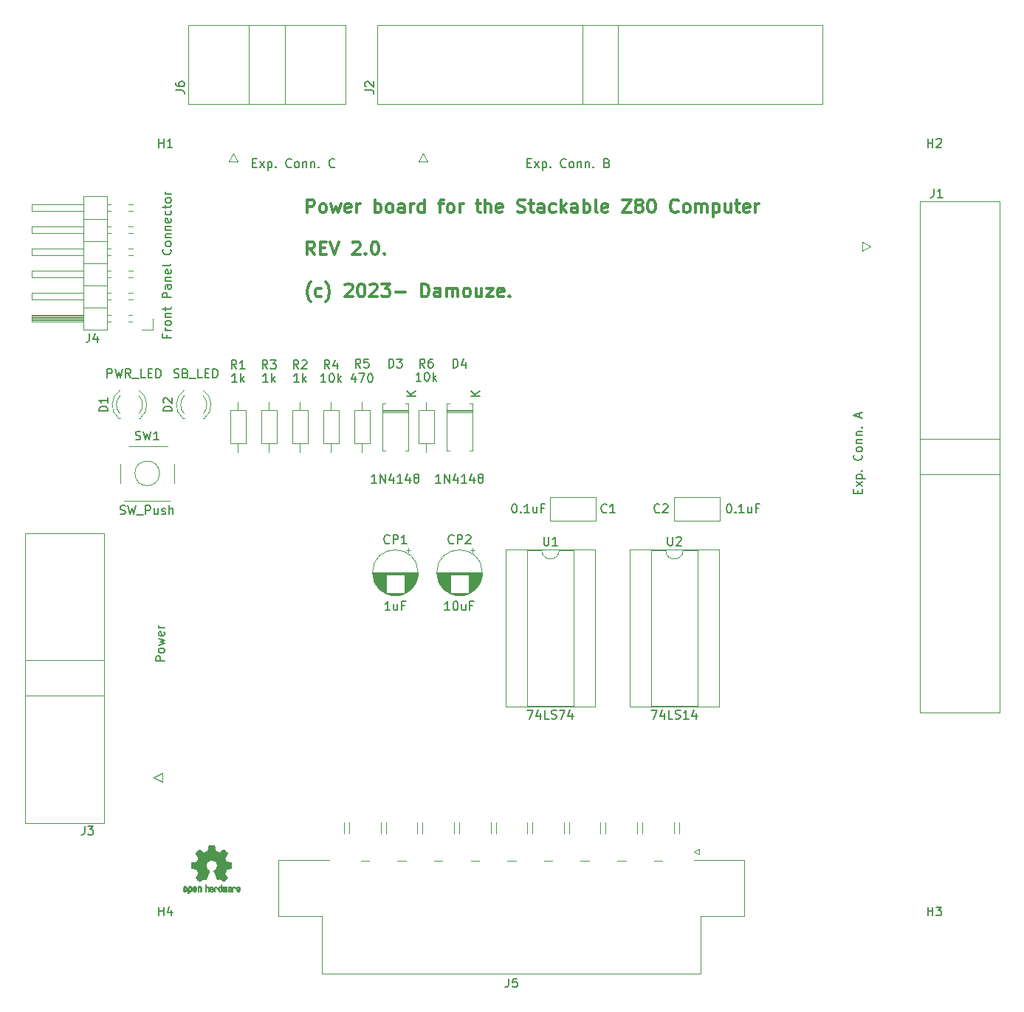
<source format=gbr>
%TF.GenerationSoftware,KiCad,Pcbnew,8.0.2*%
%TF.CreationDate,2024-06-21T19:26:28+02:00*%
%TF.ProjectId,power_board_v2,706f7765-725f-4626-9f61-72645f76322e,2.0*%
%TF.SameCoordinates,Original*%
%TF.FileFunction,Legend,Top*%
%TF.FilePolarity,Positive*%
%FSLAX46Y46*%
G04 Gerber Fmt 4.6, Leading zero omitted, Abs format (unit mm)*
G04 Created by KiCad (PCBNEW 8.0.2) date 2024-06-21 19:26:28*
%MOMM*%
%LPD*%
G01*
G04 APERTURE LIST*
%ADD10C,0.300000*%
%ADD11C,0.150000*%
%ADD12C,0.120000*%
%ADD13C,0.010000*%
G04 APERTURE END LIST*
D10*
X49576510Y-38655164D02*
X49576510Y-37155164D01*
X49576510Y-37155164D02*
X50147939Y-37155164D01*
X50147939Y-37155164D02*
X50290796Y-37226593D01*
X50290796Y-37226593D02*
X50362225Y-37298021D01*
X50362225Y-37298021D02*
X50433653Y-37440878D01*
X50433653Y-37440878D02*
X50433653Y-37655164D01*
X50433653Y-37655164D02*
X50362225Y-37798021D01*
X50362225Y-37798021D02*
X50290796Y-37869450D01*
X50290796Y-37869450D02*
X50147939Y-37940878D01*
X50147939Y-37940878D02*
X49576510Y-37940878D01*
X51290796Y-38655164D02*
X51147939Y-38583736D01*
X51147939Y-38583736D02*
X51076510Y-38512307D01*
X51076510Y-38512307D02*
X51005082Y-38369450D01*
X51005082Y-38369450D02*
X51005082Y-37940878D01*
X51005082Y-37940878D02*
X51076510Y-37798021D01*
X51076510Y-37798021D02*
X51147939Y-37726593D01*
X51147939Y-37726593D02*
X51290796Y-37655164D01*
X51290796Y-37655164D02*
X51505082Y-37655164D01*
X51505082Y-37655164D02*
X51647939Y-37726593D01*
X51647939Y-37726593D02*
X51719368Y-37798021D01*
X51719368Y-37798021D02*
X51790796Y-37940878D01*
X51790796Y-37940878D02*
X51790796Y-38369450D01*
X51790796Y-38369450D02*
X51719368Y-38512307D01*
X51719368Y-38512307D02*
X51647939Y-38583736D01*
X51647939Y-38583736D02*
X51505082Y-38655164D01*
X51505082Y-38655164D02*
X51290796Y-38655164D01*
X52290796Y-37655164D02*
X52576511Y-38655164D01*
X52576511Y-38655164D02*
X52862225Y-37940878D01*
X52862225Y-37940878D02*
X53147939Y-38655164D01*
X53147939Y-38655164D02*
X53433653Y-37655164D01*
X54576511Y-38583736D02*
X54433654Y-38655164D01*
X54433654Y-38655164D02*
X54147940Y-38655164D01*
X54147940Y-38655164D02*
X54005082Y-38583736D01*
X54005082Y-38583736D02*
X53933654Y-38440878D01*
X53933654Y-38440878D02*
X53933654Y-37869450D01*
X53933654Y-37869450D02*
X54005082Y-37726593D01*
X54005082Y-37726593D02*
X54147940Y-37655164D01*
X54147940Y-37655164D02*
X54433654Y-37655164D01*
X54433654Y-37655164D02*
X54576511Y-37726593D01*
X54576511Y-37726593D02*
X54647940Y-37869450D01*
X54647940Y-37869450D02*
X54647940Y-38012307D01*
X54647940Y-38012307D02*
X53933654Y-38155164D01*
X55290796Y-38655164D02*
X55290796Y-37655164D01*
X55290796Y-37940878D02*
X55362225Y-37798021D01*
X55362225Y-37798021D02*
X55433654Y-37726593D01*
X55433654Y-37726593D02*
X55576511Y-37655164D01*
X55576511Y-37655164D02*
X55719368Y-37655164D01*
X57362224Y-38655164D02*
X57362224Y-37155164D01*
X57362224Y-37726593D02*
X57505082Y-37655164D01*
X57505082Y-37655164D02*
X57790796Y-37655164D01*
X57790796Y-37655164D02*
X57933653Y-37726593D01*
X57933653Y-37726593D02*
X58005082Y-37798021D01*
X58005082Y-37798021D02*
X58076510Y-37940878D01*
X58076510Y-37940878D02*
X58076510Y-38369450D01*
X58076510Y-38369450D02*
X58005082Y-38512307D01*
X58005082Y-38512307D02*
X57933653Y-38583736D01*
X57933653Y-38583736D02*
X57790796Y-38655164D01*
X57790796Y-38655164D02*
X57505082Y-38655164D01*
X57505082Y-38655164D02*
X57362224Y-38583736D01*
X58933653Y-38655164D02*
X58790796Y-38583736D01*
X58790796Y-38583736D02*
X58719367Y-38512307D01*
X58719367Y-38512307D02*
X58647939Y-38369450D01*
X58647939Y-38369450D02*
X58647939Y-37940878D01*
X58647939Y-37940878D02*
X58719367Y-37798021D01*
X58719367Y-37798021D02*
X58790796Y-37726593D01*
X58790796Y-37726593D02*
X58933653Y-37655164D01*
X58933653Y-37655164D02*
X59147939Y-37655164D01*
X59147939Y-37655164D02*
X59290796Y-37726593D01*
X59290796Y-37726593D02*
X59362225Y-37798021D01*
X59362225Y-37798021D02*
X59433653Y-37940878D01*
X59433653Y-37940878D02*
X59433653Y-38369450D01*
X59433653Y-38369450D02*
X59362225Y-38512307D01*
X59362225Y-38512307D02*
X59290796Y-38583736D01*
X59290796Y-38583736D02*
X59147939Y-38655164D01*
X59147939Y-38655164D02*
X58933653Y-38655164D01*
X60719368Y-38655164D02*
X60719368Y-37869450D01*
X60719368Y-37869450D02*
X60647939Y-37726593D01*
X60647939Y-37726593D02*
X60505082Y-37655164D01*
X60505082Y-37655164D02*
X60219368Y-37655164D01*
X60219368Y-37655164D02*
X60076510Y-37726593D01*
X60719368Y-38583736D02*
X60576510Y-38655164D01*
X60576510Y-38655164D02*
X60219368Y-38655164D01*
X60219368Y-38655164D02*
X60076510Y-38583736D01*
X60076510Y-38583736D02*
X60005082Y-38440878D01*
X60005082Y-38440878D02*
X60005082Y-38298021D01*
X60005082Y-38298021D02*
X60076510Y-38155164D01*
X60076510Y-38155164D02*
X60219368Y-38083736D01*
X60219368Y-38083736D02*
X60576510Y-38083736D01*
X60576510Y-38083736D02*
X60719368Y-38012307D01*
X61433653Y-38655164D02*
X61433653Y-37655164D01*
X61433653Y-37940878D02*
X61505082Y-37798021D01*
X61505082Y-37798021D02*
X61576511Y-37726593D01*
X61576511Y-37726593D02*
X61719368Y-37655164D01*
X61719368Y-37655164D02*
X61862225Y-37655164D01*
X63005082Y-38655164D02*
X63005082Y-37155164D01*
X63005082Y-38583736D02*
X62862224Y-38655164D01*
X62862224Y-38655164D02*
X62576510Y-38655164D01*
X62576510Y-38655164D02*
X62433653Y-38583736D01*
X62433653Y-38583736D02*
X62362224Y-38512307D01*
X62362224Y-38512307D02*
X62290796Y-38369450D01*
X62290796Y-38369450D02*
X62290796Y-37940878D01*
X62290796Y-37940878D02*
X62362224Y-37798021D01*
X62362224Y-37798021D02*
X62433653Y-37726593D01*
X62433653Y-37726593D02*
X62576510Y-37655164D01*
X62576510Y-37655164D02*
X62862224Y-37655164D01*
X62862224Y-37655164D02*
X63005082Y-37726593D01*
X64647939Y-37655164D02*
X65219367Y-37655164D01*
X64862224Y-38655164D02*
X64862224Y-37369450D01*
X64862224Y-37369450D02*
X64933653Y-37226593D01*
X64933653Y-37226593D02*
X65076510Y-37155164D01*
X65076510Y-37155164D02*
X65219367Y-37155164D01*
X65933653Y-38655164D02*
X65790796Y-38583736D01*
X65790796Y-38583736D02*
X65719367Y-38512307D01*
X65719367Y-38512307D02*
X65647939Y-38369450D01*
X65647939Y-38369450D02*
X65647939Y-37940878D01*
X65647939Y-37940878D02*
X65719367Y-37798021D01*
X65719367Y-37798021D02*
X65790796Y-37726593D01*
X65790796Y-37726593D02*
X65933653Y-37655164D01*
X65933653Y-37655164D02*
X66147939Y-37655164D01*
X66147939Y-37655164D02*
X66290796Y-37726593D01*
X66290796Y-37726593D02*
X66362225Y-37798021D01*
X66362225Y-37798021D02*
X66433653Y-37940878D01*
X66433653Y-37940878D02*
X66433653Y-38369450D01*
X66433653Y-38369450D02*
X66362225Y-38512307D01*
X66362225Y-38512307D02*
X66290796Y-38583736D01*
X66290796Y-38583736D02*
X66147939Y-38655164D01*
X66147939Y-38655164D02*
X65933653Y-38655164D01*
X67076510Y-38655164D02*
X67076510Y-37655164D01*
X67076510Y-37940878D02*
X67147939Y-37798021D01*
X67147939Y-37798021D02*
X67219368Y-37726593D01*
X67219368Y-37726593D02*
X67362225Y-37655164D01*
X67362225Y-37655164D02*
X67505082Y-37655164D01*
X68933653Y-37655164D02*
X69505081Y-37655164D01*
X69147938Y-37155164D02*
X69147938Y-38440878D01*
X69147938Y-38440878D02*
X69219367Y-38583736D01*
X69219367Y-38583736D02*
X69362224Y-38655164D01*
X69362224Y-38655164D02*
X69505081Y-38655164D01*
X70005081Y-38655164D02*
X70005081Y-37155164D01*
X70647939Y-38655164D02*
X70647939Y-37869450D01*
X70647939Y-37869450D02*
X70576510Y-37726593D01*
X70576510Y-37726593D02*
X70433653Y-37655164D01*
X70433653Y-37655164D02*
X70219367Y-37655164D01*
X70219367Y-37655164D02*
X70076510Y-37726593D01*
X70076510Y-37726593D02*
X70005081Y-37798021D01*
X71933653Y-38583736D02*
X71790796Y-38655164D01*
X71790796Y-38655164D02*
X71505082Y-38655164D01*
X71505082Y-38655164D02*
X71362224Y-38583736D01*
X71362224Y-38583736D02*
X71290796Y-38440878D01*
X71290796Y-38440878D02*
X71290796Y-37869450D01*
X71290796Y-37869450D02*
X71362224Y-37726593D01*
X71362224Y-37726593D02*
X71505082Y-37655164D01*
X71505082Y-37655164D02*
X71790796Y-37655164D01*
X71790796Y-37655164D02*
X71933653Y-37726593D01*
X71933653Y-37726593D02*
X72005082Y-37869450D01*
X72005082Y-37869450D02*
X72005082Y-38012307D01*
X72005082Y-38012307D02*
X71290796Y-38155164D01*
X73719367Y-38583736D02*
X73933653Y-38655164D01*
X73933653Y-38655164D02*
X74290795Y-38655164D01*
X74290795Y-38655164D02*
X74433653Y-38583736D01*
X74433653Y-38583736D02*
X74505081Y-38512307D01*
X74505081Y-38512307D02*
X74576510Y-38369450D01*
X74576510Y-38369450D02*
X74576510Y-38226593D01*
X74576510Y-38226593D02*
X74505081Y-38083736D01*
X74505081Y-38083736D02*
X74433653Y-38012307D01*
X74433653Y-38012307D02*
X74290795Y-37940878D01*
X74290795Y-37940878D02*
X74005081Y-37869450D01*
X74005081Y-37869450D02*
X73862224Y-37798021D01*
X73862224Y-37798021D02*
X73790795Y-37726593D01*
X73790795Y-37726593D02*
X73719367Y-37583736D01*
X73719367Y-37583736D02*
X73719367Y-37440878D01*
X73719367Y-37440878D02*
X73790795Y-37298021D01*
X73790795Y-37298021D02*
X73862224Y-37226593D01*
X73862224Y-37226593D02*
X74005081Y-37155164D01*
X74005081Y-37155164D02*
X74362224Y-37155164D01*
X74362224Y-37155164D02*
X74576510Y-37226593D01*
X75005081Y-37655164D02*
X75576509Y-37655164D01*
X75219366Y-37155164D02*
X75219366Y-38440878D01*
X75219366Y-38440878D02*
X75290795Y-38583736D01*
X75290795Y-38583736D02*
X75433652Y-38655164D01*
X75433652Y-38655164D02*
X75576509Y-38655164D01*
X76719367Y-38655164D02*
X76719367Y-37869450D01*
X76719367Y-37869450D02*
X76647938Y-37726593D01*
X76647938Y-37726593D02*
X76505081Y-37655164D01*
X76505081Y-37655164D02*
X76219367Y-37655164D01*
X76219367Y-37655164D02*
X76076509Y-37726593D01*
X76719367Y-38583736D02*
X76576509Y-38655164D01*
X76576509Y-38655164D02*
X76219367Y-38655164D01*
X76219367Y-38655164D02*
X76076509Y-38583736D01*
X76076509Y-38583736D02*
X76005081Y-38440878D01*
X76005081Y-38440878D02*
X76005081Y-38298021D01*
X76005081Y-38298021D02*
X76076509Y-38155164D01*
X76076509Y-38155164D02*
X76219367Y-38083736D01*
X76219367Y-38083736D02*
X76576509Y-38083736D01*
X76576509Y-38083736D02*
X76719367Y-38012307D01*
X78076510Y-38583736D02*
X77933652Y-38655164D01*
X77933652Y-38655164D02*
X77647938Y-38655164D01*
X77647938Y-38655164D02*
X77505081Y-38583736D01*
X77505081Y-38583736D02*
X77433652Y-38512307D01*
X77433652Y-38512307D02*
X77362224Y-38369450D01*
X77362224Y-38369450D02*
X77362224Y-37940878D01*
X77362224Y-37940878D02*
X77433652Y-37798021D01*
X77433652Y-37798021D02*
X77505081Y-37726593D01*
X77505081Y-37726593D02*
X77647938Y-37655164D01*
X77647938Y-37655164D02*
X77933652Y-37655164D01*
X77933652Y-37655164D02*
X78076510Y-37726593D01*
X78719366Y-38655164D02*
X78719366Y-37155164D01*
X78862224Y-38083736D02*
X79290795Y-38655164D01*
X79290795Y-37655164D02*
X78719366Y-38226593D01*
X80576510Y-38655164D02*
X80576510Y-37869450D01*
X80576510Y-37869450D02*
X80505081Y-37726593D01*
X80505081Y-37726593D02*
X80362224Y-37655164D01*
X80362224Y-37655164D02*
X80076510Y-37655164D01*
X80076510Y-37655164D02*
X79933652Y-37726593D01*
X80576510Y-38583736D02*
X80433652Y-38655164D01*
X80433652Y-38655164D02*
X80076510Y-38655164D01*
X80076510Y-38655164D02*
X79933652Y-38583736D01*
X79933652Y-38583736D02*
X79862224Y-38440878D01*
X79862224Y-38440878D02*
X79862224Y-38298021D01*
X79862224Y-38298021D02*
X79933652Y-38155164D01*
X79933652Y-38155164D02*
X80076510Y-38083736D01*
X80076510Y-38083736D02*
X80433652Y-38083736D01*
X80433652Y-38083736D02*
X80576510Y-38012307D01*
X81290795Y-38655164D02*
X81290795Y-37155164D01*
X81290795Y-37726593D02*
X81433653Y-37655164D01*
X81433653Y-37655164D02*
X81719367Y-37655164D01*
X81719367Y-37655164D02*
X81862224Y-37726593D01*
X81862224Y-37726593D02*
X81933653Y-37798021D01*
X81933653Y-37798021D02*
X82005081Y-37940878D01*
X82005081Y-37940878D02*
X82005081Y-38369450D01*
X82005081Y-38369450D02*
X81933653Y-38512307D01*
X81933653Y-38512307D02*
X81862224Y-38583736D01*
X81862224Y-38583736D02*
X81719367Y-38655164D01*
X81719367Y-38655164D02*
X81433653Y-38655164D01*
X81433653Y-38655164D02*
X81290795Y-38583736D01*
X82862224Y-38655164D02*
X82719367Y-38583736D01*
X82719367Y-38583736D02*
X82647938Y-38440878D01*
X82647938Y-38440878D02*
X82647938Y-37155164D01*
X84005081Y-38583736D02*
X83862224Y-38655164D01*
X83862224Y-38655164D02*
X83576510Y-38655164D01*
X83576510Y-38655164D02*
X83433652Y-38583736D01*
X83433652Y-38583736D02*
X83362224Y-38440878D01*
X83362224Y-38440878D02*
X83362224Y-37869450D01*
X83362224Y-37869450D02*
X83433652Y-37726593D01*
X83433652Y-37726593D02*
X83576510Y-37655164D01*
X83576510Y-37655164D02*
X83862224Y-37655164D01*
X83862224Y-37655164D02*
X84005081Y-37726593D01*
X84005081Y-37726593D02*
X84076510Y-37869450D01*
X84076510Y-37869450D02*
X84076510Y-38012307D01*
X84076510Y-38012307D02*
X83362224Y-38155164D01*
X85719366Y-37155164D02*
X86719366Y-37155164D01*
X86719366Y-37155164D02*
X85719366Y-38655164D01*
X85719366Y-38655164D02*
X86719366Y-38655164D01*
X87505080Y-37798021D02*
X87362223Y-37726593D01*
X87362223Y-37726593D02*
X87290794Y-37655164D01*
X87290794Y-37655164D02*
X87219366Y-37512307D01*
X87219366Y-37512307D02*
X87219366Y-37440878D01*
X87219366Y-37440878D02*
X87290794Y-37298021D01*
X87290794Y-37298021D02*
X87362223Y-37226593D01*
X87362223Y-37226593D02*
X87505080Y-37155164D01*
X87505080Y-37155164D02*
X87790794Y-37155164D01*
X87790794Y-37155164D02*
X87933652Y-37226593D01*
X87933652Y-37226593D02*
X88005080Y-37298021D01*
X88005080Y-37298021D02*
X88076509Y-37440878D01*
X88076509Y-37440878D02*
X88076509Y-37512307D01*
X88076509Y-37512307D02*
X88005080Y-37655164D01*
X88005080Y-37655164D02*
X87933652Y-37726593D01*
X87933652Y-37726593D02*
X87790794Y-37798021D01*
X87790794Y-37798021D02*
X87505080Y-37798021D01*
X87505080Y-37798021D02*
X87362223Y-37869450D01*
X87362223Y-37869450D02*
X87290794Y-37940878D01*
X87290794Y-37940878D02*
X87219366Y-38083736D01*
X87219366Y-38083736D02*
X87219366Y-38369450D01*
X87219366Y-38369450D02*
X87290794Y-38512307D01*
X87290794Y-38512307D02*
X87362223Y-38583736D01*
X87362223Y-38583736D02*
X87505080Y-38655164D01*
X87505080Y-38655164D02*
X87790794Y-38655164D01*
X87790794Y-38655164D02*
X87933652Y-38583736D01*
X87933652Y-38583736D02*
X88005080Y-38512307D01*
X88005080Y-38512307D02*
X88076509Y-38369450D01*
X88076509Y-38369450D02*
X88076509Y-38083736D01*
X88076509Y-38083736D02*
X88005080Y-37940878D01*
X88005080Y-37940878D02*
X87933652Y-37869450D01*
X87933652Y-37869450D02*
X87790794Y-37798021D01*
X89005080Y-37155164D02*
X89147937Y-37155164D01*
X89147937Y-37155164D02*
X89290794Y-37226593D01*
X89290794Y-37226593D02*
X89362223Y-37298021D01*
X89362223Y-37298021D02*
X89433651Y-37440878D01*
X89433651Y-37440878D02*
X89505080Y-37726593D01*
X89505080Y-37726593D02*
X89505080Y-38083736D01*
X89505080Y-38083736D02*
X89433651Y-38369450D01*
X89433651Y-38369450D02*
X89362223Y-38512307D01*
X89362223Y-38512307D02*
X89290794Y-38583736D01*
X89290794Y-38583736D02*
X89147937Y-38655164D01*
X89147937Y-38655164D02*
X89005080Y-38655164D01*
X89005080Y-38655164D02*
X88862223Y-38583736D01*
X88862223Y-38583736D02*
X88790794Y-38512307D01*
X88790794Y-38512307D02*
X88719365Y-38369450D01*
X88719365Y-38369450D02*
X88647937Y-38083736D01*
X88647937Y-38083736D02*
X88647937Y-37726593D01*
X88647937Y-37726593D02*
X88719365Y-37440878D01*
X88719365Y-37440878D02*
X88790794Y-37298021D01*
X88790794Y-37298021D02*
X88862223Y-37226593D01*
X88862223Y-37226593D02*
X89005080Y-37155164D01*
X92147936Y-38512307D02*
X92076508Y-38583736D01*
X92076508Y-38583736D02*
X91862222Y-38655164D01*
X91862222Y-38655164D02*
X91719365Y-38655164D01*
X91719365Y-38655164D02*
X91505079Y-38583736D01*
X91505079Y-38583736D02*
X91362222Y-38440878D01*
X91362222Y-38440878D02*
X91290793Y-38298021D01*
X91290793Y-38298021D02*
X91219365Y-38012307D01*
X91219365Y-38012307D02*
X91219365Y-37798021D01*
X91219365Y-37798021D02*
X91290793Y-37512307D01*
X91290793Y-37512307D02*
X91362222Y-37369450D01*
X91362222Y-37369450D02*
X91505079Y-37226593D01*
X91505079Y-37226593D02*
X91719365Y-37155164D01*
X91719365Y-37155164D02*
X91862222Y-37155164D01*
X91862222Y-37155164D02*
X92076508Y-37226593D01*
X92076508Y-37226593D02*
X92147936Y-37298021D01*
X93005079Y-38655164D02*
X92862222Y-38583736D01*
X92862222Y-38583736D02*
X92790793Y-38512307D01*
X92790793Y-38512307D02*
X92719365Y-38369450D01*
X92719365Y-38369450D02*
X92719365Y-37940878D01*
X92719365Y-37940878D02*
X92790793Y-37798021D01*
X92790793Y-37798021D02*
X92862222Y-37726593D01*
X92862222Y-37726593D02*
X93005079Y-37655164D01*
X93005079Y-37655164D02*
X93219365Y-37655164D01*
X93219365Y-37655164D02*
X93362222Y-37726593D01*
X93362222Y-37726593D02*
X93433651Y-37798021D01*
X93433651Y-37798021D02*
X93505079Y-37940878D01*
X93505079Y-37940878D02*
X93505079Y-38369450D01*
X93505079Y-38369450D02*
X93433651Y-38512307D01*
X93433651Y-38512307D02*
X93362222Y-38583736D01*
X93362222Y-38583736D02*
X93219365Y-38655164D01*
X93219365Y-38655164D02*
X93005079Y-38655164D01*
X94147936Y-38655164D02*
X94147936Y-37655164D01*
X94147936Y-37798021D02*
X94219365Y-37726593D01*
X94219365Y-37726593D02*
X94362222Y-37655164D01*
X94362222Y-37655164D02*
X94576508Y-37655164D01*
X94576508Y-37655164D02*
X94719365Y-37726593D01*
X94719365Y-37726593D02*
X94790794Y-37869450D01*
X94790794Y-37869450D02*
X94790794Y-38655164D01*
X94790794Y-37869450D02*
X94862222Y-37726593D01*
X94862222Y-37726593D02*
X95005079Y-37655164D01*
X95005079Y-37655164D02*
X95219365Y-37655164D01*
X95219365Y-37655164D02*
X95362222Y-37726593D01*
X95362222Y-37726593D02*
X95433651Y-37869450D01*
X95433651Y-37869450D02*
X95433651Y-38655164D01*
X96147936Y-37655164D02*
X96147936Y-39155164D01*
X96147936Y-37726593D02*
X96290794Y-37655164D01*
X96290794Y-37655164D02*
X96576508Y-37655164D01*
X96576508Y-37655164D02*
X96719365Y-37726593D01*
X96719365Y-37726593D02*
X96790794Y-37798021D01*
X96790794Y-37798021D02*
X96862222Y-37940878D01*
X96862222Y-37940878D02*
X96862222Y-38369450D01*
X96862222Y-38369450D02*
X96790794Y-38512307D01*
X96790794Y-38512307D02*
X96719365Y-38583736D01*
X96719365Y-38583736D02*
X96576508Y-38655164D01*
X96576508Y-38655164D02*
X96290794Y-38655164D01*
X96290794Y-38655164D02*
X96147936Y-38583736D01*
X98147937Y-37655164D02*
X98147937Y-38655164D01*
X97505079Y-37655164D02*
X97505079Y-38440878D01*
X97505079Y-38440878D02*
X97576508Y-38583736D01*
X97576508Y-38583736D02*
X97719365Y-38655164D01*
X97719365Y-38655164D02*
X97933651Y-38655164D01*
X97933651Y-38655164D02*
X98076508Y-38583736D01*
X98076508Y-38583736D02*
X98147937Y-38512307D01*
X98647937Y-37655164D02*
X99219365Y-37655164D01*
X98862222Y-37155164D02*
X98862222Y-38440878D01*
X98862222Y-38440878D02*
X98933651Y-38583736D01*
X98933651Y-38583736D02*
X99076508Y-38655164D01*
X99076508Y-38655164D02*
X99219365Y-38655164D01*
X100290794Y-38583736D02*
X100147937Y-38655164D01*
X100147937Y-38655164D02*
X99862223Y-38655164D01*
X99862223Y-38655164D02*
X99719365Y-38583736D01*
X99719365Y-38583736D02*
X99647937Y-38440878D01*
X99647937Y-38440878D02*
X99647937Y-37869450D01*
X99647937Y-37869450D02*
X99719365Y-37726593D01*
X99719365Y-37726593D02*
X99862223Y-37655164D01*
X99862223Y-37655164D02*
X100147937Y-37655164D01*
X100147937Y-37655164D02*
X100290794Y-37726593D01*
X100290794Y-37726593D02*
X100362223Y-37869450D01*
X100362223Y-37869450D02*
X100362223Y-38012307D01*
X100362223Y-38012307D02*
X99647937Y-38155164D01*
X101005079Y-38655164D02*
X101005079Y-37655164D01*
X101005079Y-37940878D02*
X101076508Y-37798021D01*
X101076508Y-37798021D02*
X101147937Y-37726593D01*
X101147937Y-37726593D02*
X101290794Y-37655164D01*
X101290794Y-37655164D02*
X101433651Y-37655164D01*
X50433653Y-43484996D02*
X49933653Y-42770710D01*
X49576510Y-43484996D02*
X49576510Y-41984996D01*
X49576510Y-41984996D02*
X50147939Y-41984996D01*
X50147939Y-41984996D02*
X50290796Y-42056425D01*
X50290796Y-42056425D02*
X50362225Y-42127853D01*
X50362225Y-42127853D02*
X50433653Y-42270710D01*
X50433653Y-42270710D02*
X50433653Y-42484996D01*
X50433653Y-42484996D02*
X50362225Y-42627853D01*
X50362225Y-42627853D02*
X50290796Y-42699282D01*
X50290796Y-42699282D02*
X50147939Y-42770710D01*
X50147939Y-42770710D02*
X49576510Y-42770710D01*
X51076510Y-42699282D02*
X51576510Y-42699282D01*
X51790796Y-43484996D02*
X51076510Y-43484996D01*
X51076510Y-43484996D02*
X51076510Y-41984996D01*
X51076510Y-41984996D02*
X51790796Y-41984996D01*
X52219368Y-41984996D02*
X52719368Y-43484996D01*
X52719368Y-43484996D02*
X53219368Y-41984996D01*
X54790796Y-42127853D02*
X54862224Y-42056425D01*
X54862224Y-42056425D02*
X55005082Y-41984996D01*
X55005082Y-41984996D02*
X55362224Y-41984996D01*
X55362224Y-41984996D02*
X55505082Y-42056425D01*
X55505082Y-42056425D02*
X55576510Y-42127853D01*
X55576510Y-42127853D02*
X55647939Y-42270710D01*
X55647939Y-42270710D02*
X55647939Y-42413568D01*
X55647939Y-42413568D02*
X55576510Y-42627853D01*
X55576510Y-42627853D02*
X54719367Y-43484996D01*
X54719367Y-43484996D02*
X55647939Y-43484996D01*
X56290795Y-43342139D02*
X56362224Y-43413568D01*
X56362224Y-43413568D02*
X56290795Y-43484996D01*
X56290795Y-43484996D02*
X56219367Y-43413568D01*
X56219367Y-43413568D02*
X56290795Y-43342139D01*
X56290795Y-43342139D02*
X56290795Y-43484996D01*
X57290796Y-41984996D02*
X57433653Y-41984996D01*
X57433653Y-41984996D02*
X57576510Y-42056425D01*
X57576510Y-42056425D02*
X57647939Y-42127853D01*
X57647939Y-42127853D02*
X57719367Y-42270710D01*
X57719367Y-42270710D02*
X57790796Y-42556425D01*
X57790796Y-42556425D02*
X57790796Y-42913568D01*
X57790796Y-42913568D02*
X57719367Y-43199282D01*
X57719367Y-43199282D02*
X57647939Y-43342139D01*
X57647939Y-43342139D02*
X57576510Y-43413568D01*
X57576510Y-43413568D02*
X57433653Y-43484996D01*
X57433653Y-43484996D02*
X57290796Y-43484996D01*
X57290796Y-43484996D02*
X57147939Y-43413568D01*
X57147939Y-43413568D02*
X57076510Y-43342139D01*
X57076510Y-43342139D02*
X57005081Y-43199282D01*
X57005081Y-43199282D02*
X56933653Y-42913568D01*
X56933653Y-42913568D02*
X56933653Y-42556425D01*
X56933653Y-42556425D02*
X57005081Y-42270710D01*
X57005081Y-42270710D02*
X57076510Y-42127853D01*
X57076510Y-42127853D02*
X57147939Y-42056425D01*
X57147939Y-42056425D02*
X57290796Y-41984996D01*
X58433652Y-43342139D02*
X58505081Y-43413568D01*
X58505081Y-43413568D02*
X58433652Y-43484996D01*
X58433652Y-43484996D02*
X58362224Y-43413568D01*
X58362224Y-43413568D02*
X58433652Y-43342139D01*
X58433652Y-43342139D02*
X58433652Y-43484996D01*
X50005082Y-48886257D02*
X49933653Y-48814828D01*
X49933653Y-48814828D02*
X49790796Y-48600542D01*
X49790796Y-48600542D02*
X49719368Y-48457685D01*
X49719368Y-48457685D02*
X49647939Y-48243400D01*
X49647939Y-48243400D02*
X49576510Y-47886257D01*
X49576510Y-47886257D02*
X49576510Y-47600542D01*
X49576510Y-47600542D02*
X49647939Y-47243400D01*
X49647939Y-47243400D02*
X49719368Y-47029114D01*
X49719368Y-47029114D02*
X49790796Y-46886257D01*
X49790796Y-46886257D02*
X49933653Y-46671971D01*
X49933653Y-46671971D02*
X50005082Y-46600542D01*
X51219368Y-48243400D02*
X51076510Y-48314828D01*
X51076510Y-48314828D02*
X50790796Y-48314828D01*
X50790796Y-48314828D02*
X50647939Y-48243400D01*
X50647939Y-48243400D02*
X50576510Y-48171971D01*
X50576510Y-48171971D02*
X50505082Y-48029114D01*
X50505082Y-48029114D02*
X50505082Y-47600542D01*
X50505082Y-47600542D02*
X50576510Y-47457685D01*
X50576510Y-47457685D02*
X50647939Y-47386257D01*
X50647939Y-47386257D02*
X50790796Y-47314828D01*
X50790796Y-47314828D02*
X51076510Y-47314828D01*
X51076510Y-47314828D02*
X51219368Y-47386257D01*
X51719367Y-48886257D02*
X51790796Y-48814828D01*
X51790796Y-48814828D02*
X51933653Y-48600542D01*
X51933653Y-48600542D02*
X52005082Y-48457685D01*
X52005082Y-48457685D02*
X52076510Y-48243400D01*
X52076510Y-48243400D02*
X52147939Y-47886257D01*
X52147939Y-47886257D02*
X52147939Y-47600542D01*
X52147939Y-47600542D02*
X52076510Y-47243400D01*
X52076510Y-47243400D02*
X52005082Y-47029114D01*
X52005082Y-47029114D02*
X51933653Y-46886257D01*
X51933653Y-46886257D02*
X51790796Y-46671971D01*
X51790796Y-46671971D02*
X51719367Y-46600542D01*
X53933653Y-46957685D02*
X54005081Y-46886257D01*
X54005081Y-46886257D02*
X54147939Y-46814828D01*
X54147939Y-46814828D02*
X54505081Y-46814828D01*
X54505081Y-46814828D02*
X54647939Y-46886257D01*
X54647939Y-46886257D02*
X54719367Y-46957685D01*
X54719367Y-46957685D02*
X54790796Y-47100542D01*
X54790796Y-47100542D02*
X54790796Y-47243400D01*
X54790796Y-47243400D02*
X54719367Y-47457685D01*
X54719367Y-47457685D02*
X53862224Y-48314828D01*
X53862224Y-48314828D02*
X54790796Y-48314828D01*
X55719367Y-46814828D02*
X55862224Y-46814828D01*
X55862224Y-46814828D02*
X56005081Y-46886257D01*
X56005081Y-46886257D02*
X56076510Y-46957685D01*
X56076510Y-46957685D02*
X56147938Y-47100542D01*
X56147938Y-47100542D02*
X56219367Y-47386257D01*
X56219367Y-47386257D02*
X56219367Y-47743400D01*
X56219367Y-47743400D02*
X56147938Y-48029114D01*
X56147938Y-48029114D02*
X56076510Y-48171971D01*
X56076510Y-48171971D02*
X56005081Y-48243400D01*
X56005081Y-48243400D02*
X55862224Y-48314828D01*
X55862224Y-48314828D02*
X55719367Y-48314828D01*
X55719367Y-48314828D02*
X55576510Y-48243400D01*
X55576510Y-48243400D02*
X55505081Y-48171971D01*
X55505081Y-48171971D02*
X55433652Y-48029114D01*
X55433652Y-48029114D02*
X55362224Y-47743400D01*
X55362224Y-47743400D02*
X55362224Y-47386257D01*
X55362224Y-47386257D02*
X55433652Y-47100542D01*
X55433652Y-47100542D02*
X55505081Y-46957685D01*
X55505081Y-46957685D02*
X55576510Y-46886257D01*
X55576510Y-46886257D02*
X55719367Y-46814828D01*
X56790795Y-46957685D02*
X56862223Y-46886257D01*
X56862223Y-46886257D02*
X57005081Y-46814828D01*
X57005081Y-46814828D02*
X57362223Y-46814828D01*
X57362223Y-46814828D02*
X57505081Y-46886257D01*
X57505081Y-46886257D02*
X57576509Y-46957685D01*
X57576509Y-46957685D02*
X57647938Y-47100542D01*
X57647938Y-47100542D02*
X57647938Y-47243400D01*
X57647938Y-47243400D02*
X57576509Y-47457685D01*
X57576509Y-47457685D02*
X56719366Y-48314828D01*
X56719366Y-48314828D02*
X57647938Y-48314828D01*
X58147937Y-46814828D02*
X59076509Y-46814828D01*
X59076509Y-46814828D02*
X58576509Y-47386257D01*
X58576509Y-47386257D02*
X58790794Y-47386257D01*
X58790794Y-47386257D02*
X58933652Y-47457685D01*
X58933652Y-47457685D02*
X59005080Y-47529114D01*
X59005080Y-47529114D02*
X59076509Y-47671971D01*
X59076509Y-47671971D02*
X59076509Y-48029114D01*
X59076509Y-48029114D02*
X59005080Y-48171971D01*
X59005080Y-48171971D02*
X58933652Y-48243400D01*
X58933652Y-48243400D02*
X58790794Y-48314828D01*
X58790794Y-48314828D02*
X58362223Y-48314828D01*
X58362223Y-48314828D02*
X58219366Y-48243400D01*
X58219366Y-48243400D02*
X58147937Y-48171971D01*
X59719365Y-47743400D02*
X60862223Y-47743400D01*
X62719365Y-48314828D02*
X62719365Y-46814828D01*
X62719365Y-46814828D02*
X63076508Y-46814828D01*
X63076508Y-46814828D02*
X63290794Y-46886257D01*
X63290794Y-46886257D02*
X63433651Y-47029114D01*
X63433651Y-47029114D02*
X63505080Y-47171971D01*
X63505080Y-47171971D02*
X63576508Y-47457685D01*
X63576508Y-47457685D02*
X63576508Y-47671971D01*
X63576508Y-47671971D02*
X63505080Y-47957685D01*
X63505080Y-47957685D02*
X63433651Y-48100542D01*
X63433651Y-48100542D02*
X63290794Y-48243400D01*
X63290794Y-48243400D02*
X63076508Y-48314828D01*
X63076508Y-48314828D02*
X62719365Y-48314828D01*
X64862223Y-48314828D02*
X64862223Y-47529114D01*
X64862223Y-47529114D02*
X64790794Y-47386257D01*
X64790794Y-47386257D02*
X64647937Y-47314828D01*
X64647937Y-47314828D02*
X64362223Y-47314828D01*
X64362223Y-47314828D02*
X64219365Y-47386257D01*
X64862223Y-48243400D02*
X64719365Y-48314828D01*
X64719365Y-48314828D02*
X64362223Y-48314828D01*
X64362223Y-48314828D02*
X64219365Y-48243400D01*
X64219365Y-48243400D02*
X64147937Y-48100542D01*
X64147937Y-48100542D02*
X64147937Y-47957685D01*
X64147937Y-47957685D02*
X64219365Y-47814828D01*
X64219365Y-47814828D02*
X64362223Y-47743400D01*
X64362223Y-47743400D02*
X64719365Y-47743400D01*
X64719365Y-47743400D02*
X64862223Y-47671971D01*
X65576508Y-48314828D02*
X65576508Y-47314828D01*
X65576508Y-47457685D02*
X65647937Y-47386257D01*
X65647937Y-47386257D02*
X65790794Y-47314828D01*
X65790794Y-47314828D02*
X66005080Y-47314828D01*
X66005080Y-47314828D02*
X66147937Y-47386257D01*
X66147937Y-47386257D02*
X66219366Y-47529114D01*
X66219366Y-47529114D02*
X66219366Y-48314828D01*
X66219366Y-47529114D02*
X66290794Y-47386257D01*
X66290794Y-47386257D02*
X66433651Y-47314828D01*
X66433651Y-47314828D02*
X66647937Y-47314828D01*
X66647937Y-47314828D02*
X66790794Y-47386257D01*
X66790794Y-47386257D02*
X66862223Y-47529114D01*
X66862223Y-47529114D02*
X66862223Y-48314828D01*
X67790794Y-48314828D02*
X67647937Y-48243400D01*
X67647937Y-48243400D02*
X67576508Y-48171971D01*
X67576508Y-48171971D02*
X67505080Y-48029114D01*
X67505080Y-48029114D02*
X67505080Y-47600542D01*
X67505080Y-47600542D02*
X67576508Y-47457685D01*
X67576508Y-47457685D02*
X67647937Y-47386257D01*
X67647937Y-47386257D02*
X67790794Y-47314828D01*
X67790794Y-47314828D02*
X68005080Y-47314828D01*
X68005080Y-47314828D02*
X68147937Y-47386257D01*
X68147937Y-47386257D02*
X68219366Y-47457685D01*
X68219366Y-47457685D02*
X68290794Y-47600542D01*
X68290794Y-47600542D02*
X68290794Y-48029114D01*
X68290794Y-48029114D02*
X68219366Y-48171971D01*
X68219366Y-48171971D02*
X68147937Y-48243400D01*
X68147937Y-48243400D02*
X68005080Y-48314828D01*
X68005080Y-48314828D02*
X67790794Y-48314828D01*
X69576509Y-47314828D02*
X69576509Y-48314828D01*
X68933651Y-47314828D02*
X68933651Y-48100542D01*
X68933651Y-48100542D02*
X69005080Y-48243400D01*
X69005080Y-48243400D02*
X69147937Y-48314828D01*
X69147937Y-48314828D02*
X69362223Y-48314828D01*
X69362223Y-48314828D02*
X69505080Y-48243400D01*
X69505080Y-48243400D02*
X69576509Y-48171971D01*
X70147937Y-47314828D02*
X70933652Y-47314828D01*
X70933652Y-47314828D02*
X70147937Y-48314828D01*
X70147937Y-48314828D02*
X70933652Y-48314828D01*
X72076509Y-48243400D02*
X71933652Y-48314828D01*
X71933652Y-48314828D02*
X71647938Y-48314828D01*
X71647938Y-48314828D02*
X71505080Y-48243400D01*
X71505080Y-48243400D02*
X71433652Y-48100542D01*
X71433652Y-48100542D02*
X71433652Y-47529114D01*
X71433652Y-47529114D02*
X71505080Y-47386257D01*
X71505080Y-47386257D02*
X71647938Y-47314828D01*
X71647938Y-47314828D02*
X71933652Y-47314828D01*
X71933652Y-47314828D02*
X72076509Y-47386257D01*
X72076509Y-47386257D02*
X72147938Y-47529114D01*
X72147938Y-47529114D02*
X72147938Y-47671971D01*
X72147938Y-47671971D02*
X71433652Y-47814828D01*
X72790794Y-48171971D02*
X72862223Y-48243400D01*
X72862223Y-48243400D02*
X72790794Y-48314828D01*
X72790794Y-48314828D02*
X72719366Y-48243400D01*
X72719366Y-48243400D02*
X72790794Y-48171971D01*
X72790794Y-48171971D02*
X72790794Y-48314828D01*
D11*
X72691666Y-126568819D02*
X72691666Y-127283104D01*
X72691666Y-127283104D02*
X72644047Y-127425961D01*
X72644047Y-127425961D02*
X72548809Y-127521200D01*
X72548809Y-127521200D02*
X72405952Y-127568819D01*
X72405952Y-127568819D02*
X72310714Y-127568819D01*
X73644047Y-126568819D02*
X73167857Y-126568819D01*
X73167857Y-126568819D02*
X73120238Y-127045009D01*
X73120238Y-127045009D02*
X73167857Y-126997390D01*
X73167857Y-126997390D02*
X73263095Y-126949771D01*
X73263095Y-126949771D02*
X73501190Y-126949771D01*
X73501190Y-126949771D02*
X73596428Y-126997390D01*
X73596428Y-126997390D02*
X73644047Y-127045009D01*
X73644047Y-127045009D02*
X73691666Y-127140247D01*
X73691666Y-127140247D02*
X73691666Y-127378342D01*
X73691666Y-127378342D02*
X73644047Y-127473580D01*
X73644047Y-127473580D02*
X73596428Y-127521200D01*
X73596428Y-127521200D02*
X73501190Y-127568819D01*
X73501190Y-127568819D02*
X73263095Y-127568819D01*
X73263095Y-127568819D02*
X73167857Y-127521200D01*
X73167857Y-127521200D02*
X73120238Y-127473580D01*
X29908667Y-64687200D02*
X30051524Y-64734819D01*
X30051524Y-64734819D02*
X30289619Y-64734819D01*
X30289619Y-64734819D02*
X30384857Y-64687200D01*
X30384857Y-64687200D02*
X30432476Y-64639580D01*
X30432476Y-64639580D02*
X30480095Y-64544342D01*
X30480095Y-64544342D02*
X30480095Y-64449104D01*
X30480095Y-64449104D02*
X30432476Y-64353866D01*
X30432476Y-64353866D02*
X30384857Y-64306247D01*
X30384857Y-64306247D02*
X30289619Y-64258628D01*
X30289619Y-64258628D02*
X30099143Y-64211009D01*
X30099143Y-64211009D02*
X30003905Y-64163390D01*
X30003905Y-64163390D02*
X29956286Y-64115771D01*
X29956286Y-64115771D02*
X29908667Y-64020533D01*
X29908667Y-64020533D02*
X29908667Y-63925295D01*
X29908667Y-63925295D02*
X29956286Y-63830057D01*
X29956286Y-63830057D02*
X30003905Y-63782438D01*
X30003905Y-63782438D02*
X30099143Y-63734819D01*
X30099143Y-63734819D02*
X30337238Y-63734819D01*
X30337238Y-63734819D02*
X30480095Y-63782438D01*
X30813429Y-63734819D02*
X31051524Y-64734819D01*
X31051524Y-64734819D02*
X31242000Y-64020533D01*
X31242000Y-64020533D02*
X31432476Y-64734819D01*
X31432476Y-64734819D02*
X31670572Y-63734819D01*
X32575333Y-64734819D02*
X32003905Y-64734819D01*
X32289619Y-64734819D02*
X32289619Y-63734819D01*
X32289619Y-63734819D02*
X32194381Y-63877676D01*
X32194381Y-63877676D02*
X32099143Y-63972914D01*
X32099143Y-63972914D02*
X32003905Y-64020533D01*
X28144381Y-73237200D02*
X28287238Y-73284819D01*
X28287238Y-73284819D02*
X28525333Y-73284819D01*
X28525333Y-73284819D02*
X28620571Y-73237200D01*
X28620571Y-73237200D02*
X28668190Y-73189580D01*
X28668190Y-73189580D02*
X28715809Y-73094342D01*
X28715809Y-73094342D02*
X28715809Y-72999104D01*
X28715809Y-72999104D02*
X28668190Y-72903866D01*
X28668190Y-72903866D02*
X28620571Y-72856247D01*
X28620571Y-72856247D02*
X28525333Y-72808628D01*
X28525333Y-72808628D02*
X28334857Y-72761009D01*
X28334857Y-72761009D02*
X28239619Y-72713390D01*
X28239619Y-72713390D02*
X28192000Y-72665771D01*
X28192000Y-72665771D02*
X28144381Y-72570533D01*
X28144381Y-72570533D02*
X28144381Y-72475295D01*
X28144381Y-72475295D02*
X28192000Y-72380057D01*
X28192000Y-72380057D02*
X28239619Y-72332438D01*
X28239619Y-72332438D02*
X28334857Y-72284819D01*
X28334857Y-72284819D02*
X28572952Y-72284819D01*
X28572952Y-72284819D02*
X28715809Y-72332438D01*
X29049143Y-72284819D02*
X29287238Y-73284819D01*
X29287238Y-73284819D02*
X29477714Y-72570533D01*
X29477714Y-72570533D02*
X29668190Y-73284819D01*
X29668190Y-73284819D02*
X29906286Y-72284819D01*
X30049143Y-73380057D02*
X30811047Y-73380057D01*
X31049143Y-73284819D02*
X31049143Y-72284819D01*
X31049143Y-72284819D02*
X31430095Y-72284819D01*
X31430095Y-72284819D02*
X31525333Y-72332438D01*
X31525333Y-72332438D02*
X31572952Y-72380057D01*
X31572952Y-72380057D02*
X31620571Y-72475295D01*
X31620571Y-72475295D02*
X31620571Y-72618152D01*
X31620571Y-72618152D02*
X31572952Y-72713390D01*
X31572952Y-72713390D02*
X31525333Y-72761009D01*
X31525333Y-72761009D02*
X31430095Y-72808628D01*
X31430095Y-72808628D02*
X31049143Y-72808628D01*
X32477714Y-72618152D02*
X32477714Y-73284819D01*
X32049143Y-72618152D02*
X32049143Y-73141961D01*
X32049143Y-73141961D02*
X32096762Y-73237200D01*
X32096762Y-73237200D02*
X32192000Y-73284819D01*
X32192000Y-73284819D02*
X32334857Y-73284819D01*
X32334857Y-73284819D02*
X32430095Y-73237200D01*
X32430095Y-73237200D02*
X32477714Y-73189580D01*
X32906286Y-73237200D02*
X33001524Y-73284819D01*
X33001524Y-73284819D02*
X33192000Y-73284819D01*
X33192000Y-73284819D02*
X33287238Y-73237200D01*
X33287238Y-73237200D02*
X33334857Y-73141961D01*
X33334857Y-73141961D02*
X33334857Y-73094342D01*
X33334857Y-73094342D02*
X33287238Y-72999104D01*
X33287238Y-72999104D02*
X33192000Y-72951485D01*
X33192000Y-72951485D02*
X33049143Y-72951485D01*
X33049143Y-72951485D02*
X32953905Y-72903866D01*
X32953905Y-72903866D02*
X32906286Y-72808628D01*
X32906286Y-72808628D02*
X32906286Y-72761009D01*
X32906286Y-72761009D02*
X32953905Y-72665771D01*
X32953905Y-72665771D02*
X33049143Y-72618152D01*
X33049143Y-72618152D02*
X33192000Y-72618152D01*
X33192000Y-72618152D02*
X33287238Y-72665771D01*
X33763429Y-73284819D02*
X33763429Y-72284819D01*
X34192000Y-73284819D02*
X34192000Y-72761009D01*
X34192000Y-72761009D02*
X34144381Y-72665771D01*
X34144381Y-72665771D02*
X34049143Y-72618152D01*
X34049143Y-72618152D02*
X33906286Y-72618152D01*
X33906286Y-72618152D02*
X33811048Y-72665771D01*
X33811048Y-72665771D02*
X33763429Y-72713390D01*
X32544595Y-31155319D02*
X32544595Y-30155319D01*
X32544595Y-30631509D02*
X33116023Y-30631509D01*
X33116023Y-31155319D02*
X33116023Y-30155319D01*
X34116023Y-31155319D02*
X33544595Y-31155319D01*
X33830309Y-31155319D02*
X33830309Y-30155319D01*
X33830309Y-30155319D02*
X33735071Y-30298176D01*
X33735071Y-30298176D02*
X33639833Y-30393414D01*
X33639833Y-30393414D02*
X33544595Y-30441033D01*
X59023333Y-76559580D02*
X58975714Y-76607200D01*
X58975714Y-76607200D02*
X58832857Y-76654819D01*
X58832857Y-76654819D02*
X58737619Y-76654819D01*
X58737619Y-76654819D02*
X58594762Y-76607200D01*
X58594762Y-76607200D02*
X58499524Y-76511961D01*
X58499524Y-76511961D02*
X58451905Y-76416723D01*
X58451905Y-76416723D02*
X58404286Y-76226247D01*
X58404286Y-76226247D02*
X58404286Y-76083390D01*
X58404286Y-76083390D02*
X58451905Y-75892914D01*
X58451905Y-75892914D02*
X58499524Y-75797676D01*
X58499524Y-75797676D02*
X58594762Y-75702438D01*
X58594762Y-75702438D02*
X58737619Y-75654819D01*
X58737619Y-75654819D02*
X58832857Y-75654819D01*
X58832857Y-75654819D02*
X58975714Y-75702438D01*
X58975714Y-75702438D02*
X59023333Y-75750057D01*
X59451905Y-76654819D02*
X59451905Y-75654819D01*
X59451905Y-75654819D02*
X59832857Y-75654819D01*
X59832857Y-75654819D02*
X59928095Y-75702438D01*
X59928095Y-75702438D02*
X59975714Y-75750057D01*
X59975714Y-75750057D02*
X60023333Y-75845295D01*
X60023333Y-75845295D02*
X60023333Y-75988152D01*
X60023333Y-75988152D02*
X59975714Y-76083390D01*
X59975714Y-76083390D02*
X59928095Y-76131009D01*
X59928095Y-76131009D02*
X59832857Y-76178628D01*
X59832857Y-76178628D02*
X59451905Y-76178628D01*
X60975714Y-76654819D02*
X60404286Y-76654819D01*
X60690000Y-76654819D02*
X60690000Y-75654819D01*
X60690000Y-75654819D02*
X60594762Y-75797676D01*
X60594762Y-75797676D02*
X60499524Y-75892914D01*
X60499524Y-75892914D02*
X60404286Y-75940533D01*
X59094761Y-84274819D02*
X58523333Y-84274819D01*
X58809047Y-84274819D02*
X58809047Y-83274819D01*
X58809047Y-83274819D02*
X58713809Y-83417676D01*
X58713809Y-83417676D02*
X58618571Y-83512914D01*
X58618571Y-83512914D02*
X58523333Y-83560533D01*
X59951904Y-83608152D02*
X59951904Y-84274819D01*
X59523333Y-83608152D02*
X59523333Y-84131961D01*
X59523333Y-84131961D02*
X59570952Y-84227200D01*
X59570952Y-84227200D02*
X59666190Y-84274819D01*
X59666190Y-84274819D02*
X59809047Y-84274819D01*
X59809047Y-84274819D02*
X59904285Y-84227200D01*
X59904285Y-84227200D02*
X59951904Y-84179580D01*
X60761428Y-83751009D02*
X60428095Y-83751009D01*
X60428095Y-84274819D02*
X60428095Y-83274819D01*
X60428095Y-83274819D02*
X60904285Y-83274819D01*
X48601333Y-56588819D02*
X48268000Y-56112628D01*
X48029905Y-56588819D02*
X48029905Y-55588819D01*
X48029905Y-55588819D02*
X48410857Y-55588819D01*
X48410857Y-55588819D02*
X48506095Y-55636438D01*
X48506095Y-55636438D02*
X48553714Y-55684057D01*
X48553714Y-55684057D02*
X48601333Y-55779295D01*
X48601333Y-55779295D02*
X48601333Y-55922152D01*
X48601333Y-55922152D02*
X48553714Y-56017390D01*
X48553714Y-56017390D02*
X48506095Y-56065009D01*
X48506095Y-56065009D02*
X48410857Y-56112628D01*
X48410857Y-56112628D02*
X48029905Y-56112628D01*
X48982286Y-55684057D02*
X49029905Y-55636438D01*
X49029905Y-55636438D02*
X49125143Y-55588819D01*
X49125143Y-55588819D02*
X49363238Y-55588819D01*
X49363238Y-55588819D02*
X49458476Y-55636438D01*
X49458476Y-55636438D02*
X49506095Y-55684057D01*
X49506095Y-55684057D02*
X49553714Y-55779295D01*
X49553714Y-55779295D02*
X49553714Y-55874533D01*
X49553714Y-55874533D02*
X49506095Y-56017390D01*
X49506095Y-56017390D02*
X48934667Y-56588819D01*
X48934667Y-56588819D02*
X49553714Y-56588819D01*
X48648952Y-58112819D02*
X48077524Y-58112819D01*
X48363238Y-58112819D02*
X48363238Y-57112819D01*
X48363238Y-57112819D02*
X48268000Y-57255676D01*
X48268000Y-57255676D02*
X48172762Y-57350914D01*
X48172762Y-57350914D02*
X48077524Y-57398533D01*
X49077524Y-58112819D02*
X49077524Y-57112819D01*
X49172762Y-57731866D02*
X49458476Y-58112819D01*
X49458476Y-57446152D02*
X49077524Y-57827104D01*
X66389333Y-76559580D02*
X66341714Y-76607200D01*
X66341714Y-76607200D02*
X66198857Y-76654819D01*
X66198857Y-76654819D02*
X66103619Y-76654819D01*
X66103619Y-76654819D02*
X65960762Y-76607200D01*
X65960762Y-76607200D02*
X65865524Y-76511961D01*
X65865524Y-76511961D02*
X65817905Y-76416723D01*
X65817905Y-76416723D02*
X65770286Y-76226247D01*
X65770286Y-76226247D02*
X65770286Y-76083390D01*
X65770286Y-76083390D02*
X65817905Y-75892914D01*
X65817905Y-75892914D02*
X65865524Y-75797676D01*
X65865524Y-75797676D02*
X65960762Y-75702438D01*
X65960762Y-75702438D02*
X66103619Y-75654819D01*
X66103619Y-75654819D02*
X66198857Y-75654819D01*
X66198857Y-75654819D02*
X66341714Y-75702438D01*
X66341714Y-75702438D02*
X66389333Y-75750057D01*
X66817905Y-76654819D02*
X66817905Y-75654819D01*
X66817905Y-75654819D02*
X67198857Y-75654819D01*
X67198857Y-75654819D02*
X67294095Y-75702438D01*
X67294095Y-75702438D02*
X67341714Y-75750057D01*
X67341714Y-75750057D02*
X67389333Y-75845295D01*
X67389333Y-75845295D02*
X67389333Y-75988152D01*
X67389333Y-75988152D02*
X67341714Y-76083390D01*
X67341714Y-76083390D02*
X67294095Y-76131009D01*
X67294095Y-76131009D02*
X67198857Y-76178628D01*
X67198857Y-76178628D02*
X66817905Y-76178628D01*
X67770286Y-75750057D02*
X67817905Y-75702438D01*
X67817905Y-75702438D02*
X67913143Y-75654819D01*
X67913143Y-75654819D02*
X68151238Y-75654819D01*
X68151238Y-75654819D02*
X68246476Y-75702438D01*
X68246476Y-75702438D02*
X68294095Y-75750057D01*
X68294095Y-75750057D02*
X68341714Y-75845295D01*
X68341714Y-75845295D02*
X68341714Y-75940533D01*
X68341714Y-75940533D02*
X68294095Y-76083390D01*
X68294095Y-76083390D02*
X67722667Y-76654819D01*
X67722667Y-76654819D02*
X68341714Y-76654819D01*
X65933771Y-84274819D02*
X65362343Y-84274819D01*
X65648057Y-84274819D02*
X65648057Y-83274819D01*
X65648057Y-83274819D02*
X65552819Y-83417676D01*
X65552819Y-83417676D02*
X65457581Y-83512914D01*
X65457581Y-83512914D02*
X65362343Y-83560533D01*
X66552819Y-83274819D02*
X66648057Y-83274819D01*
X66648057Y-83274819D02*
X66743295Y-83322438D01*
X66743295Y-83322438D02*
X66790914Y-83370057D01*
X66790914Y-83370057D02*
X66838533Y-83465295D01*
X66838533Y-83465295D02*
X66886152Y-83655771D01*
X66886152Y-83655771D02*
X66886152Y-83893866D01*
X66886152Y-83893866D02*
X66838533Y-84084342D01*
X66838533Y-84084342D02*
X66790914Y-84179580D01*
X66790914Y-84179580D02*
X66743295Y-84227200D01*
X66743295Y-84227200D02*
X66648057Y-84274819D01*
X66648057Y-84274819D02*
X66552819Y-84274819D01*
X66552819Y-84274819D02*
X66457581Y-84227200D01*
X66457581Y-84227200D02*
X66409962Y-84179580D01*
X66409962Y-84179580D02*
X66362343Y-84084342D01*
X66362343Y-84084342D02*
X66314724Y-83893866D01*
X66314724Y-83893866D02*
X66314724Y-83655771D01*
X66314724Y-83655771D02*
X66362343Y-83465295D01*
X66362343Y-83465295D02*
X66409962Y-83370057D01*
X66409962Y-83370057D02*
X66457581Y-83322438D01*
X66457581Y-83322438D02*
X66552819Y-83274819D01*
X67743295Y-83608152D02*
X67743295Y-84274819D01*
X67314724Y-83608152D02*
X67314724Y-84131961D01*
X67314724Y-84131961D02*
X67362343Y-84227200D01*
X67362343Y-84227200D02*
X67457581Y-84274819D01*
X67457581Y-84274819D02*
X67600438Y-84274819D01*
X67600438Y-84274819D02*
X67695676Y-84227200D01*
X67695676Y-84227200D02*
X67743295Y-84179580D01*
X68552819Y-83751009D02*
X68219486Y-83751009D01*
X68219486Y-84274819D02*
X68219486Y-83274819D01*
X68219486Y-83274819D02*
X68695676Y-83274819D01*
X120744595Y-31155319D02*
X120744595Y-30155319D01*
X120744595Y-30631509D02*
X121316023Y-30631509D01*
X121316023Y-31155319D02*
X121316023Y-30155319D01*
X121744595Y-30250557D02*
X121792214Y-30202938D01*
X121792214Y-30202938D02*
X121887452Y-30155319D01*
X121887452Y-30155319D02*
X122125547Y-30155319D01*
X122125547Y-30155319D02*
X122220785Y-30202938D01*
X122220785Y-30202938D02*
X122268404Y-30250557D01*
X122268404Y-30250557D02*
X122316023Y-30345795D01*
X122316023Y-30345795D02*
X122316023Y-30441033D01*
X122316023Y-30441033D02*
X122268404Y-30583890D01*
X122268404Y-30583890D02*
X121696976Y-31155319D01*
X121696976Y-31155319D02*
X122316023Y-31155319D01*
X121451666Y-35899819D02*
X121451666Y-36614104D01*
X121451666Y-36614104D02*
X121404047Y-36756961D01*
X121404047Y-36756961D02*
X121308809Y-36852200D01*
X121308809Y-36852200D02*
X121165952Y-36899819D01*
X121165952Y-36899819D02*
X121070714Y-36899819D01*
X122451666Y-36899819D02*
X121880238Y-36899819D01*
X122165952Y-36899819D02*
X122165952Y-35899819D01*
X122165952Y-35899819D02*
X122070714Y-36042676D01*
X122070714Y-36042676D02*
X121975476Y-36137914D01*
X121975476Y-36137914D02*
X121880238Y-36185533D01*
X112707009Y-70889237D02*
X112707009Y-70555904D01*
X113230819Y-70413047D02*
X113230819Y-70889237D01*
X113230819Y-70889237D02*
X112230819Y-70889237D01*
X112230819Y-70889237D02*
X112230819Y-70413047D01*
X113230819Y-70079713D02*
X112564152Y-69555904D01*
X112564152Y-70079713D02*
X113230819Y-69555904D01*
X112564152Y-69174951D02*
X113564152Y-69174951D01*
X112611771Y-69174951D02*
X112564152Y-69079713D01*
X112564152Y-69079713D02*
X112564152Y-68889237D01*
X112564152Y-68889237D02*
X112611771Y-68793999D01*
X112611771Y-68793999D02*
X112659390Y-68746380D01*
X112659390Y-68746380D02*
X112754628Y-68698761D01*
X112754628Y-68698761D02*
X113040342Y-68698761D01*
X113040342Y-68698761D02*
X113135580Y-68746380D01*
X113135580Y-68746380D02*
X113183200Y-68793999D01*
X113183200Y-68793999D02*
X113230819Y-68889237D01*
X113230819Y-68889237D02*
X113230819Y-69079713D01*
X113230819Y-69079713D02*
X113183200Y-69174951D01*
X113135580Y-68270189D02*
X113183200Y-68222570D01*
X113183200Y-68222570D02*
X113230819Y-68270189D01*
X113230819Y-68270189D02*
X113183200Y-68317808D01*
X113183200Y-68317808D02*
X113135580Y-68270189D01*
X113135580Y-68270189D02*
X113230819Y-68270189D01*
X113135580Y-66460666D02*
X113183200Y-66508285D01*
X113183200Y-66508285D02*
X113230819Y-66651142D01*
X113230819Y-66651142D02*
X113230819Y-66746380D01*
X113230819Y-66746380D02*
X113183200Y-66889237D01*
X113183200Y-66889237D02*
X113087961Y-66984475D01*
X113087961Y-66984475D02*
X112992723Y-67032094D01*
X112992723Y-67032094D02*
X112802247Y-67079713D01*
X112802247Y-67079713D02*
X112659390Y-67079713D01*
X112659390Y-67079713D02*
X112468914Y-67032094D01*
X112468914Y-67032094D02*
X112373676Y-66984475D01*
X112373676Y-66984475D02*
X112278438Y-66889237D01*
X112278438Y-66889237D02*
X112230819Y-66746380D01*
X112230819Y-66746380D02*
X112230819Y-66651142D01*
X112230819Y-66651142D02*
X112278438Y-66508285D01*
X112278438Y-66508285D02*
X112326057Y-66460666D01*
X113230819Y-65889237D02*
X113183200Y-65984475D01*
X113183200Y-65984475D02*
X113135580Y-66032094D01*
X113135580Y-66032094D02*
X113040342Y-66079713D01*
X113040342Y-66079713D02*
X112754628Y-66079713D01*
X112754628Y-66079713D02*
X112659390Y-66032094D01*
X112659390Y-66032094D02*
X112611771Y-65984475D01*
X112611771Y-65984475D02*
X112564152Y-65889237D01*
X112564152Y-65889237D02*
X112564152Y-65746380D01*
X112564152Y-65746380D02*
X112611771Y-65651142D01*
X112611771Y-65651142D02*
X112659390Y-65603523D01*
X112659390Y-65603523D02*
X112754628Y-65555904D01*
X112754628Y-65555904D02*
X113040342Y-65555904D01*
X113040342Y-65555904D02*
X113135580Y-65603523D01*
X113135580Y-65603523D02*
X113183200Y-65651142D01*
X113183200Y-65651142D02*
X113230819Y-65746380D01*
X113230819Y-65746380D02*
X113230819Y-65889237D01*
X112564152Y-65127332D02*
X113230819Y-65127332D01*
X112659390Y-65127332D02*
X112611771Y-65079713D01*
X112611771Y-65079713D02*
X112564152Y-64984475D01*
X112564152Y-64984475D02*
X112564152Y-64841618D01*
X112564152Y-64841618D02*
X112611771Y-64746380D01*
X112611771Y-64746380D02*
X112707009Y-64698761D01*
X112707009Y-64698761D02*
X113230819Y-64698761D01*
X112564152Y-64222570D02*
X113230819Y-64222570D01*
X112659390Y-64222570D02*
X112611771Y-64174951D01*
X112611771Y-64174951D02*
X112564152Y-64079713D01*
X112564152Y-64079713D02*
X112564152Y-63936856D01*
X112564152Y-63936856D02*
X112611771Y-63841618D01*
X112611771Y-63841618D02*
X112707009Y-63793999D01*
X112707009Y-63793999D02*
X113230819Y-63793999D01*
X113135580Y-63317808D02*
X113183200Y-63270189D01*
X113183200Y-63270189D02*
X113230819Y-63317808D01*
X113230819Y-63317808D02*
X113183200Y-63365427D01*
X113183200Y-63365427D02*
X113135580Y-63317808D01*
X113135580Y-63317808D02*
X113230819Y-63317808D01*
X112945104Y-62127332D02*
X112945104Y-61651142D01*
X113230819Y-62222570D02*
X112230819Y-61889237D01*
X112230819Y-61889237D02*
X113230819Y-61555904D01*
X83927333Y-73003580D02*
X83879714Y-73051200D01*
X83879714Y-73051200D02*
X83736857Y-73098819D01*
X83736857Y-73098819D02*
X83641619Y-73098819D01*
X83641619Y-73098819D02*
X83498762Y-73051200D01*
X83498762Y-73051200D02*
X83403524Y-72955961D01*
X83403524Y-72955961D02*
X83355905Y-72860723D01*
X83355905Y-72860723D02*
X83308286Y-72670247D01*
X83308286Y-72670247D02*
X83308286Y-72527390D01*
X83308286Y-72527390D02*
X83355905Y-72336914D01*
X83355905Y-72336914D02*
X83403524Y-72241676D01*
X83403524Y-72241676D02*
X83498762Y-72146438D01*
X83498762Y-72146438D02*
X83641619Y-72098819D01*
X83641619Y-72098819D02*
X83736857Y-72098819D01*
X83736857Y-72098819D02*
X83879714Y-72146438D01*
X83879714Y-72146438D02*
X83927333Y-72194057D01*
X84879714Y-73098819D02*
X84308286Y-73098819D01*
X84594000Y-73098819D02*
X84594000Y-72098819D01*
X84594000Y-72098819D02*
X84498762Y-72241676D01*
X84498762Y-72241676D02*
X84403524Y-72336914D01*
X84403524Y-72336914D02*
X84308286Y-72384533D01*
X73307143Y-72098819D02*
X73402381Y-72098819D01*
X73402381Y-72098819D02*
X73497619Y-72146438D01*
X73497619Y-72146438D02*
X73545238Y-72194057D01*
X73545238Y-72194057D02*
X73592857Y-72289295D01*
X73592857Y-72289295D02*
X73640476Y-72479771D01*
X73640476Y-72479771D02*
X73640476Y-72717866D01*
X73640476Y-72717866D02*
X73592857Y-72908342D01*
X73592857Y-72908342D02*
X73545238Y-73003580D01*
X73545238Y-73003580D02*
X73497619Y-73051200D01*
X73497619Y-73051200D02*
X73402381Y-73098819D01*
X73402381Y-73098819D02*
X73307143Y-73098819D01*
X73307143Y-73098819D02*
X73211905Y-73051200D01*
X73211905Y-73051200D02*
X73164286Y-73003580D01*
X73164286Y-73003580D02*
X73116667Y-72908342D01*
X73116667Y-72908342D02*
X73069048Y-72717866D01*
X73069048Y-72717866D02*
X73069048Y-72479771D01*
X73069048Y-72479771D02*
X73116667Y-72289295D01*
X73116667Y-72289295D02*
X73164286Y-72194057D01*
X73164286Y-72194057D02*
X73211905Y-72146438D01*
X73211905Y-72146438D02*
X73307143Y-72098819D01*
X74069048Y-73003580D02*
X74116667Y-73051200D01*
X74116667Y-73051200D02*
X74069048Y-73098819D01*
X74069048Y-73098819D02*
X74021429Y-73051200D01*
X74021429Y-73051200D02*
X74069048Y-73003580D01*
X74069048Y-73003580D02*
X74069048Y-73098819D01*
X75069047Y-73098819D02*
X74497619Y-73098819D01*
X74783333Y-73098819D02*
X74783333Y-72098819D01*
X74783333Y-72098819D02*
X74688095Y-72241676D01*
X74688095Y-72241676D02*
X74592857Y-72336914D01*
X74592857Y-72336914D02*
X74497619Y-72384533D01*
X75926190Y-72432152D02*
X75926190Y-73098819D01*
X75497619Y-72432152D02*
X75497619Y-72955961D01*
X75497619Y-72955961D02*
X75545238Y-73051200D01*
X75545238Y-73051200D02*
X75640476Y-73098819D01*
X75640476Y-73098819D02*
X75783333Y-73098819D01*
X75783333Y-73098819D02*
X75878571Y-73051200D01*
X75878571Y-73051200D02*
X75926190Y-73003580D01*
X76735714Y-72575009D02*
X76402381Y-72575009D01*
X76402381Y-73098819D02*
X76402381Y-72098819D01*
X76402381Y-72098819D02*
X76878571Y-72098819D01*
X34070819Y-61444094D02*
X33070819Y-61444094D01*
X33070819Y-61444094D02*
X33070819Y-61205999D01*
X33070819Y-61205999D02*
X33118438Y-61063142D01*
X33118438Y-61063142D02*
X33213676Y-60967904D01*
X33213676Y-60967904D02*
X33308914Y-60920285D01*
X33308914Y-60920285D02*
X33499390Y-60872666D01*
X33499390Y-60872666D02*
X33642247Y-60872666D01*
X33642247Y-60872666D02*
X33832723Y-60920285D01*
X33832723Y-60920285D02*
X33927961Y-60967904D01*
X33927961Y-60967904D02*
X34023200Y-61063142D01*
X34023200Y-61063142D02*
X34070819Y-61205999D01*
X34070819Y-61205999D02*
X34070819Y-61444094D01*
X33166057Y-60491713D02*
X33118438Y-60444094D01*
X33118438Y-60444094D02*
X33070819Y-60348856D01*
X33070819Y-60348856D02*
X33070819Y-60110761D01*
X33070819Y-60110761D02*
X33118438Y-60015523D01*
X33118438Y-60015523D02*
X33166057Y-59967904D01*
X33166057Y-59967904D02*
X33261295Y-59920285D01*
X33261295Y-59920285D02*
X33356533Y-59920285D01*
X33356533Y-59920285D02*
X33499390Y-59967904D01*
X33499390Y-59967904D02*
X34070819Y-60539332D01*
X34070819Y-60539332D02*
X34070819Y-59920285D01*
X34306190Y-57557200D02*
X34449047Y-57604819D01*
X34449047Y-57604819D02*
X34687142Y-57604819D01*
X34687142Y-57604819D02*
X34782380Y-57557200D01*
X34782380Y-57557200D02*
X34829999Y-57509580D01*
X34829999Y-57509580D02*
X34877618Y-57414342D01*
X34877618Y-57414342D02*
X34877618Y-57319104D01*
X34877618Y-57319104D02*
X34829999Y-57223866D01*
X34829999Y-57223866D02*
X34782380Y-57176247D01*
X34782380Y-57176247D02*
X34687142Y-57128628D01*
X34687142Y-57128628D02*
X34496666Y-57081009D01*
X34496666Y-57081009D02*
X34401428Y-57033390D01*
X34401428Y-57033390D02*
X34353809Y-56985771D01*
X34353809Y-56985771D02*
X34306190Y-56890533D01*
X34306190Y-56890533D02*
X34306190Y-56795295D01*
X34306190Y-56795295D02*
X34353809Y-56700057D01*
X34353809Y-56700057D02*
X34401428Y-56652438D01*
X34401428Y-56652438D02*
X34496666Y-56604819D01*
X34496666Y-56604819D02*
X34734761Y-56604819D01*
X34734761Y-56604819D02*
X34877618Y-56652438D01*
X35639523Y-57081009D02*
X35782380Y-57128628D01*
X35782380Y-57128628D02*
X35829999Y-57176247D01*
X35829999Y-57176247D02*
X35877618Y-57271485D01*
X35877618Y-57271485D02*
X35877618Y-57414342D01*
X35877618Y-57414342D02*
X35829999Y-57509580D01*
X35829999Y-57509580D02*
X35782380Y-57557200D01*
X35782380Y-57557200D02*
X35687142Y-57604819D01*
X35687142Y-57604819D02*
X35306190Y-57604819D01*
X35306190Y-57604819D02*
X35306190Y-56604819D01*
X35306190Y-56604819D02*
X35639523Y-56604819D01*
X35639523Y-56604819D02*
X35734761Y-56652438D01*
X35734761Y-56652438D02*
X35782380Y-56700057D01*
X35782380Y-56700057D02*
X35829999Y-56795295D01*
X35829999Y-56795295D02*
X35829999Y-56890533D01*
X35829999Y-56890533D02*
X35782380Y-56985771D01*
X35782380Y-56985771D02*
X35734761Y-57033390D01*
X35734761Y-57033390D02*
X35639523Y-57081009D01*
X35639523Y-57081009D02*
X35306190Y-57081009D01*
X36068095Y-57700057D02*
X36829999Y-57700057D01*
X37544285Y-57604819D02*
X37068095Y-57604819D01*
X37068095Y-57604819D02*
X37068095Y-56604819D01*
X37877619Y-57081009D02*
X38210952Y-57081009D01*
X38353809Y-57604819D02*
X37877619Y-57604819D01*
X37877619Y-57604819D02*
X37877619Y-56604819D01*
X37877619Y-56604819D02*
X38353809Y-56604819D01*
X38782381Y-57604819D02*
X38782381Y-56604819D01*
X38782381Y-56604819D02*
X39020476Y-56604819D01*
X39020476Y-56604819D02*
X39163333Y-56652438D01*
X39163333Y-56652438D02*
X39258571Y-56747676D01*
X39258571Y-56747676D02*
X39306190Y-56842914D01*
X39306190Y-56842914D02*
X39353809Y-57033390D01*
X39353809Y-57033390D02*
X39353809Y-57176247D01*
X39353809Y-57176247D02*
X39306190Y-57366723D01*
X39306190Y-57366723D02*
X39258571Y-57461961D01*
X39258571Y-57461961D02*
X39163333Y-57557200D01*
X39163333Y-57557200D02*
X39020476Y-57604819D01*
X39020476Y-57604819D02*
X38782381Y-57604819D01*
X58951905Y-56461819D02*
X58951905Y-55461819D01*
X58951905Y-55461819D02*
X59190000Y-55461819D01*
X59190000Y-55461819D02*
X59332857Y-55509438D01*
X59332857Y-55509438D02*
X59428095Y-55604676D01*
X59428095Y-55604676D02*
X59475714Y-55699914D01*
X59475714Y-55699914D02*
X59523333Y-55890390D01*
X59523333Y-55890390D02*
X59523333Y-56033247D01*
X59523333Y-56033247D02*
X59475714Y-56223723D01*
X59475714Y-56223723D02*
X59428095Y-56318961D01*
X59428095Y-56318961D02*
X59332857Y-56414200D01*
X59332857Y-56414200D02*
X59190000Y-56461819D01*
X59190000Y-56461819D02*
X58951905Y-56461819D01*
X59856667Y-55461819D02*
X60475714Y-55461819D01*
X60475714Y-55461819D02*
X60142381Y-55842771D01*
X60142381Y-55842771D02*
X60285238Y-55842771D01*
X60285238Y-55842771D02*
X60380476Y-55890390D01*
X60380476Y-55890390D02*
X60428095Y-55938009D01*
X60428095Y-55938009D02*
X60475714Y-56033247D01*
X60475714Y-56033247D02*
X60475714Y-56271342D01*
X60475714Y-56271342D02*
X60428095Y-56366580D01*
X60428095Y-56366580D02*
X60380476Y-56414200D01*
X60380476Y-56414200D02*
X60285238Y-56461819D01*
X60285238Y-56461819D02*
X59999524Y-56461819D01*
X59999524Y-56461819D02*
X59904286Y-56414200D01*
X59904286Y-56414200D02*
X59856667Y-56366580D01*
X57547142Y-69669819D02*
X56975714Y-69669819D01*
X57261428Y-69669819D02*
X57261428Y-68669819D01*
X57261428Y-68669819D02*
X57166190Y-68812676D01*
X57166190Y-68812676D02*
X57070952Y-68907914D01*
X57070952Y-68907914D02*
X56975714Y-68955533D01*
X57975714Y-69669819D02*
X57975714Y-68669819D01*
X57975714Y-68669819D02*
X58547142Y-69669819D01*
X58547142Y-69669819D02*
X58547142Y-68669819D01*
X59451904Y-69003152D02*
X59451904Y-69669819D01*
X59213809Y-68622200D02*
X58975714Y-69336485D01*
X58975714Y-69336485D02*
X59594761Y-69336485D01*
X60499523Y-69669819D02*
X59928095Y-69669819D01*
X60213809Y-69669819D02*
X60213809Y-68669819D01*
X60213809Y-68669819D02*
X60118571Y-68812676D01*
X60118571Y-68812676D02*
X60023333Y-68907914D01*
X60023333Y-68907914D02*
X59928095Y-68955533D01*
X61356666Y-69003152D02*
X61356666Y-69669819D01*
X61118571Y-68622200D02*
X60880476Y-69336485D01*
X60880476Y-69336485D02*
X61499523Y-69336485D01*
X62023333Y-69098390D02*
X61928095Y-69050771D01*
X61928095Y-69050771D02*
X61880476Y-69003152D01*
X61880476Y-69003152D02*
X61832857Y-68907914D01*
X61832857Y-68907914D02*
X61832857Y-68860295D01*
X61832857Y-68860295D02*
X61880476Y-68765057D01*
X61880476Y-68765057D02*
X61928095Y-68717438D01*
X61928095Y-68717438D02*
X62023333Y-68669819D01*
X62023333Y-68669819D02*
X62213809Y-68669819D01*
X62213809Y-68669819D02*
X62309047Y-68717438D01*
X62309047Y-68717438D02*
X62356666Y-68765057D01*
X62356666Y-68765057D02*
X62404285Y-68860295D01*
X62404285Y-68860295D02*
X62404285Y-68907914D01*
X62404285Y-68907914D02*
X62356666Y-69003152D01*
X62356666Y-69003152D02*
X62309047Y-69050771D01*
X62309047Y-69050771D02*
X62213809Y-69098390D01*
X62213809Y-69098390D02*
X62023333Y-69098390D01*
X62023333Y-69098390D02*
X61928095Y-69146009D01*
X61928095Y-69146009D02*
X61880476Y-69193628D01*
X61880476Y-69193628D02*
X61832857Y-69288866D01*
X61832857Y-69288866D02*
X61832857Y-69479342D01*
X61832857Y-69479342D02*
X61880476Y-69574580D01*
X61880476Y-69574580D02*
X61928095Y-69622200D01*
X61928095Y-69622200D02*
X62023333Y-69669819D01*
X62023333Y-69669819D02*
X62213809Y-69669819D01*
X62213809Y-69669819D02*
X62309047Y-69622200D01*
X62309047Y-69622200D02*
X62356666Y-69574580D01*
X62356666Y-69574580D02*
X62404285Y-69479342D01*
X62404285Y-69479342D02*
X62404285Y-69288866D01*
X62404285Y-69288866D02*
X62356666Y-69193628D01*
X62356666Y-69193628D02*
X62309047Y-69146009D01*
X62309047Y-69146009D02*
X62213809Y-69098390D01*
X62044819Y-59697904D02*
X61044819Y-59697904D01*
X62044819Y-59126476D02*
X61473390Y-59555047D01*
X61044819Y-59126476D02*
X61616247Y-59697904D01*
X26704819Y-61444094D02*
X25704819Y-61444094D01*
X25704819Y-61444094D02*
X25704819Y-61205999D01*
X25704819Y-61205999D02*
X25752438Y-61063142D01*
X25752438Y-61063142D02*
X25847676Y-60967904D01*
X25847676Y-60967904D02*
X25942914Y-60920285D01*
X25942914Y-60920285D02*
X26133390Y-60872666D01*
X26133390Y-60872666D02*
X26276247Y-60872666D01*
X26276247Y-60872666D02*
X26466723Y-60920285D01*
X26466723Y-60920285D02*
X26561961Y-60967904D01*
X26561961Y-60967904D02*
X26657200Y-61063142D01*
X26657200Y-61063142D02*
X26704819Y-61205999D01*
X26704819Y-61205999D02*
X26704819Y-61444094D01*
X26704819Y-59920285D02*
X26704819Y-60491713D01*
X26704819Y-60205999D02*
X25704819Y-60205999D01*
X25704819Y-60205999D02*
X25847676Y-60301237D01*
X25847676Y-60301237D02*
X25942914Y-60396475D01*
X25942914Y-60396475D02*
X25990533Y-60491713D01*
X26646571Y-57604819D02*
X26646571Y-56604819D01*
X26646571Y-56604819D02*
X27027523Y-56604819D01*
X27027523Y-56604819D02*
X27122761Y-56652438D01*
X27122761Y-56652438D02*
X27170380Y-56700057D01*
X27170380Y-56700057D02*
X27217999Y-56795295D01*
X27217999Y-56795295D02*
X27217999Y-56938152D01*
X27217999Y-56938152D02*
X27170380Y-57033390D01*
X27170380Y-57033390D02*
X27122761Y-57081009D01*
X27122761Y-57081009D02*
X27027523Y-57128628D01*
X27027523Y-57128628D02*
X26646571Y-57128628D01*
X27551333Y-56604819D02*
X27789428Y-57604819D01*
X27789428Y-57604819D02*
X27979904Y-56890533D01*
X27979904Y-56890533D02*
X28170380Y-57604819D01*
X28170380Y-57604819D02*
X28408476Y-56604819D01*
X29360856Y-57604819D02*
X29027523Y-57128628D01*
X28789428Y-57604819D02*
X28789428Y-56604819D01*
X28789428Y-56604819D02*
X29170380Y-56604819D01*
X29170380Y-56604819D02*
X29265618Y-56652438D01*
X29265618Y-56652438D02*
X29313237Y-56700057D01*
X29313237Y-56700057D02*
X29360856Y-56795295D01*
X29360856Y-56795295D02*
X29360856Y-56938152D01*
X29360856Y-56938152D02*
X29313237Y-57033390D01*
X29313237Y-57033390D02*
X29265618Y-57081009D01*
X29265618Y-57081009D02*
X29170380Y-57128628D01*
X29170380Y-57128628D02*
X28789428Y-57128628D01*
X29551333Y-57700057D02*
X30313237Y-57700057D01*
X31027523Y-57604819D02*
X30551333Y-57604819D01*
X30551333Y-57604819D02*
X30551333Y-56604819D01*
X31360857Y-57081009D02*
X31694190Y-57081009D01*
X31837047Y-57604819D02*
X31360857Y-57604819D01*
X31360857Y-57604819D02*
X31360857Y-56604819D01*
X31360857Y-56604819D02*
X31837047Y-56604819D01*
X32265619Y-57604819D02*
X32265619Y-56604819D01*
X32265619Y-56604819D02*
X32503714Y-56604819D01*
X32503714Y-56604819D02*
X32646571Y-56652438D01*
X32646571Y-56652438D02*
X32741809Y-56747676D01*
X32741809Y-56747676D02*
X32789428Y-56842914D01*
X32789428Y-56842914D02*
X32837047Y-57033390D01*
X32837047Y-57033390D02*
X32837047Y-57176247D01*
X32837047Y-57176247D02*
X32789428Y-57366723D01*
X32789428Y-57366723D02*
X32741809Y-57461961D01*
X32741809Y-57461961D02*
X32646571Y-57557200D01*
X32646571Y-57557200D02*
X32503714Y-57604819D01*
X32503714Y-57604819D02*
X32265619Y-57604819D01*
X45045333Y-56588819D02*
X44712000Y-56112628D01*
X44473905Y-56588819D02*
X44473905Y-55588819D01*
X44473905Y-55588819D02*
X44854857Y-55588819D01*
X44854857Y-55588819D02*
X44950095Y-55636438D01*
X44950095Y-55636438D02*
X44997714Y-55684057D01*
X44997714Y-55684057D02*
X45045333Y-55779295D01*
X45045333Y-55779295D02*
X45045333Y-55922152D01*
X45045333Y-55922152D02*
X44997714Y-56017390D01*
X44997714Y-56017390D02*
X44950095Y-56065009D01*
X44950095Y-56065009D02*
X44854857Y-56112628D01*
X44854857Y-56112628D02*
X44473905Y-56112628D01*
X45378667Y-55588819D02*
X45997714Y-55588819D01*
X45997714Y-55588819D02*
X45664381Y-55969771D01*
X45664381Y-55969771D02*
X45807238Y-55969771D01*
X45807238Y-55969771D02*
X45902476Y-56017390D01*
X45902476Y-56017390D02*
X45950095Y-56065009D01*
X45950095Y-56065009D02*
X45997714Y-56160247D01*
X45997714Y-56160247D02*
X45997714Y-56398342D01*
X45997714Y-56398342D02*
X45950095Y-56493580D01*
X45950095Y-56493580D02*
X45902476Y-56541200D01*
X45902476Y-56541200D02*
X45807238Y-56588819D01*
X45807238Y-56588819D02*
X45521524Y-56588819D01*
X45521524Y-56588819D02*
X45426286Y-56541200D01*
X45426286Y-56541200D02*
X45378667Y-56493580D01*
X45092952Y-58112819D02*
X44521524Y-58112819D01*
X44807238Y-58112819D02*
X44807238Y-57112819D01*
X44807238Y-57112819D02*
X44712000Y-57255676D01*
X44712000Y-57255676D02*
X44616762Y-57350914D01*
X44616762Y-57350914D02*
X44521524Y-57398533D01*
X45521524Y-58112819D02*
X45521524Y-57112819D01*
X45616762Y-57731866D02*
X45902476Y-58112819D01*
X45902476Y-57446152D02*
X45521524Y-57827104D01*
X55713333Y-56461819D02*
X55380000Y-55985628D01*
X55141905Y-56461819D02*
X55141905Y-55461819D01*
X55141905Y-55461819D02*
X55522857Y-55461819D01*
X55522857Y-55461819D02*
X55618095Y-55509438D01*
X55618095Y-55509438D02*
X55665714Y-55557057D01*
X55665714Y-55557057D02*
X55713333Y-55652295D01*
X55713333Y-55652295D02*
X55713333Y-55795152D01*
X55713333Y-55795152D02*
X55665714Y-55890390D01*
X55665714Y-55890390D02*
X55618095Y-55938009D01*
X55618095Y-55938009D02*
X55522857Y-55985628D01*
X55522857Y-55985628D02*
X55141905Y-55985628D01*
X56618095Y-55461819D02*
X56141905Y-55461819D01*
X56141905Y-55461819D02*
X56094286Y-55938009D01*
X56094286Y-55938009D02*
X56141905Y-55890390D01*
X56141905Y-55890390D02*
X56237143Y-55842771D01*
X56237143Y-55842771D02*
X56475238Y-55842771D01*
X56475238Y-55842771D02*
X56570476Y-55890390D01*
X56570476Y-55890390D02*
X56618095Y-55938009D01*
X56618095Y-55938009D02*
X56665714Y-56033247D01*
X56665714Y-56033247D02*
X56665714Y-56271342D01*
X56665714Y-56271342D02*
X56618095Y-56366580D01*
X56618095Y-56366580D02*
X56570476Y-56414200D01*
X56570476Y-56414200D02*
X56475238Y-56461819D01*
X56475238Y-56461819D02*
X56237143Y-56461819D01*
X56237143Y-56461819D02*
X56141905Y-56414200D01*
X56141905Y-56414200D02*
X56094286Y-56366580D01*
X55118095Y-57446152D02*
X55118095Y-58112819D01*
X54880000Y-57065200D02*
X54641905Y-57779485D01*
X54641905Y-57779485D02*
X55260952Y-57779485D01*
X55546667Y-57112819D02*
X56213333Y-57112819D01*
X56213333Y-57112819D02*
X55784762Y-58112819D01*
X56784762Y-57112819D02*
X56880000Y-57112819D01*
X56880000Y-57112819D02*
X56975238Y-57160438D01*
X56975238Y-57160438D02*
X57022857Y-57208057D01*
X57022857Y-57208057D02*
X57070476Y-57303295D01*
X57070476Y-57303295D02*
X57118095Y-57493771D01*
X57118095Y-57493771D02*
X57118095Y-57731866D01*
X57118095Y-57731866D02*
X57070476Y-57922342D01*
X57070476Y-57922342D02*
X57022857Y-58017580D01*
X57022857Y-58017580D02*
X56975238Y-58065200D01*
X56975238Y-58065200D02*
X56880000Y-58112819D01*
X56880000Y-58112819D02*
X56784762Y-58112819D01*
X56784762Y-58112819D02*
X56689524Y-58065200D01*
X56689524Y-58065200D02*
X56641905Y-58017580D01*
X56641905Y-58017580D02*
X56594286Y-57922342D01*
X56594286Y-57922342D02*
X56546667Y-57731866D01*
X56546667Y-57731866D02*
X56546667Y-57493771D01*
X56546667Y-57493771D02*
X56594286Y-57303295D01*
X56594286Y-57303295D02*
X56641905Y-57208057D01*
X56641905Y-57208057D02*
X56689524Y-57160438D01*
X56689524Y-57160438D02*
X56784762Y-57112819D01*
X66317905Y-56461819D02*
X66317905Y-55461819D01*
X66317905Y-55461819D02*
X66556000Y-55461819D01*
X66556000Y-55461819D02*
X66698857Y-55509438D01*
X66698857Y-55509438D02*
X66794095Y-55604676D01*
X66794095Y-55604676D02*
X66841714Y-55699914D01*
X66841714Y-55699914D02*
X66889333Y-55890390D01*
X66889333Y-55890390D02*
X66889333Y-56033247D01*
X66889333Y-56033247D02*
X66841714Y-56223723D01*
X66841714Y-56223723D02*
X66794095Y-56318961D01*
X66794095Y-56318961D02*
X66698857Y-56414200D01*
X66698857Y-56414200D02*
X66556000Y-56461819D01*
X66556000Y-56461819D02*
X66317905Y-56461819D01*
X67746476Y-55795152D02*
X67746476Y-56461819D01*
X67508381Y-55414200D02*
X67270286Y-56128485D01*
X67270286Y-56128485D02*
X67889333Y-56128485D01*
X64913142Y-69669819D02*
X64341714Y-69669819D01*
X64627428Y-69669819D02*
X64627428Y-68669819D01*
X64627428Y-68669819D02*
X64532190Y-68812676D01*
X64532190Y-68812676D02*
X64436952Y-68907914D01*
X64436952Y-68907914D02*
X64341714Y-68955533D01*
X65341714Y-69669819D02*
X65341714Y-68669819D01*
X65341714Y-68669819D02*
X65913142Y-69669819D01*
X65913142Y-69669819D02*
X65913142Y-68669819D01*
X66817904Y-69003152D02*
X66817904Y-69669819D01*
X66579809Y-68622200D02*
X66341714Y-69336485D01*
X66341714Y-69336485D02*
X66960761Y-69336485D01*
X67865523Y-69669819D02*
X67294095Y-69669819D01*
X67579809Y-69669819D02*
X67579809Y-68669819D01*
X67579809Y-68669819D02*
X67484571Y-68812676D01*
X67484571Y-68812676D02*
X67389333Y-68907914D01*
X67389333Y-68907914D02*
X67294095Y-68955533D01*
X68722666Y-69003152D02*
X68722666Y-69669819D01*
X68484571Y-68622200D02*
X68246476Y-69336485D01*
X68246476Y-69336485D02*
X68865523Y-69336485D01*
X69389333Y-69098390D02*
X69294095Y-69050771D01*
X69294095Y-69050771D02*
X69246476Y-69003152D01*
X69246476Y-69003152D02*
X69198857Y-68907914D01*
X69198857Y-68907914D02*
X69198857Y-68860295D01*
X69198857Y-68860295D02*
X69246476Y-68765057D01*
X69246476Y-68765057D02*
X69294095Y-68717438D01*
X69294095Y-68717438D02*
X69389333Y-68669819D01*
X69389333Y-68669819D02*
X69579809Y-68669819D01*
X69579809Y-68669819D02*
X69675047Y-68717438D01*
X69675047Y-68717438D02*
X69722666Y-68765057D01*
X69722666Y-68765057D02*
X69770285Y-68860295D01*
X69770285Y-68860295D02*
X69770285Y-68907914D01*
X69770285Y-68907914D02*
X69722666Y-69003152D01*
X69722666Y-69003152D02*
X69675047Y-69050771D01*
X69675047Y-69050771D02*
X69579809Y-69098390D01*
X69579809Y-69098390D02*
X69389333Y-69098390D01*
X69389333Y-69098390D02*
X69294095Y-69146009D01*
X69294095Y-69146009D02*
X69246476Y-69193628D01*
X69246476Y-69193628D02*
X69198857Y-69288866D01*
X69198857Y-69288866D02*
X69198857Y-69479342D01*
X69198857Y-69479342D02*
X69246476Y-69574580D01*
X69246476Y-69574580D02*
X69294095Y-69622200D01*
X69294095Y-69622200D02*
X69389333Y-69669819D01*
X69389333Y-69669819D02*
X69579809Y-69669819D01*
X69579809Y-69669819D02*
X69675047Y-69622200D01*
X69675047Y-69622200D02*
X69722666Y-69574580D01*
X69722666Y-69574580D02*
X69770285Y-69479342D01*
X69770285Y-69479342D02*
X69770285Y-69288866D01*
X69770285Y-69288866D02*
X69722666Y-69193628D01*
X69722666Y-69193628D02*
X69675047Y-69146009D01*
X69675047Y-69146009D02*
X69579809Y-69098390D01*
X69410819Y-59697904D02*
X68410819Y-59697904D01*
X69410819Y-59126476D02*
X68839390Y-59555047D01*
X68410819Y-59126476D02*
X68982247Y-59697904D01*
X90003333Y-73003580D02*
X89955714Y-73051200D01*
X89955714Y-73051200D02*
X89812857Y-73098819D01*
X89812857Y-73098819D02*
X89717619Y-73098819D01*
X89717619Y-73098819D02*
X89574762Y-73051200D01*
X89574762Y-73051200D02*
X89479524Y-72955961D01*
X89479524Y-72955961D02*
X89431905Y-72860723D01*
X89431905Y-72860723D02*
X89384286Y-72670247D01*
X89384286Y-72670247D02*
X89384286Y-72527390D01*
X89384286Y-72527390D02*
X89431905Y-72336914D01*
X89431905Y-72336914D02*
X89479524Y-72241676D01*
X89479524Y-72241676D02*
X89574762Y-72146438D01*
X89574762Y-72146438D02*
X89717619Y-72098819D01*
X89717619Y-72098819D02*
X89812857Y-72098819D01*
X89812857Y-72098819D02*
X89955714Y-72146438D01*
X89955714Y-72146438D02*
X90003333Y-72194057D01*
X90384286Y-72194057D02*
X90431905Y-72146438D01*
X90431905Y-72146438D02*
X90527143Y-72098819D01*
X90527143Y-72098819D02*
X90765238Y-72098819D01*
X90765238Y-72098819D02*
X90860476Y-72146438D01*
X90860476Y-72146438D02*
X90908095Y-72194057D01*
X90908095Y-72194057D02*
X90955714Y-72289295D01*
X90955714Y-72289295D02*
X90955714Y-72384533D01*
X90955714Y-72384533D02*
X90908095Y-72527390D01*
X90908095Y-72527390D02*
X90336667Y-73098819D01*
X90336667Y-73098819D02*
X90955714Y-73098819D01*
X97925143Y-72098819D02*
X98020381Y-72098819D01*
X98020381Y-72098819D02*
X98115619Y-72146438D01*
X98115619Y-72146438D02*
X98163238Y-72194057D01*
X98163238Y-72194057D02*
X98210857Y-72289295D01*
X98210857Y-72289295D02*
X98258476Y-72479771D01*
X98258476Y-72479771D02*
X98258476Y-72717866D01*
X98258476Y-72717866D02*
X98210857Y-72908342D01*
X98210857Y-72908342D02*
X98163238Y-73003580D01*
X98163238Y-73003580D02*
X98115619Y-73051200D01*
X98115619Y-73051200D02*
X98020381Y-73098819D01*
X98020381Y-73098819D02*
X97925143Y-73098819D01*
X97925143Y-73098819D02*
X97829905Y-73051200D01*
X97829905Y-73051200D02*
X97782286Y-73003580D01*
X97782286Y-73003580D02*
X97734667Y-72908342D01*
X97734667Y-72908342D02*
X97687048Y-72717866D01*
X97687048Y-72717866D02*
X97687048Y-72479771D01*
X97687048Y-72479771D02*
X97734667Y-72289295D01*
X97734667Y-72289295D02*
X97782286Y-72194057D01*
X97782286Y-72194057D02*
X97829905Y-72146438D01*
X97829905Y-72146438D02*
X97925143Y-72098819D01*
X98687048Y-73003580D02*
X98734667Y-73051200D01*
X98734667Y-73051200D02*
X98687048Y-73098819D01*
X98687048Y-73098819D02*
X98639429Y-73051200D01*
X98639429Y-73051200D02*
X98687048Y-73003580D01*
X98687048Y-73003580D02*
X98687048Y-73098819D01*
X99687047Y-73098819D02*
X99115619Y-73098819D01*
X99401333Y-73098819D02*
X99401333Y-72098819D01*
X99401333Y-72098819D02*
X99306095Y-72241676D01*
X99306095Y-72241676D02*
X99210857Y-72336914D01*
X99210857Y-72336914D02*
X99115619Y-72384533D01*
X100544190Y-72432152D02*
X100544190Y-73098819D01*
X100115619Y-72432152D02*
X100115619Y-72955961D01*
X100115619Y-72955961D02*
X100163238Y-73051200D01*
X100163238Y-73051200D02*
X100258476Y-73098819D01*
X100258476Y-73098819D02*
X100401333Y-73098819D01*
X100401333Y-73098819D02*
X100496571Y-73051200D01*
X100496571Y-73051200D02*
X100544190Y-73003580D01*
X101353714Y-72575009D02*
X101020381Y-72575009D01*
X101020381Y-73098819D02*
X101020381Y-72098819D01*
X101020381Y-72098819D02*
X101496571Y-72098819D01*
X24058666Y-109059819D02*
X24058666Y-109774104D01*
X24058666Y-109774104D02*
X24011047Y-109916961D01*
X24011047Y-109916961D02*
X23915809Y-110012200D01*
X23915809Y-110012200D02*
X23772952Y-110059819D01*
X23772952Y-110059819D02*
X23677714Y-110059819D01*
X24439619Y-109059819D02*
X25058666Y-109059819D01*
X25058666Y-109059819D02*
X24725333Y-109440771D01*
X24725333Y-109440771D02*
X24868190Y-109440771D01*
X24868190Y-109440771D02*
X24963428Y-109488390D01*
X24963428Y-109488390D02*
X25011047Y-109536009D01*
X25011047Y-109536009D02*
X25058666Y-109631247D01*
X25058666Y-109631247D02*
X25058666Y-109869342D01*
X25058666Y-109869342D02*
X25011047Y-109964580D01*
X25011047Y-109964580D02*
X24963428Y-110012200D01*
X24963428Y-110012200D02*
X24868190Y-110059819D01*
X24868190Y-110059819D02*
X24582476Y-110059819D01*
X24582476Y-110059819D02*
X24487238Y-110012200D01*
X24487238Y-110012200D02*
X24439619Y-109964580D01*
X33220819Y-90114190D02*
X32220819Y-90114190D01*
X32220819Y-90114190D02*
X32220819Y-89733238D01*
X32220819Y-89733238D02*
X32268438Y-89638000D01*
X32268438Y-89638000D02*
X32316057Y-89590381D01*
X32316057Y-89590381D02*
X32411295Y-89542762D01*
X32411295Y-89542762D02*
X32554152Y-89542762D01*
X32554152Y-89542762D02*
X32649390Y-89590381D01*
X32649390Y-89590381D02*
X32697009Y-89638000D01*
X32697009Y-89638000D02*
X32744628Y-89733238D01*
X32744628Y-89733238D02*
X32744628Y-90114190D01*
X33220819Y-88971333D02*
X33173200Y-89066571D01*
X33173200Y-89066571D02*
X33125580Y-89114190D01*
X33125580Y-89114190D02*
X33030342Y-89161809D01*
X33030342Y-89161809D02*
X32744628Y-89161809D01*
X32744628Y-89161809D02*
X32649390Y-89114190D01*
X32649390Y-89114190D02*
X32601771Y-89066571D01*
X32601771Y-89066571D02*
X32554152Y-88971333D01*
X32554152Y-88971333D02*
X32554152Y-88828476D01*
X32554152Y-88828476D02*
X32601771Y-88733238D01*
X32601771Y-88733238D02*
X32649390Y-88685619D01*
X32649390Y-88685619D02*
X32744628Y-88638000D01*
X32744628Y-88638000D02*
X33030342Y-88638000D01*
X33030342Y-88638000D02*
X33125580Y-88685619D01*
X33125580Y-88685619D02*
X33173200Y-88733238D01*
X33173200Y-88733238D02*
X33220819Y-88828476D01*
X33220819Y-88828476D02*
X33220819Y-88971333D01*
X32554152Y-88304666D02*
X33220819Y-88114190D01*
X33220819Y-88114190D02*
X32744628Y-87923714D01*
X32744628Y-87923714D02*
X33220819Y-87733238D01*
X33220819Y-87733238D02*
X32554152Y-87542762D01*
X33173200Y-86780857D02*
X33220819Y-86876095D01*
X33220819Y-86876095D02*
X33220819Y-87066571D01*
X33220819Y-87066571D02*
X33173200Y-87161809D01*
X33173200Y-87161809D02*
X33077961Y-87209428D01*
X33077961Y-87209428D02*
X32697009Y-87209428D01*
X32697009Y-87209428D02*
X32601771Y-87161809D01*
X32601771Y-87161809D02*
X32554152Y-87066571D01*
X32554152Y-87066571D02*
X32554152Y-86876095D01*
X32554152Y-86876095D02*
X32601771Y-86780857D01*
X32601771Y-86780857D02*
X32697009Y-86733238D01*
X32697009Y-86733238D02*
X32792247Y-86733238D01*
X32792247Y-86733238D02*
X32887485Y-87209428D01*
X33220819Y-86304666D02*
X32554152Y-86304666D01*
X32744628Y-86304666D02*
X32649390Y-86257047D01*
X32649390Y-86257047D02*
X32601771Y-86209428D01*
X32601771Y-86209428D02*
X32554152Y-86114190D01*
X32554152Y-86114190D02*
X32554152Y-86018952D01*
X41489333Y-56588819D02*
X41156000Y-56112628D01*
X40917905Y-56588819D02*
X40917905Y-55588819D01*
X40917905Y-55588819D02*
X41298857Y-55588819D01*
X41298857Y-55588819D02*
X41394095Y-55636438D01*
X41394095Y-55636438D02*
X41441714Y-55684057D01*
X41441714Y-55684057D02*
X41489333Y-55779295D01*
X41489333Y-55779295D02*
X41489333Y-55922152D01*
X41489333Y-55922152D02*
X41441714Y-56017390D01*
X41441714Y-56017390D02*
X41394095Y-56065009D01*
X41394095Y-56065009D02*
X41298857Y-56112628D01*
X41298857Y-56112628D02*
X40917905Y-56112628D01*
X42441714Y-56588819D02*
X41870286Y-56588819D01*
X42156000Y-56588819D02*
X42156000Y-55588819D01*
X42156000Y-55588819D02*
X42060762Y-55731676D01*
X42060762Y-55731676D02*
X41965524Y-55826914D01*
X41965524Y-55826914D02*
X41870286Y-55874533D01*
X41536952Y-58112819D02*
X40965524Y-58112819D01*
X41251238Y-58112819D02*
X41251238Y-57112819D01*
X41251238Y-57112819D02*
X41156000Y-57255676D01*
X41156000Y-57255676D02*
X41060762Y-57350914D01*
X41060762Y-57350914D02*
X40965524Y-57398533D01*
X41965524Y-58112819D02*
X41965524Y-57112819D01*
X42060762Y-57731866D02*
X42346476Y-58112819D01*
X42346476Y-57446152D02*
X41965524Y-57827104D01*
X32544595Y-119355319D02*
X32544595Y-118355319D01*
X32544595Y-118831509D02*
X33116023Y-118831509D01*
X33116023Y-119355319D02*
X33116023Y-118355319D01*
X34020785Y-118688652D02*
X34020785Y-119355319D01*
X33782690Y-118307700D02*
X33544595Y-119021985D01*
X33544595Y-119021985D02*
X34163642Y-119021985D01*
X56219819Y-24598333D02*
X56934104Y-24598333D01*
X56934104Y-24598333D02*
X57076961Y-24645952D01*
X57076961Y-24645952D02*
X57172200Y-24741190D01*
X57172200Y-24741190D02*
X57219819Y-24884047D01*
X57219819Y-24884047D02*
X57219819Y-24979285D01*
X56315057Y-24169761D02*
X56267438Y-24122142D01*
X56267438Y-24122142D02*
X56219819Y-24026904D01*
X56219819Y-24026904D02*
X56219819Y-23788809D01*
X56219819Y-23788809D02*
X56267438Y-23693571D01*
X56267438Y-23693571D02*
X56315057Y-23645952D01*
X56315057Y-23645952D02*
X56410295Y-23598333D01*
X56410295Y-23598333D02*
X56505533Y-23598333D01*
X56505533Y-23598333D02*
X56648390Y-23645952D01*
X56648390Y-23645952D02*
X57219819Y-24217380D01*
X57219819Y-24217380D02*
X57219819Y-23598333D01*
X74835333Y-32951009D02*
X75168666Y-32951009D01*
X75311523Y-33474819D02*
X74835333Y-33474819D01*
X74835333Y-33474819D02*
X74835333Y-32474819D01*
X74835333Y-32474819D02*
X75311523Y-32474819D01*
X75644857Y-33474819D02*
X76168666Y-32808152D01*
X75644857Y-32808152D02*
X76168666Y-33474819D01*
X76549619Y-32808152D02*
X76549619Y-33808152D01*
X76549619Y-32855771D02*
X76644857Y-32808152D01*
X76644857Y-32808152D02*
X76835333Y-32808152D01*
X76835333Y-32808152D02*
X76930571Y-32855771D01*
X76930571Y-32855771D02*
X76978190Y-32903390D01*
X76978190Y-32903390D02*
X77025809Y-32998628D01*
X77025809Y-32998628D02*
X77025809Y-33284342D01*
X77025809Y-33284342D02*
X76978190Y-33379580D01*
X76978190Y-33379580D02*
X76930571Y-33427200D01*
X76930571Y-33427200D02*
X76835333Y-33474819D01*
X76835333Y-33474819D02*
X76644857Y-33474819D01*
X76644857Y-33474819D02*
X76549619Y-33427200D01*
X77454381Y-33379580D02*
X77502000Y-33427200D01*
X77502000Y-33427200D02*
X77454381Y-33474819D01*
X77454381Y-33474819D02*
X77406762Y-33427200D01*
X77406762Y-33427200D02*
X77454381Y-33379580D01*
X77454381Y-33379580D02*
X77454381Y-33474819D01*
X79263904Y-33379580D02*
X79216285Y-33427200D01*
X79216285Y-33427200D02*
X79073428Y-33474819D01*
X79073428Y-33474819D02*
X78978190Y-33474819D01*
X78978190Y-33474819D02*
X78835333Y-33427200D01*
X78835333Y-33427200D02*
X78740095Y-33331961D01*
X78740095Y-33331961D02*
X78692476Y-33236723D01*
X78692476Y-33236723D02*
X78644857Y-33046247D01*
X78644857Y-33046247D02*
X78644857Y-32903390D01*
X78644857Y-32903390D02*
X78692476Y-32712914D01*
X78692476Y-32712914D02*
X78740095Y-32617676D01*
X78740095Y-32617676D02*
X78835333Y-32522438D01*
X78835333Y-32522438D02*
X78978190Y-32474819D01*
X78978190Y-32474819D02*
X79073428Y-32474819D01*
X79073428Y-32474819D02*
X79216285Y-32522438D01*
X79216285Y-32522438D02*
X79263904Y-32570057D01*
X79835333Y-33474819D02*
X79740095Y-33427200D01*
X79740095Y-33427200D02*
X79692476Y-33379580D01*
X79692476Y-33379580D02*
X79644857Y-33284342D01*
X79644857Y-33284342D02*
X79644857Y-32998628D01*
X79644857Y-32998628D02*
X79692476Y-32903390D01*
X79692476Y-32903390D02*
X79740095Y-32855771D01*
X79740095Y-32855771D02*
X79835333Y-32808152D01*
X79835333Y-32808152D02*
X79978190Y-32808152D01*
X79978190Y-32808152D02*
X80073428Y-32855771D01*
X80073428Y-32855771D02*
X80121047Y-32903390D01*
X80121047Y-32903390D02*
X80168666Y-32998628D01*
X80168666Y-32998628D02*
X80168666Y-33284342D01*
X80168666Y-33284342D02*
X80121047Y-33379580D01*
X80121047Y-33379580D02*
X80073428Y-33427200D01*
X80073428Y-33427200D02*
X79978190Y-33474819D01*
X79978190Y-33474819D02*
X79835333Y-33474819D01*
X80597238Y-32808152D02*
X80597238Y-33474819D01*
X80597238Y-32903390D02*
X80644857Y-32855771D01*
X80644857Y-32855771D02*
X80740095Y-32808152D01*
X80740095Y-32808152D02*
X80882952Y-32808152D01*
X80882952Y-32808152D02*
X80978190Y-32855771D01*
X80978190Y-32855771D02*
X81025809Y-32951009D01*
X81025809Y-32951009D02*
X81025809Y-33474819D01*
X81502000Y-32808152D02*
X81502000Y-33474819D01*
X81502000Y-32903390D02*
X81549619Y-32855771D01*
X81549619Y-32855771D02*
X81644857Y-32808152D01*
X81644857Y-32808152D02*
X81787714Y-32808152D01*
X81787714Y-32808152D02*
X81882952Y-32855771D01*
X81882952Y-32855771D02*
X81930571Y-32951009D01*
X81930571Y-32951009D02*
X81930571Y-33474819D01*
X82406762Y-33379580D02*
X82454381Y-33427200D01*
X82454381Y-33427200D02*
X82406762Y-33474819D01*
X82406762Y-33474819D02*
X82359143Y-33427200D01*
X82359143Y-33427200D02*
X82406762Y-33379580D01*
X82406762Y-33379580D02*
X82406762Y-33474819D01*
X83978190Y-32951009D02*
X84121047Y-32998628D01*
X84121047Y-32998628D02*
X84168666Y-33046247D01*
X84168666Y-33046247D02*
X84216285Y-33141485D01*
X84216285Y-33141485D02*
X84216285Y-33284342D01*
X84216285Y-33284342D02*
X84168666Y-33379580D01*
X84168666Y-33379580D02*
X84121047Y-33427200D01*
X84121047Y-33427200D02*
X84025809Y-33474819D01*
X84025809Y-33474819D02*
X83644857Y-33474819D01*
X83644857Y-33474819D02*
X83644857Y-32474819D01*
X83644857Y-32474819D02*
X83978190Y-32474819D01*
X83978190Y-32474819D02*
X84073428Y-32522438D01*
X84073428Y-32522438D02*
X84121047Y-32570057D01*
X84121047Y-32570057D02*
X84168666Y-32665295D01*
X84168666Y-32665295D02*
X84168666Y-32760533D01*
X84168666Y-32760533D02*
X84121047Y-32855771D01*
X84121047Y-32855771D02*
X84073428Y-32903390D01*
X84073428Y-32903390D02*
X83978190Y-32951009D01*
X83978190Y-32951009D02*
X83644857Y-32951009D01*
X63079333Y-56461819D02*
X62746000Y-55985628D01*
X62507905Y-56461819D02*
X62507905Y-55461819D01*
X62507905Y-55461819D02*
X62888857Y-55461819D01*
X62888857Y-55461819D02*
X62984095Y-55509438D01*
X62984095Y-55509438D02*
X63031714Y-55557057D01*
X63031714Y-55557057D02*
X63079333Y-55652295D01*
X63079333Y-55652295D02*
X63079333Y-55795152D01*
X63079333Y-55795152D02*
X63031714Y-55890390D01*
X63031714Y-55890390D02*
X62984095Y-55938009D01*
X62984095Y-55938009D02*
X62888857Y-55985628D01*
X62888857Y-55985628D02*
X62507905Y-55985628D01*
X63936476Y-55461819D02*
X63746000Y-55461819D01*
X63746000Y-55461819D02*
X63650762Y-55509438D01*
X63650762Y-55509438D02*
X63603143Y-55557057D01*
X63603143Y-55557057D02*
X63507905Y-55699914D01*
X63507905Y-55699914D02*
X63460286Y-55890390D01*
X63460286Y-55890390D02*
X63460286Y-56271342D01*
X63460286Y-56271342D02*
X63507905Y-56366580D01*
X63507905Y-56366580D02*
X63555524Y-56414200D01*
X63555524Y-56414200D02*
X63650762Y-56461819D01*
X63650762Y-56461819D02*
X63841238Y-56461819D01*
X63841238Y-56461819D02*
X63936476Y-56414200D01*
X63936476Y-56414200D02*
X63984095Y-56366580D01*
X63984095Y-56366580D02*
X64031714Y-56271342D01*
X64031714Y-56271342D02*
X64031714Y-56033247D01*
X64031714Y-56033247D02*
X63984095Y-55938009D01*
X63984095Y-55938009D02*
X63936476Y-55890390D01*
X63936476Y-55890390D02*
X63841238Y-55842771D01*
X63841238Y-55842771D02*
X63650762Y-55842771D01*
X63650762Y-55842771D02*
X63555524Y-55890390D01*
X63555524Y-55890390D02*
X63507905Y-55938009D01*
X63507905Y-55938009D02*
X63460286Y-56033247D01*
X62650761Y-57985819D02*
X62079333Y-57985819D01*
X62365047Y-57985819D02*
X62365047Y-56985819D01*
X62365047Y-56985819D02*
X62269809Y-57128676D01*
X62269809Y-57128676D02*
X62174571Y-57223914D01*
X62174571Y-57223914D02*
X62079333Y-57271533D01*
X63269809Y-56985819D02*
X63365047Y-56985819D01*
X63365047Y-56985819D02*
X63460285Y-57033438D01*
X63460285Y-57033438D02*
X63507904Y-57081057D01*
X63507904Y-57081057D02*
X63555523Y-57176295D01*
X63555523Y-57176295D02*
X63603142Y-57366771D01*
X63603142Y-57366771D02*
X63603142Y-57604866D01*
X63603142Y-57604866D02*
X63555523Y-57795342D01*
X63555523Y-57795342D02*
X63507904Y-57890580D01*
X63507904Y-57890580D02*
X63460285Y-57938200D01*
X63460285Y-57938200D02*
X63365047Y-57985819D01*
X63365047Y-57985819D02*
X63269809Y-57985819D01*
X63269809Y-57985819D02*
X63174571Y-57938200D01*
X63174571Y-57938200D02*
X63126952Y-57890580D01*
X63126952Y-57890580D02*
X63079333Y-57795342D01*
X63079333Y-57795342D02*
X63031714Y-57604866D01*
X63031714Y-57604866D02*
X63031714Y-57366771D01*
X63031714Y-57366771D02*
X63079333Y-57176295D01*
X63079333Y-57176295D02*
X63126952Y-57081057D01*
X63126952Y-57081057D02*
X63174571Y-57033438D01*
X63174571Y-57033438D02*
X63269809Y-56985819D01*
X64031714Y-57985819D02*
X64031714Y-56985819D01*
X64126952Y-57604866D02*
X64412666Y-57985819D01*
X64412666Y-57319152D02*
X64031714Y-57700104D01*
X90932095Y-75864819D02*
X90932095Y-76674342D01*
X90932095Y-76674342D02*
X90979714Y-76769580D01*
X90979714Y-76769580D02*
X91027333Y-76817200D01*
X91027333Y-76817200D02*
X91122571Y-76864819D01*
X91122571Y-76864819D02*
X91313047Y-76864819D01*
X91313047Y-76864819D02*
X91408285Y-76817200D01*
X91408285Y-76817200D02*
X91455904Y-76769580D01*
X91455904Y-76769580D02*
X91503523Y-76674342D01*
X91503523Y-76674342D02*
X91503523Y-75864819D01*
X91932095Y-75960057D02*
X91979714Y-75912438D01*
X91979714Y-75912438D02*
X92074952Y-75864819D01*
X92074952Y-75864819D02*
X92313047Y-75864819D01*
X92313047Y-75864819D02*
X92408285Y-75912438D01*
X92408285Y-75912438D02*
X92455904Y-75960057D01*
X92455904Y-75960057D02*
X92503523Y-76055295D01*
X92503523Y-76055295D02*
X92503523Y-76150533D01*
X92503523Y-76150533D02*
X92455904Y-76293390D01*
X92455904Y-76293390D02*
X91884476Y-76864819D01*
X91884476Y-76864819D02*
X92503523Y-76864819D01*
X89051143Y-95764819D02*
X89717809Y-95764819D01*
X89717809Y-95764819D02*
X89289238Y-96764819D01*
X90527333Y-96098152D02*
X90527333Y-96764819D01*
X90289238Y-95717200D02*
X90051143Y-96431485D01*
X90051143Y-96431485D02*
X90670190Y-96431485D01*
X91527333Y-96764819D02*
X91051143Y-96764819D01*
X91051143Y-96764819D02*
X91051143Y-95764819D01*
X91813048Y-96717200D02*
X91955905Y-96764819D01*
X91955905Y-96764819D02*
X92194000Y-96764819D01*
X92194000Y-96764819D02*
X92289238Y-96717200D01*
X92289238Y-96717200D02*
X92336857Y-96669580D01*
X92336857Y-96669580D02*
X92384476Y-96574342D01*
X92384476Y-96574342D02*
X92384476Y-96479104D01*
X92384476Y-96479104D02*
X92336857Y-96383866D01*
X92336857Y-96383866D02*
X92289238Y-96336247D01*
X92289238Y-96336247D02*
X92194000Y-96288628D01*
X92194000Y-96288628D02*
X92003524Y-96241009D01*
X92003524Y-96241009D02*
X91908286Y-96193390D01*
X91908286Y-96193390D02*
X91860667Y-96145771D01*
X91860667Y-96145771D02*
X91813048Y-96050533D01*
X91813048Y-96050533D02*
X91813048Y-95955295D01*
X91813048Y-95955295D02*
X91860667Y-95860057D01*
X91860667Y-95860057D02*
X91908286Y-95812438D01*
X91908286Y-95812438D02*
X92003524Y-95764819D01*
X92003524Y-95764819D02*
X92241619Y-95764819D01*
X92241619Y-95764819D02*
X92384476Y-95812438D01*
X93336857Y-96764819D02*
X92765429Y-96764819D01*
X93051143Y-96764819D02*
X93051143Y-95764819D01*
X93051143Y-95764819D02*
X92955905Y-95907676D01*
X92955905Y-95907676D02*
X92860667Y-96002914D01*
X92860667Y-96002914D02*
X92765429Y-96050533D01*
X94194000Y-96098152D02*
X94194000Y-96764819D01*
X93955905Y-95717200D02*
X93717810Y-96431485D01*
X93717810Y-96431485D02*
X94336857Y-96431485D01*
X120744595Y-119355319D02*
X120744595Y-118355319D01*
X120744595Y-118831509D02*
X121316023Y-118831509D01*
X121316023Y-119355319D02*
X121316023Y-118355319D01*
X121696976Y-118355319D02*
X122316023Y-118355319D01*
X122316023Y-118355319D02*
X121982690Y-118736271D01*
X121982690Y-118736271D02*
X122125547Y-118736271D01*
X122125547Y-118736271D02*
X122220785Y-118783890D01*
X122220785Y-118783890D02*
X122268404Y-118831509D01*
X122268404Y-118831509D02*
X122316023Y-118926747D01*
X122316023Y-118926747D02*
X122316023Y-119164842D01*
X122316023Y-119164842D02*
X122268404Y-119260080D01*
X122268404Y-119260080D02*
X122220785Y-119307700D01*
X122220785Y-119307700D02*
X122125547Y-119355319D01*
X122125547Y-119355319D02*
X121839833Y-119355319D01*
X121839833Y-119355319D02*
X121744595Y-119307700D01*
X121744595Y-119307700D02*
X121696976Y-119260080D01*
X34502819Y-24598333D02*
X35217104Y-24598333D01*
X35217104Y-24598333D02*
X35359961Y-24645952D01*
X35359961Y-24645952D02*
X35455200Y-24741190D01*
X35455200Y-24741190D02*
X35502819Y-24884047D01*
X35502819Y-24884047D02*
X35502819Y-24979285D01*
X34502819Y-23693571D02*
X34502819Y-23884047D01*
X34502819Y-23884047D02*
X34550438Y-23979285D01*
X34550438Y-23979285D02*
X34598057Y-24026904D01*
X34598057Y-24026904D02*
X34740914Y-24122142D01*
X34740914Y-24122142D02*
X34931390Y-24169761D01*
X34931390Y-24169761D02*
X35312342Y-24169761D01*
X35312342Y-24169761D02*
X35407580Y-24122142D01*
X35407580Y-24122142D02*
X35455200Y-24074523D01*
X35455200Y-24074523D02*
X35502819Y-23979285D01*
X35502819Y-23979285D02*
X35502819Y-23788809D01*
X35502819Y-23788809D02*
X35455200Y-23693571D01*
X35455200Y-23693571D02*
X35407580Y-23645952D01*
X35407580Y-23645952D02*
X35312342Y-23598333D01*
X35312342Y-23598333D02*
X35074247Y-23598333D01*
X35074247Y-23598333D02*
X34979009Y-23645952D01*
X34979009Y-23645952D02*
X34931390Y-23693571D01*
X34931390Y-23693571D02*
X34883771Y-23788809D01*
X34883771Y-23788809D02*
X34883771Y-23979285D01*
X34883771Y-23979285D02*
X34931390Y-24074523D01*
X34931390Y-24074523D02*
X34979009Y-24122142D01*
X34979009Y-24122142D02*
X35074247Y-24169761D01*
X43339333Y-32951009D02*
X43672666Y-32951009D01*
X43815523Y-33474819D02*
X43339333Y-33474819D01*
X43339333Y-33474819D02*
X43339333Y-32474819D01*
X43339333Y-32474819D02*
X43815523Y-32474819D01*
X44148857Y-33474819D02*
X44672666Y-32808152D01*
X44148857Y-32808152D02*
X44672666Y-33474819D01*
X45053619Y-32808152D02*
X45053619Y-33808152D01*
X45053619Y-32855771D02*
X45148857Y-32808152D01*
X45148857Y-32808152D02*
X45339333Y-32808152D01*
X45339333Y-32808152D02*
X45434571Y-32855771D01*
X45434571Y-32855771D02*
X45482190Y-32903390D01*
X45482190Y-32903390D02*
X45529809Y-32998628D01*
X45529809Y-32998628D02*
X45529809Y-33284342D01*
X45529809Y-33284342D02*
X45482190Y-33379580D01*
X45482190Y-33379580D02*
X45434571Y-33427200D01*
X45434571Y-33427200D02*
X45339333Y-33474819D01*
X45339333Y-33474819D02*
X45148857Y-33474819D01*
X45148857Y-33474819D02*
X45053619Y-33427200D01*
X45958381Y-33379580D02*
X46006000Y-33427200D01*
X46006000Y-33427200D02*
X45958381Y-33474819D01*
X45958381Y-33474819D02*
X45910762Y-33427200D01*
X45910762Y-33427200D02*
X45958381Y-33379580D01*
X45958381Y-33379580D02*
X45958381Y-33474819D01*
X47767904Y-33379580D02*
X47720285Y-33427200D01*
X47720285Y-33427200D02*
X47577428Y-33474819D01*
X47577428Y-33474819D02*
X47482190Y-33474819D01*
X47482190Y-33474819D02*
X47339333Y-33427200D01*
X47339333Y-33427200D02*
X47244095Y-33331961D01*
X47244095Y-33331961D02*
X47196476Y-33236723D01*
X47196476Y-33236723D02*
X47148857Y-33046247D01*
X47148857Y-33046247D02*
X47148857Y-32903390D01*
X47148857Y-32903390D02*
X47196476Y-32712914D01*
X47196476Y-32712914D02*
X47244095Y-32617676D01*
X47244095Y-32617676D02*
X47339333Y-32522438D01*
X47339333Y-32522438D02*
X47482190Y-32474819D01*
X47482190Y-32474819D02*
X47577428Y-32474819D01*
X47577428Y-32474819D02*
X47720285Y-32522438D01*
X47720285Y-32522438D02*
X47767904Y-32570057D01*
X48339333Y-33474819D02*
X48244095Y-33427200D01*
X48244095Y-33427200D02*
X48196476Y-33379580D01*
X48196476Y-33379580D02*
X48148857Y-33284342D01*
X48148857Y-33284342D02*
X48148857Y-32998628D01*
X48148857Y-32998628D02*
X48196476Y-32903390D01*
X48196476Y-32903390D02*
X48244095Y-32855771D01*
X48244095Y-32855771D02*
X48339333Y-32808152D01*
X48339333Y-32808152D02*
X48482190Y-32808152D01*
X48482190Y-32808152D02*
X48577428Y-32855771D01*
X48577428Y-32855771D02*
X48625047Y-32903390D01*
X48625047Y-32903390D02*
X48672666Y-32998628D01*
X48672666Y-32998628D02*
X48672666Y-33284342D01*
X48672666Y-33284342D02*
X48625047Y-33379580D01*
X48625047Y-33379580D02*
X48577428Y-33427200D01*
X48577428Y-33427200D02*
X48482190Y-33474819D01*
X48482190Y-33474819D02*
X48339333Y-33474819D01*
X49101238Y-32808152D02*
X49101238Y-33474819D01*
X49101238Y-32903390D02*
X49148857Y-32855771D01*
X49148857Y-32855771D02*
X49244095Y-32808152D01*
X49244095Y-32808152D02*
X49386952Y-32808152D01*
X49386952Y-32808152D02*
X49482190Y-32855771D01*
X49482190Y-32855771D02*
X49529809Y-32951009D01*
X49529809Y-32951009D02*
X49529809Y-33474819D01*
X50006000Y-32808152D02*
X50006000Y-33474819D01*
X50006000Y-32903390D02*
X50053619Y-32855771D01*
X50053619Y-32855771D02*
X50148857Y-32808152D01*
X50148857Y-32808152D02*
X50291714Y-32808152D01*
X50291714Y-32808152D02*
X50386952Y-32855771D01*
X50386952Y-32855771D02*
X50434571Y-32951009D01*
X50434571Y-32951009D02*
X50434571Y-33474819D01*
X50910762Y-33379580D02*
X50958381Y-33427200D01*
X50958381Y-33427200D02*
X50910762Y-33474819D01*
X50910762Y-33474819D02*
X50863143Y-33427200D01*
X50863143Y-33427200D02*
X50910762Y-33379580D01*
X50910762Y-33379580D02*
X50910762Y-33474819D01*
X52720285Y-33379580D02*
X52672666Y-33427200D01*
X52672666Y-33427200D02*
X52529809Y-33474819D01*
X52529809Y-33474819D02*
X52434571Y-33474819D01*
X52434571Y-33474819D02*
X52291714Y-33427200D01*
X52291714Y-33427200D02*
X52196476Y-33331961D01*
X52196476Y-33331961D02*
X52148857Y-33236723D01*
X52148857Y-33236723D02*
X52101238Y-33046247D01*
X52101238Y-33046247D02*
X52101238Y-32903390D01*
X52101238Y-32903390D02*
X52148857Y-32712914D01*
X52148857Y-32712914D02*
X52196476Y-32617676D01*
X52196476Y-32617676D02*
X52291714Y-32522438D01*
X52291714Y-32522438D02*
X52434571Y-32474819D01*
X52434571Y-32474819D02*
X52529809Y-32474819D01*
X52529809Y-32474819D02*
X52672666Y-32522438D01*
X52672666Y-32522438D02*
X52720285Y-32570057D01*
X24618666Y-52524819D02*
X24618666Y-53239104D01*
X24618666Y-53239104D02*
X24571047Y-53381961D01*
X24571047Y-53381961D02*
X24475809Y-53477200D01*
X24475809Y-53477200D02*
X24332952Y-53524819D01*
X24332952Y-53524819D02*
X24237714Y-53524819D01*
X25523428Y-52858152D02*
X25523428Y-53524819D01*
X25285333Y-52477200D02*
X25047238Y-53191485D01*
X25047238Y-53191485D02*
X25666285Y-53191485D01*
X33459009Y-52680192D02*
X33459009Y-53013525D01*
X33982819Y-53013525D02*
X32982819Y-53013525D01*
X32982819Y-53013525D02*
X32982819Y-52537335D01*
X33982819Y-52156382D02*
X33316152Y-52156382D01*
X33506628Y-52156382D02*
X33411390Y-52108763D01*
X33411390Y-52108763D02*
X33363771Y-52061144D01*
X33363771Y-52061144D02*
X33316152Y-51965906D01*
X33316152Y-51965906D02*
X33316152Y-51870668D01*
X33982819Y-51394477D02*
X33935200Y-51489715D01*
X33935200Y-51489715D02*
X33887580Y-51537334D01*
X33887580Y-51537334D02*
X33792342Y-51584953D01*
X33792342Y-51584953D02*
X33506628Y-51584953D01*
X33506628Y-51584953D02*
X33411390Y-51537334D01*
X33411390Y-51537334D02*
X33363771Y-51489715D01*
X33363771Y-51489715D02*
X33316152Y-51394477D01*
X33316152Y-51394477D02*
X33316152Y-51251620D01*
X33316152Y-51251620D02*
X33363771Y-51156382D01*
X33363771Y-51156382D02*
X33411390Y-51108763D01*
X33411390Y-51108763D02*
X33506628Y-51061144D01*
X33506628Y-51061144D02*
X33792342Y-51061144D01*
X33792342Y-51061144D02*
X33887580Y-51108763D01*
X33887580Y-51108763D02*
X33935200Y-51156382D01*
X33935200Y-51156382D02*
X33982819Y-51251620D01*
X33982819Y-51251620D02*
X33982819Y-51394477D01*
X33316152Y-50632572D02*
X33982819Y-50632572D01*
X33411390Y-50632572D02*
X33363771Y-50584953D01*
X33363771Y-50584953D02*
X33316152Y-50489715D01*
X33316152Y-50489715D02*
X33316152Y-50346858D01*
X33316152Y-50346858D02*
X33363771Y-50251620D01*
X33363771Y-50251620D02*
X33459009Y-50204001D01*
X33459009Y-50204001D02*
X33982819Y-50204001D01*
X33316152Y-49870667D02*
X33316152Y-49489715D01*
X32982819Y-49727810D02*
X33839961Y-49727810D01*
X33839961Y-49727810D02*
X33935200Y-49680191D01*
X33935200Y-49680191D02*
X33982819Y-49584953D01*
X33982819Y-49584953D02*
X33982819Y-49489715D01*
X33982819Y-48394476D02*
X32982819Y-48394476D01*
X32982819Y-48394476D02*
X32982819Y-48013524D01*
X32982819Y-48013524D02*
X33030438Y-47918286D01*
X33030438Y-47918286D02*
X33078057Y-47870667D01*
X33078057Y-47870667D02*
X33173295Y-47823048D01*
X33173295Y-47823048D02*
X33316152Y-47823048D01*
X33316152Y-47823048D02*
X33411390Y-47870667D01*
X33411390Y-47870667D02*
X33459009Y-47918286D01*
X33459009Y-47918286D02*
X33506628Y-48013524D01*
X33506628Y-48013524D02*
X33506628Y-48394476D01*
X33982819Y-46965905D02*
X33459009Y-46965905D01*
X33459009Y-46965905D02*
X33363771Y-47013524D01*
X33363771Y-47013524D02*
X33316152Y-47108762D01*
X33316152Y-47108762D02*
X33316152Y-47299238D01*
X33316152Y-47299238D02*
X33363771Y-47394476D01*
X33935200Y-46965905D02*
X33982819Y-47061143D01*
X33982819Y-47061143D02*
X33982819Y-47299238D01*
X33982819Y-47299238D02*
X33935200Y-47394476D01*
X33935200Y-47394476D02*
X33839961Y-47442095D01*
X33839961Y-47442095D02*
X33744723Y-47442095D01*
X33744723Y-47442095D02*
X33649485Y-47394476D01*
X33649485Y-47394476D02*
X33601866Y-47299238D01*
X33601866Y-47299238D02*
X33601866Y-47061143D01*
X33601866Y-47061143D02*
X33554247Y-46965905D01*
X33316152Y-46489714D02*
X33982819Y-46489714D01*
X33411390Y-46489714D02*
X33363771Y-46442095D01*
X33363771Y-46442095D02*
X33316152Y-46346857D01*
X33316152Y-46346857D02*
X33316152Y-46204000D01*
X33316152Y-46204000D02*
X33363771Y-46108762D01*
X33363771Y-46108762D02*
X33459009Y-46061143D01*
X33459009Y-46061143D02*
X33982819Y-46061143D01*
X33935200Y-45204000D02*
X33982819Y-45299238D01*
X33982819Y-45299238D02*
X33982819Y-45489714D01*
X33982819Y-45489714D02*
X33935200Y-45584952D01*
X33935200Y-45584952D02*
X33839961Y-45632571D01*
X33839961Y-45632571D02*
X33459009Y-45632571D01*
X33459009Y-45632571D02*
X33363771Y-45584952D01*
X33363771Y-45584952D02*
X33316152Y-45489714D01*
X33316152Y-45489714D02*
X33316152Y-45299238D01*
X33316152Y-45299238D02*
X33363771Y-45204000D01*
X33363771Y-45204000D02*
X33459009Y-45156381D01*
X33459009Y-45156381D02*
X33554247Y-45156381D01*
X33554247Y-45156381D02*
X33649485Y-45632571D01*
X33982819Y-44584952D02*
X33935200Y-44680190D01*
X33935200Y-44680190D02*
X33839961Y-44727809D01*
X33839961Y-44727809D02*
X32982819Y-44727809D01*
X33887580Y-42870666D02*
X33935200Y-42918285D01*
X33935200Y-42918285D02*
X33982819Y-43061142D01*
X33982819Y-43061142D02*
X33982819Y-43156380D01*
X33982819Y-43156380D02*
X33935200Y-43299237D01*
X33935200Y-43299237D02*
X33839961Y-43394475D01*
X33839961Y-43394475D02*
X33744723Y-43442094D01*
X33744723Y-43442094D02*
X33554247Y-43489713D01*
X33554247Y-43489713D02*
X33411390Y-43489713D01*
X33411390Y-43489713D02*
X33220914Y-43442094D01*
X33220914Y-43442094D02*
X33125676Y-43394475D01*
X33125676Y-43394475D02*
X33030438Y-43299237D01*
X33030438Y-43299237D02*
X32982819Y-43156380D01*
X32982819Y-43156380D02*
X32982819Y-43061142D01*
X32982819Y-43061142D02*
X33030438Y-42918285D01*
X33030438Y-42918285D02*
X33078057Y-42870666D01*
X33982819Y-42299237D02*
X33935200Y-42394475D01*
X33935200Y-42394475D02*
X33887580Y-42442094D01*
X33887580Y-42442094D02*
X33792342Y-42489713D01*
X33792342Y-42489713D02*
X33506628Y-42489713D01*
X33506628Y-42489713D02*
X33411390Y-42442094D01*
X33411390Y-42442094D02*
X33363771Y-42394475D01*
X33363771Y-42394475D02*
X33316152Y-42299237D01*
X33316152Y-42299237D02*
X33316152Y-42156380D01*
X33316152Y-42156380D02*
X33363771Y-42061142D01*
X33363771Y-42061142D02*
X33411390Y-42013523D01*
X33411390Y-42013523D02*
X33506628Y-41965904D01*
X33506628Y-41965904D02*
X33792342Y-41965904D01*
X33792342Y-41965904D02*
X33887580Y-42013523D01*
X33887580Y-42013523D02*
X33935200Y-42061142D01*
X33935200Y-42061142D02*
X33982819Y-42156380D01*
X33982819Y-42156380D02*
X33982819Y-42299237D01*
X33316152Y-41537332D02*
X33982819Y-41537332D01*
X33411390Y-41537332D02*
X33363771Y-41489713D01*
X33363771Y-41489713D02*
X33316152Y-41394475D01*
X33316152Y-41394475D02*
X33316152Y-41251618D01*
X33316152Y-41251618D02*
X33363771Y-41156380D01*
X33363771Y-41156380D02*
X33459009Y-41108761D01*
X33459009Y-41108761D02*
X33982819Y-41108761D01*
X33316152Y-40632570D02*
X33982819Y-40632570D01*
X33411390Y-40632570D02*
X33363771Y-40584951D01*
X33363771Y-40584951D02*
X33316152Y-40489713D01*
X33316152Y-40489713D02*
X33316152Y-40346856D01*
X33316152Y-40346856D02*
X33363771Y-40251618D01*
X33363771Y-40251618D02*
X33459009Y-40203999D01*
X33459009Y-40203999D02*
X33982819Y-40203999D01*
X33935200Y-39346856D02*
X33982819Y-39442094D01*
X33982819Y-39442094D02*
X33982819Y-39632570D01*
X33982819Y-39632570D02*
X33935200Y-39727808D01*
X33935200Y-39727808D02*
X33839961Y-39775427D01*
X33839961Y-39775427D02*
X33459009Y-39775427D01*
X33459009Y-39775427D02*
X33363771Y-39727808D01*
X33363771Y-39727808D02*
X33316152Y-39632570D01*
X33316152Y-39632570D02*
X33316152Y-39442094D01*
X33316152Y-39442094D02*
X33363771Y-39346856D01*
X33363771Y-39346856D02*
X33459009Y-39299237D01*
X33459009Y-39299237D02*
X33554247Y-39299237D01*
X33554247Y-39299237D02*
X33649485Y-39775427D01*
X33935200Y-38442094D02*
X33982819Y-38537332D01*
X33982819Y-38537332D02*
X33982819Y-38727808D01*
X33982819Y-38727808D02*
X33935200Y-38823046D01*
X33935200Y-38823046D02*
X33887580Y-38870665D01*
X33887580Y-38870665D02*
X33792342Y-38918284D01*
X33792342Y-38918284D02*
X33506628Y-38918284D01*
X33506628Y-38918284D02*
X33411390Y-38870665D01*
X33411390Y-38870665D02*
X33363771Y-38823046D01*
X33363771Y-38823046D02*
X33316152Y-38727808D01*
X33316152Y-38727808D02*
X33316152Y-38537332D01*
X33316152Y-38537332D02*
X33363771Y-38442094D01*
X33316152Y-38156379D02*
X33316152Y-37775427D01*
X32982819Y-38013522D02*
X33839961Y-38013522D01*
X33839961Y-38013522D02*
X33935200Y-37965903D01*
X33935200Y-37965903D02*
X33982819Y-37870665D01*
X33982819Y-37870665D02*
X33982819Y-37775427D01*
X33982819Y-37299236D02*
X33935200Y-37394474D01*
X33935200Y-37394474D02*
X33887580Y-37442093D01*
X33887580Y-37442093D02*
X33792342Y-37489712D01*
X33792342Y-37489712D02*
X33506628Y-37489712D01*
X33506628Y-37489712D02*
X33411390Y-37442093D01*
X33411390Y-37442093D02*
X33363771Y-37394474D01*
X33363771Y-37394474D02*
X33316152Y-37299236D01*
X33316152Y-37299236D02*
X33316152Y-37156379D01*
X33316152Y-37156379D02*
X33363771Y-37061141D01*
X33363771Y-37061141D02*
X33411390Y-37013522D01*
X33411390Y-37013522D02*
X33506628Y-36965903D01*
X33506628Y-36965903D02*
X33792342Y-36965903D01*
X33792342Y-36965903D02*
X33887580Y-37013522D01*
X33887580Y-37013522D02*
X33935200Y-37061141D01*
X33935200Y-37061141D02*
X33982819Y-37156379D01*
X33982819Y-37156379D02*
X33982819Y-37299236D01*
X33982819Y-36537331D02*
X33316152Y-36537331D01*
X33506628Y-36537331D02*
X33411390Y-36489712D01*
X33411390Y-36489712D02*
X33363771Y-36442093D01*
X33363771Y-36442093D02*
X33316152Y-36346855D01*
X33316152Y-36346855D02*
X33316152Y-36251617D01*
X52157333Y-56588819D02*
X51824000Y-56112628D01*
X51585905Y-56588819D02*
X51585905Y-55588819D01*
X51585905Y-55588819D02*
X51966857Y-55588819D01*
X51966857Y-55588819D02*
X52062095Y-55636438D01*
X52062095Y-55636438D02*
X52109714Y-55684057D01*
X52109714Y-55684057D02*
X52157333Y-55779295D01*
X52157333Y-55779295D02*
X52157333Y-55922152D01*
X52157333Y-55922152D02*
X52109714Y-56017390D01*
X52109714Y-56017390D02*
X52062095Y-56065009D01*
X52062095Y-56065009D02*
X51966857Y-56112628D01*
X51966857Y-56112628D02*
X51585905Y-56112628D01*
X53014476Y-55922152D02*
X53014476Y-56588819D01*
X52776381Y-55541200D02*
X52538286Y-56255485D01*
X52538286Y-56255485D02*
X53157333Y-56255485D01*
X51728761Y-58112819D02*
X51157333Y-58112819D01*
X51443047Y-58112819D02*
X51443047Y-57112819D01*
X51443047Y-57112819D02*
X51347809Y-57255676D01*
X51347809Y-57255676D02*
X51252571Y-57350914D01*
X51252571Y-57350914D02*
X51157333Y-57398533D01*
X52347809Y-57112819D02*
X52443047Y-57112819D01*
X52443047Y-57112819D02*
X52538285Y-57160438D01*
X52538285Y-57160438D02*
X52585904Y-57208057D01*
X52585904Y-57208057D02*
X52633523Y-57303295D01*
X52633523Y-57303295D02*
X52681142Y-57493771D01*
X52681142Y-57493771D02*
X52681142Y-57731866D01*
X52681142Y-57731866D02*
X52633523Y-57922342D01*
X52633523Y-57922342D02*
X52585904Y-58017580D01*
X52585904Y-58017580D02*
X52538285Y-58065200D01*
X52538285Y-58065200D02*
X52443047Y-58112819D01*
X52443047Y-58112819D02*
X52347809Y-58112819D01*
X52347809Y-58112819D02*
X52252571Y-58065200D01*
X52252571Y-58065200D02*
X52204952Y-58017580D01*
X52204952Y-58017580D02*
X52157333Y-57922342D01*
X52157333Y-57922342D02*
X52109714Y-57731866D01*
X52109714Y-57731866D02*
X52109714Y-57493771D01*
X52109714Y-57493771D02*
X52157333Y-57303295D01*
X52157333Y-57303295D02*
X52204952Y-57208057D01*
X52204952Y-57208057D02*
X52252571Y-57160438D01*
X52252571Y-57160438D02*
X52347809Y-57112819D01*
X53109714Y-58112819D02*
X53109714Y-57112819D01*
X53204952Y-57731866D02*
X53490666Y-58112819D01*
X53490666Y-57446152D02*
X53109714Y-57827104D01*
X76718095Y-75859819D02*
X76718095Y-76669342D01*
X76718095Y-76669342D02*
X76765714Y-76764580D01*
X76765714Y-76764580D02*
X76813333Y-76812200D01*
X76813333Y-76812200D02*
X76908571Y-76859819D01*
X76908571Y-76859819D02*
X77099047Y-76859819D01*
X77099047Y-76859819D02*
X77194285Y-76812200D01*
X77194285Y-76812200D02*
X77241904Y-76764580D01*
X77241904Y-76764580D02*
X77289523Y-76669342D01*
X77289523Y-76669342D02*
X77289523Y-75859819D01*
X78289523Y-76859819D02*
X77718095Y-76859819D01*
X78003809Y-76859819D02*
X78003809Y-75859819D01*
X78003809Y-75859819D02*
X77908571Y-76002676D01*
X77908571Y-76002676D02*
X77813333Y-76097914D01*
X77813333Y-76097914D02*
X77718095Y-76145533D01*
X74837143Y-95759819D02*
X75503809Y-95759819D01*
X75503809Y-95759819D02*
X75075238Y-96759819D01*
X76313333Y-96093152D02*
X76313333Y-96759819D01*
X76075238Y-95712200D02*
X75837143Y-96426485D01*
X75837143Y-96426485D02*
X76456190Y-96426485D01*
X77313333Y-96759819D02*
X76837143Y-96759819D01*
X76837143Y-96759819D02*
X76837143Y-95759819D01*
X77599048Y-96712200D02*
X77741905Y-96759819D01*
X77741905Y-96759819D02*
X77980000Y-96759819D01*
X77980000Y-96759819D02*
X78075238Y-96712200D01*
X78075238Y-96712200D02*
X78122857Y-96664580D01*
X78122857Y-96664580D02*
X78170476Y-96569342D01*
X78170476Y-96569342D02*
X78170476Y-96474104D01*
X78170476Y-96474104D02*
X78122857Y-96378866D01*
X78122857Y-96378866D02*
X78075238Y-96331247D01*
X78075238Y-96331247D02*
X77980000Y-96283628D01*
X77980000Y-96283628D02*
X77789524Y-96236009D01*
X77789524Y-96236009D02*
X77694286Y-96188390D01*
X77694286Y-96188390D02*
X77646667Y-96140771D01*
X77646667Y-96140771D02*
X77599048Y-96045533D01*
X77599048Y-96045533D02*
X77599048Y-95950295D01*
X77599048Y-95950295D02*
X77646667Y-95855057D01*
X77646667Y-95855057D02*
X77694286Y-95807438D01*
X77694286Y-95807438D02*
X77789524Y-95759819D01*
X77789524Y-95759819D02*
X78027619Y-95759819D01*
X78027619Y-95759819D02*
X78170476Y-95807438D01*
X78503810Y-95759819D02*
X79170476Y-95759819D01*
X79170476Y-95759819D02*
X78741905Y-96759819D01*
X79980000Y-96093152D02*
X79980000Y-96759819D01*
X79741905Y-95712200D02*
X79503810Y-96426485D01*
X79503810Y-96426485D02*
X80122857Y-96426485D01*
D12*
%TO.C,J5*%
X99735000Y-119424000D02*
X99735000Y-113004000D01*
X99735000Y-113004000D02*
X93925000Y-113004000D01*
X94735000Y-126024000D02*
X94735000Y-119424000D01*
X94735000Y-119424000D02*
X99735000Y-119424000D01*
X94525000Y-112314000D02*
X93925000Y-112014000D01*
X94525000Y-111714000D02*
X94525000Y-112314000D01*
X93925000Y-112014000D02*
X94525000Y-111714000D01*
X92225000Y-109904000D02*
X92225000Y-108624000D01*
X91625000Y-109904000D02*
X91625000Y-108624000D01*
X90315000Y-113014000D02*
X89335000Y-113014000D01*
X88025000Y-109904000D02*
X88025000Y-108624000D01*
X87425000Y-109904000D02*
X87425000Y-108624000D01*
X86115000Y-113014000D02*
X85135000Y-113014000D01*
X83825000Y-109904000D02*
X83825000Y-108624000D01*
X83225000Y-109904000D02*
X83225000Y-108624000D01*
X81915000Y-113014000D02*
X80935000Y-113014000D01*
X79625000Y-109904000D02*
X79625000Y-108624000D01*
X79025000Y-109904000D02*
X79025000Y-108624000D01*
X77715000Y-113014000D02*
X76735000Y-113014000D01*
X75425000Y-109904000D02*
X75425000Y-108624000D01*
X74825000Y-109904000D02*
X74825000Y-108624000D01*
X73515000Y-113014000D02*
X72535000Y-113014000D01*
X73025000Y-126024000D02*
X94735000Y-126024000D01*
X73025000Y-126024000D02*
X51315000Y-126024000D01*
X71225000Y-109904000D02*
X71225000Y-108624000D01*
X70625000Y-109904000D02*
X70625000Y-108624000D01*
X69315000Y-113014000D02*
X68335000Y-113014000D01*
X67025000Y-109904000D02*
X67025000Y-108624000D01*
X66425000Y-109904000D02*
X66425000Y-108624000D01*
X65115000Y-113014000D02*
X64135000Y-113014000D01*
X62825000Y-109904000D02*
X62825000Y-108624000D01*
X62225000Y-109904000D02*
X62225000Y-108624000D01*
X60915000Y-113014000D02*
X59935000Y-113014000D01*
X58625000Y-109904000D02*
X58625000Y-108624000D01*
X58025000Y-109904000D02*
X58025000Y-108624000D01*
X56715000Y-113014000D02*
X55735000Y-113014000D01*
X54425000Y-109904000D02*
X54425000Y-108624000D01*
X53825000Y-109904000D02*
X53825000Y-108624000D01*
X51315000Y-126024000D02*
X51315000Y-119424000D01*
X51315000Y-119424000D02*
X46315000Y-119424000D01*
X46315000Y-119424000D02*
X46315000Y-113004000D01*
X46315000Y-113004000D02*
X52125000Y-113004000D01*
%TO.C,SW1*%
X28122000Y-69730000D02*
X28122000Y-67530000D01*
X28592000Y-71700000D02*
X33792000Y-71700000D01*
X29192000Y-65460000D02*
X33592000Y-65460000D01*
X34362000Y-67530000D02*
X34362000Y-69730000D01*
X32656214Y-68580000D02*
G75*
G02*
X29827786Y-68580000I-1414214J0D01*
G01*
X29827786Y-68580000D02*
G75*
G02*
X32656214Y-68580000I1414214J0D01*
G01*
D13*
%TO.C,REF\u002A\u002A*%
X41260600Y-116004752D02*
X41277948Y-116012334D01*
X41319356Y-116045128D01*
X41354765Y-116092547D01*
X41376664Y-116143151D01*
X41380229Y-116168098D01*
X41368279Y-116202927D01*
X41342067Y-116221357D01*
X41313964Y-116232516D01*
X41301095Y-116234572D01*
X41294829Y-116219649D01*
X41282456Y-116187175D01*
X41277028Y-116172502D01*
X41246590Y-116121744D01*
X41202520Y-116096427D01*
X41146010Y-116097206D01*
X41141825Y-116098203D01*
X41111655Y-116112507D01*
X41089476Y-116140393D01*
X41074327Y-116185287D01*
X41065250Y-116250615D01*
X41061286Y-116339804D01*
X41060914Y-116387261D01*
X41060730Y-116462071D01*
X41059522Y-116513069D01*
X41056309Y-116545471D01*
X41050109Y-116564495D01*
X41039940Y-116575356D01*
X41024819Y-116583272D01*
X41023946Y-116583670D01*
X40994828Y-116595981D01*
X40980403Y-116600514D01*
X40978186Y-116586809D01*
X40976289Y-116548925D01*
X40974847Y-116491715D01*
X40973998Y-116420027D01*
X40973829Y-116367565D01*
X40974692Y-116266047D01*
X40978070Y-116189032D01*
X40985142Y-116132023D01*
X40997088Y-116090526D01*
X41015090Y-116060043D01*
X41040327Y-116036080D01*
X41065247Y-116019355D01*
X41125171Y-115997097D01*
X41194911Y-115992076D01*
X41260600Y-116004752D01*
G36*
X41260600Y-116004752D02*
G01*
X41277948Y-116012334D01*
X41319356Y-116045128D01*
X41354765Y-116092547D01*
X41376664Y-116143151D01*
X41380229Y-116168098D01*
X41368279Y-116202927D01*
X41342067Y-116221357D01*
X41313964Y-116232516D01*
X41301095Y-116234572D01*
X41294829Y-116219649D01*
X41282456Y-116187175D01*
X41277028Y-116172502D01*
X41246590Y-116121744D01*
X41202520Y-116096427D01*
X41146010Y-116097206D01*
X41141825Y-116098203D01*
X41111655Y-116112507D01*
X41089476Y-116140393D01*
X41074327Y-116185287D01*
X41065250Y-116250615D01*
X41061286Y-116339804D01*
X41060914Y-116387261D01*
X41060730Y-116462071D01*
X41059522Y-116513069D01*
X41056309Y-116545471D01*
X41050109Y-116564495D01*
X41039940Y-116575356D01*
X41024819Y-116583272D01*
X41023946Y-116583670D01*
X40994828Y-116595981D01*
X40980403Y-116600514D01*
X40978186Y-116586809D01*
X40976289Y-116548925D01*
X40974847Y-116491715D01*
X40973998Y-116420027D01*
X40973829Y-116367565D01*
X40974692Y-116266047D01*
X40978070Y-116189032D01*
X40985142Y-116132023D01*
X40997088Y-116090526D01*
X41015090Y-116060043D01*
X41040327Y-116036080D01*
X41065247Y-116019355D01*
X41125171Y-115997097D01*
X41194911Y-115992076D01*
X41260600Y-116004752D01*
G37*
X37324093Y-115973780D02*
X37370672Y-116000723D01*
X37403057Y-116027466D01*
X37426742Y-116055484D01*
X37443059Y-116089748D01*
X37453339Y-116135227D01*
X37458914Y-116196892D01*
X37461116Y-116279711D01*
X37461371Y-116339246D01*
X37461371Y-116558391D01*
X37399686Y-116586044D01*
X37338000Y-116613697D01*
X37330743Y-116373670D01*
X37327744Y-116284028D01*
X37324598Y-116218962D01*
X37320701Y-116174026D01*
X37315447Y-116144770D01*
X37308231Y-116126748D01*
X37298450Y-116115511D01*
X37295312Y-116113079D01*
X37247761Y-116094083D01*
X37199697Y-116101600D01*
X37171086Y-116121543D01*
X37159447Y-116135675D01*
X37151391Y-116154220D01*
X37146271Y-116182334D01*
X37143441Y-116225173D01*
X37142256Y-116287895D01*
X37142057Y-116353261D01*
X37142018Y-116435268D01*
X37140614Y-116493316D01*
X37135914Y-116532465D01*
X37125987Y-116557780D01*
X37108903Y-116574323D01*
X37082732Y-116587156D01*
X37047775Y-116600491D01*
X37009596Y-116615007D01*
X37014141Y-116357389D01*
X37015971Y-116264519D01*
X37018112Y-116195889D01*
X37021181Y-116146711D01*
X37025794Y-116112198D01*
X37032568Y-116087562D01*
X37042119Y-116068016D01*
X37053634Y-116050770D01*
X37109190Y-115995680D01*
X37176980Y-115963822D01*
X37250713Y-115956191D01*
X37324093Y-115973780D01*
G36*
X37324093Y-115973780D02*
G01*
X37370672Y-116000723D01*
X37403057Y-116027466D01*
X37426742Y-116055484D01*
X37443059Y-116089748D01*
X37453339Y-116135227D01*
X37458914Y-116196892D01*
X37461116Y-116279711D01*
X37461371Y-116339246D01*
X37461371Y-116558391D01*
X37399686Y-116586044D01*
X37338000Y-116613697D01*
X37330743Y-116373670D01*
X37327744Y-116284028D01*
X37324598Y-116218962D01*
X37320701Y-116174026D01*
X37315447Y-116144770D01*
X37308231Y-116126748D01*
X37298450Y-116115511D01*
X37295312Y-116113079D01*
X37247761Y-116094083D01*
X37199697Y-116101600D01*
X37171086Y-116121543D01*
X37159447Y-116135675D01*
X37151391Y-116154220D01*
X37146271Y-116182334D01*
X37143441Y-116225173D01*
X37142256Y-116287895D01*
X37142057Y-116353261D01*
X37142018Y-116435268D01*
X37140614Y-116493316D01*
X37135914Y-116532465D01*
X37125987Y-116557780D01*
X37108903Y-116574323D01*
X37082732Y-116587156D01*
X37047775Y-116600491D01*
X37009596Y-116615007D01*
X37014141Y-116357389D01*
X37015971Y-116264519D01*
X37018112Y-116195889D01*
X37021181Y-116146711D01*
X37025794Y-116112198D01*
X37032568Y-116087562D01*
X37042119Y-116068016D01*
X37053634Y-116050770D01*
X37109190Y-115995680D01*
X37176980Y-115963822D01*
X37250713Y-115956191D01*
X37324093Y-115973780D01*
G37*
X39137926Y-115995755D02*
X39203858Y-116020084D01*
X39257273Y-116063117D01*
X39278164Y-116093409D01*
X39300939Y-116148994D01*
X39300466Y-116189186D01*
X39276562Y-116216217D01*
X39267717Y-116220813D01*
X39229530Y-116235144D01*
X39210028Y-116231472D01*
X39203422Y-116207407D01*
X39203086Y-116194114D01*
X39190992Y-116145210D01*
X39159471Y-116110999D01*
X39115659Y-116094476D01*
X39066695Y-116098634D01*
X39026894Y-116120227D01*
X39013450Y-116132544D01*
X39003921Y-116147487D01*
X38997485Y-116170075D01*
X38993317Y-116205328D01*
X38990597Y-116258266D01*
X38988502Y-116333907D01*
X38987960Y-116357857D01*
X38985981Y-116439790D01*
X38983731Y-116497455D01*
X38980357Y-116535608D01*
X38975006Y-116559004D01*
X38966824Y-116572398D01*
X38954959Y-116580545D01*
X38947362Y-116584144D01*
X38915102Y-116596452D01*
X38896111Y-116600514D01*
X38889836Y-116586948D01*
X38886006Y-116545934D01*
X38884600Y-116476999D01*
X38885598Y-116379669D01*
X38885908Y-116364657D01*
X38888101Y-116275859D01*
X38890693Y-116211019D01*
X38894382Y-116165067D01*
X38899864Y-116132935D01*
X38907835Y-116109553D01*
X38918993Y-116089852D01*
X38924830Y-116081410D01*
X38958296Y-116044057D01*
X38995727Y-116015003D01*
X39000309Y-116012467D01*
X39067426Y-115992443D01*
X39137926Y-115995755D01*
G36*
X39137926Y-115995755D02*
G01*
X39203858Y-116020084D01*
X39257273Y-116063117D01*
X39278164Y-116093409D01*
X39300939Y-116148994D01*
X39300466Y-116189186D01*
X39276562Y-116216217D01*
X39267717Y-116220813D01*
X39229530Y-116235144D01*
X39210028Y-116231472D01*
X39203422Y-116207407D01*
X39203086Y-116194114D01*
X39190992Y-116145210D01*
X39159471Y-116110999D01*
X39115659Y-116094476D01*
X39066695Y-116098634D01*
X39026894Y-116120227D01*
X39013450Y-116132544D01*
X39003921Y-116147487D01*
X38997485Y-116170075D01*
X38993317Y-116205328D01*
X38990597Y-116258266D01*
X38988502Y-116333907D01*
X38987960Y-116357857D01*
X38985981Y-116439790D01*
X38983731Y-116497455D01*
X38980357Y-116535608D01*
X38975006Y-116559004D01*
X38966824Y-116572398D01*
X38954959Y-116580545D01*
X38947362Y-116584144D01*
X38915102Y-116596452D01*
X38896111Y-116600514D01*
X38889836Y-116586948D01*
X38886006Y-116545934D01*
X38884600Y-116476999D01*
X38885598Y-116379669D01*
X38885908Y-116364657D01*
X38888101Y-116275859D01*
X38890693Y-116211019D01*
X38894382Y-116165067D01*
X38899864Y-116132935D01*
X38907835Y-116109553D01*
X38918993Y-116089852D01*
X38924830Y-116081410D01*
X38958296Y-116044057D01*
X38995727Y-116015003D01*
X39000309Y-116012467D01*
X39067426Y-115992443D01*
X39137926Y-115995755D01*
G37*
X37983886Y-115897289D02*
X37988139Y-115956613D01*
X37993025Y-115991572D01*
X37999795Y-116006820D01*
X38009702Y-116007015D01*
X38012914Y-116005195D01*
X38055644Y-115992015D01*
X38111227Y-115992785D01*
X38167737Y-116006333D01*
X38203082Y-116023861D01*
X38239321Y-116051861D01*
X38265813Y-116083549D01*
X38283999Y-116123813D01*
X38295322Y-116177543D01*
X38301222Y-116249626D01*
X38303143Y-116344951D01*
X38303177Y-116363237D01*
X38303200Y-116568646D01*
X38257491Y-116584580D01*
X38225027Y-116595420D01*
X38207215Y-116600468D01*
X38206691Y-116600514D01*
X38204937Y-116586828D01*
X38203444Y-116549076D01*
X38202326Y-116492224D01*
X38201697Y-116421234D01*
X38201600Y-116378073D01*
X38201398Y-116292973D01*
X38200358Y-116231981D01*
X38197831Y-116190177D01*
X38193164Y-116162642D01*
X38185707Y-116144456D01*
X38174811Y-116130698D01*
X38168007Y-116124073D01*
X38121272Y-116097375D01*
X38070272Y-116095375D01*
X38024001Y-116117955D01*
X38015444Y-116126107D01*
X38002893Y-116141436D01*
X37994188Y-116159618D01*
X37988631Y-116185909D01*
X37985526Y-116225562D01*
X37984176Y-116283832D01*
X37983886Y-116364173D01*
X37983886Y-116568646D01*
X37938177Y-116584580D01*
X37905713Y-116595420D01*
X37887901Y-116600468D01*
X37887377Y-116600514D01*
X37886037Y-116586623D01*
X37884828Y-116547439D01*
X37883801Y-116486700D01*
X37883002Y-116408141D01*
X37882481Y-116315498D01*
X37882286Y-116212509D01*
X37882286Y-115815342D01*
X37929457Y-115795444D01*
X37976629Y-115775547D01*
X37983886Y-115897289D01*
G36*
X37983886Y-115897289D02*
G01*
X37988139Y-115956613D01*
X37993025Y-115991572D01*
X37999795Y-116006820D01*
X38009702Y-116007015D01*
X38012914Y-116005195D01*
X38055644Y-115992015D01*
X38111227Y-115992785D01*
X38167737Y-116006333D01*
X38203082Y-116023861D01*
X38239321Y-116051861D01*
X38265813Y-116083549D01*
X38283999Y-116123813D01*
X38295322Y-116177543D01*
X38301222Y-116249626D01*
X38303143Y-116344951D01*
X38303177Y-116363237D01*
X38303200Y-116568646D01*
X38257491Y-116584580D01*
X38225027Y-116595420D01*
X38207215Y-116600468D01*
X38206691Y-116600514D01*
X38204937Y-116586828D01*
X38203444Y-116549076D01*
X38202326Y-116492224D01*
X38201697Y-116421234D01*
X38201600Y-116378073D01*
X38201398Y-116292973D01*
X38200358Y-116231981D01*
X38197831Y-116190177D01*
X38193164Y-116162642D01*
X38185707Y-116144456D01*
X38174811Y-116130698D01*
X38168007Y-116124073D01*
X38121272Y-116097375D01*
X38070272Y-116095375D01*
X38024001Y-116117955D01*
X38015444Y-116126107D01*
X38002893Y-116141436D01*
X37994188Y-116159618D01*
X37988631Y-116185909D01*
X37985526Y-116225562D01*
X37984176Y-116283832D01*
X37983886Y-116364173D01*
X37983886Y-116568646D01*
X37938177Y-116584580D01*
X37905713Y-116595420D01*
X37887901Y-116600468D01*
X37887377Y-116600514D01*
X37886037Y-116586623D01*
X37884828Y-116547439D01*
X37883801Y-116486700D01*
X37883002Y-116408141D01*
X37882481Y-116315498D01*
X37882286Y-116212509D01*
X37882286Y-115815342D01*
X37929457Y-115795444D01*
X37976629Y-115775547D01*
X37983886Y-115897289D01*
G37*
X40387833Y-116004663D02*
X40390048Y-116042850D01*
X40391784Y-116100886D01*
X40392899Y-116174180D01*
X40393257Y-116251055D01*
X40393257Y-116511196D01*
X40347326Y-116557127D01*
X40315675Y-116585429D01*
X40287890Y-116596893D01*
X40249915Y-116596168D01*
X40234840Y-116594321D01*
X40187726Y-116588948D01*
X40148756Y-116585869D01*
X40139257Y-116585585D01*
X40107233Y-116587445D01*
X40061432Y-116592114D01*
X40043674Y-116594321D01*
X40000057Y-116597735D01*
X39970745Y-116590320D01*
X39941680Y-116567427D01*
X39931188Y-116557127D01*
X39885257Y-116511196D01*
X39885257Y-116024602D01*
X39922226Y-116007758D01*
X39954059Y-115995282D01*
X39972683Y-115990914D01*
X39977458Y-116004718D01*
X39981921Y-116043286D01*
X39985775Y-116102356D01*
X39988722Y-116177663D01*
X39990143Y-116241286D01*
X39994114Y-116491657D01*
X40028759Y-116496556D01*
X40060268Y-116493131D01*
X40075708Y-116482041D01*
X40080023Y-116461308D01*
X40083708Y-116417145D01*
X40086469Y-116355146D01*
X40088012Y-116280909D01*
X40088235Y-116242706D01*
X40088457Y-116022783D01*
X40134166Y-116006849D01*
X40166518Y-115996015D01*
X40184115Y-115990962D01*
X40184623Y-115990914D01*
X40186388Y-116004648D01*
X40188329Y-116042730D01*
X40190282Y-116100482D01*
X40192084Y-116173227D01*
X40193343Y-116241286D01*
X40197314Y-116491657D01*
X40284400Y-116491657D01*
X40288396Y-116263240D01*
X40292392Y-116034822D01*
X40334847Y-116012868D01*
X40366192Y-115997793D01*
X40384744Y-115990951D01*
X40385279Y-115990914D01*
X40387833Y-116004663D01*
G36*
X40387833Y-116004663D02*
G01*
X40390048Y-116042850D01*
X40391784Y-116100886D01*
X40392899Y-116174180D01*
X40393257Y-116251055D01*
X40393257Y-116511196D01*
X40347326Y-116557127D01*
X40315675Y-116585429D01*
X40287890Y-116596893D01*
X40249915Y-116596168D01*
X40234840Y-116594321D01*
X40187726Y-116588948D01*
X40148756Y-116585869D01*
X40139257Y-116585585D01*
X40107233Y-116587445D01*
X40061432Y-116592114D01*
X40043674Y-116594321D01*
X40000057Y-116597735D01*
X39970745Y-116590320D01*
X39941680Y-116567427D01*
X39931188Y-116557127D01*
X39885257Y-116511196D01*
X39885257Y-116024602D01*
X39922226Y-116007758D01*
X39954059Y-115995282D01*
X39972683Y-115990914D01*
X39977458Y-116004718D01*
X39981921Y-116043286D01*
X39985775Y-116102356D01*
X39988722Y-116177663D01*
X39990143Y-116241286D01*
X39994114Y-116491657D01*
X40028759Y-116496556D01*
X40060268Y-116493131D01*
X40075708Y-116482041D01*
X40080023Y-116461308D01*
X40083708Y-116417145D01*
X40086469Y-116355146D01*
X40088012Y-116280909D01*
X40088235Y-116242706D01*
X40088457Y-116022783D01*
X40134166Y-116006849D01*
X40166518Y-115996015D01*
X40184115Y-115990962D01*
X40184623Y-115990914D01*
X40186388Y-116004648D01*
X40188329Y-116042730D01*
X40190282Y-116100482D01*
X40192084Y-116173227D01*
X40193343Y-116241286D01*
X40197314Y-116491657D01*
X40284400Y-116491657D01*
X40288396Y-116263240D01*
X40292392Y-116034822D01*
X40334847Y-116012868D01*
X40366192Y-115997793D01*
X40384744Y-115990951D01*
X40385279Y-115990914D01*
X40387833Y-116004663D01*
G37*
X35649115Y-115967962D02*
X35717145Y-116003733D01*
X35767351Y-116061301D01*
X35785185Y-116098312D01*
X35799063Y-116153882D01*
X35806167Y-116224096D01*
X35806840Y-116300727D01*
X35801427Y-116375552D01*
X35790270Y-116440342D01*
X35773714Y-116486873D01*
X35768626Y-116494887D01*
X35708355Y-116554707D01*
X35636769Y-116590535D01*
X35559092Y-116601020D01*
X35480548Y-116584810D01*
X35458689Y-116575092D01*
X35416122Y-116545143D01*
X35378763Y-116505433D01*
X35375232Y-116500397D01*
X35360881Y-116476124D01*
X35351394Y-116450178D01*
X35345790Y-116416022D01*
X35343086Y-116367119D01*
X35342299Y-116296935D01*
X35342286Y-116281200D01*
X35342322Y-116276192D01*
X35487429Y-116276192D01*
X35488273Y-116342430D01*
X35491596Y-116386386D01*
X35498583Y-116414779D01*
X35510416Y-116434325D01*
X35516457Y-116440857D01*
X35551186Y-116465680D01*
X35584903Y-116464548D01*
X35618995Y-116443016D01*
X35639329Y-116420029D01*
X35651371Y-116386478D01*
X35658134Y-116333569D01*
X35658598Y-116327399D01*
X35659752Y-116231513D01*
X35647688Y-116160299D01*
X35622570Y-116114194D01*
X35584560Y-116093635D01*
X35570992Y-116092514D01*
X35535364Y-116098152D01*
X35510994Y-116117686D01*
X35496093Y-116155042D01*
X35488875Y-116214150D01*
X35487429Y-116276192D01*
X35342322Y-116276192D01*
X35342826Y-116206413D01*
X35345096Y-116154159D01*
X35350068Y-116117949D01*
X35358713Y-116091299D01*
X35372005Y-116067722D01*
X35374943Y-116063338D01*
X35424313Y-116004249D01*
X35478109Y-115969947D01*
X35543602Y-115956331D01*
X35565842Y-115955665D01*
X35649115Y-115967962D01*
G36*
X35649115Y-115967962D02*
G01*
X35717145Y-116003733D01*
X35767351Y-116061301D01*
X35785185Y-116098312D01*
X35799063Y-116153882D01*
X35806167Y-116224096D01*
X35806840Y-116300727D01*
X35801427Y-116375552D01*
X35790270Y-116440342D01*
X35773714Y-116486873D01*
X35768626Y-116494887D01*
X35708355Y-116554707D01*
X35636769Y-116590535D01*
X35559092Y-116601020D01*
X35480548Y-116584810D01*
X35458689Y-116575092D01*
X35416122Y-116545143D01*
X35378763Y-116505433D01*
X35375232Y-116500397D01*
X35360881Y-116476124D01*
X35351394Y-116450178D01*
X35345790Y-116416022D01*
X35343086Y-116367119D01*
X35342299Y-116296935D01*
X35342286Y-116281200D01*
X35342322Y-116276192D01*
X35487429Y-116276192D01*
X35488273Y-116342430D01*
X35491596Y-116386386D01*
X35498583Y-116414779D01*
X35510416Y-116434325D01*
X35516457Y-116440857D01*
X35551186Y-116465680D01*
X35584903Y-116464548D01*
X35618995Y-116443016D01*
X35639329Y-116420029D01*
X35651371Y-116386478D01*
X35658134Y-116333569D01*
X35658598Y-116327399D01*
X35659752Y-116231513D01*
X35647688Y-116160299D01*
X35622570Y-116114194D01*
X35584560Y-116093635D01*
X35570992Y-116092514D01*
X35535364Y-116098152D01*
X35510994Y-116117686D01*
X35496093Y-116155042D01*
X35488875Y-116214150D01*
X35487429Y-116276192D01*
X35342322Y-116276192D01*
X35342826Y-116206413D01*
X35345096Y-116154159D01*
X35350068Y-116117949D01*
X35358713Y-116091299D01*
X35372005Y-116067722D01*
X35374943Y-116063338D01*
X35424313Y-116004249D01*
X35478109Y-115969947D01*
X35543602Y-115956331D01*
X35565842Y-115955665D01*
X35649115Y-115967962D01*
G37*
X41761595Y-116012966D02*
X41819021Y-116050497D01*
X41846719Y-116084096D01*
X41868662Y-116145064D01*
X41870405Y-116193308D01*
X41866457Y-116257816D01*
X41717686Y-116322934D01*
X41645349Y-116356202D01*
X41598084Y-116382964D01*
X41573507Y-116406144D01*
X41569237Y-116428667D01*
X41582889Y-116453455D01*
X41597943Y-116469886D01*
X41641746Y-116496235D01*
X41689389Y-116498081D01*
X41733145Y-116477546D01*
X41765289Y-116436752D01*
X41771038Y-116422347D01*
X41798576Y-116377356D01*
X41830258Y-116358182D01*
X41873714Y-116341779D01*
X41873714Y-116403966D01*
X41869872Y-116446283D01*
X41854823Y-116481969D01*
X41823280Y-116522943D01*
X41818592Y-116528267D01*
X41783506Y-116564720D01*
X41753347Y-116584283D01*
X41715615Y-116593283D01*
X41684335Y-116596230D01*
X41628385Y-116596965D01*
X41588555Y-116587660D01*
X41563708Y-116573846D01*
X41524656Y-116543467D01*
X41497625Y-116510613D01*
X41480517Y-116469294D01*
X41471238Y-116413521D01*
X41467693Y-116337305D01*
X41467410Y-116298622D01*
X41468372Y-116252247D01*
X41556007Y-116252247D01*
X41557023Y-116277126D01*
X41559556Y-116281200D01*
X41576274Y-116275665D01*
X41612249Y-116261017D01*
X41660331Y-116240190D01*
X41670386Y-116235714D01*
X41731152Y-116204814D01*
X41764632Y-116177657D01*
X41771990Y-116152220D01*
X41754391Y-116126481D01*
X41739856Y-116115109D01*
X41687410Y-116092364D01*
X41638322Y-116096122D01*
X41597227Y-116123884D01*
X41568758Y-116173152D01*
X41559631Y-116212257D01*
X41556007Y-116252247D01*
X41468372Y-116252247D01*
X41469285Y-116208249D01*
X41476196Y-116141384D01*
X41489884Y-116092695D01*
X41512096Y-116056849D01*
X41544574Y-116028513D01*
X41558733Y-116019355D01*
X41623053Y-115995507D01*
X41693473Y-115994006D01*
X41761595Y-116012966D01*
G36*
X41761595Y-116012966D02*
G01*
X41819021Y-116050497D01*
X41846719Y-116084096D01*
X41868662Y-116145064D01*
X41870405Y-116193308D01*
X41866457Y-116257816D01*
X41717686Y-116322934D01*
X41645349Y-116356202D01*
X41598084Y-116382964D01*
X41573507Y-116406144D01*
X41569237Y-116428667D01*
X41582889Y-116453455D01*
X41597943Y-116469886D01*
X41641746Y-116496235D01*
X41689389Y-116498081D01*
X41733145Y-116477546D01*
X41765289Y-116436752D01*
X41771038Y-116422347D01*
X41798576Y-116377356D01*
X41830258Y-116358182D01*
X41873714Y-116341779D01*
X41873714Y-116403966D01*
X41869872Y-116446283D01*
X41854823Y-116481969D01*
X41823280Y-116522943D01*
X41818592Y-116528267D01*
X41783506Y-116564720D01*
X41753347Y-116584283D01*
X41715615Y-116593283D01*
X41684335Y-116596230D01*
X41628385Y-116596965D01*
X41588555Y-116587660D01*
X41563708Y-116573846D01*
X41524656Y-116543467D01*
X41497625Y-116510613D01*
X41480517Y-116469294D01*
X41471238Y-116413521D01*
X41467693Y-116337305D01*
X41467410Y-116298622D01*
X41468372Y-116252247D01*
X41556007Y-116252247D01*
X41557023Y-116277126D01*
X41559556Y-116281200D01*
X41576274Y-116275665D01*
X41612249Y-116261017D01*
X41660331Y-116240190D01*
X41670386Y-116235714D01*
X41731152Y-116204814D01*
X41764632Y-116177657D01*
X41771990Y-116152220D01*
X41754391Y-116126481D01*
X41739856Y-116115109D01*
X41687410Y-116092364D01*
X41638322Y-116096122D01*
X41597227Y-116123884D01*
X41568758Y-116173152D01*
X41559631Y-116212257D01*
X41556007Y-116252247D01*
X41468372Y-116252247D01*
X41469285Y-116208249D01*
X41476196Y-116141384D01*
X41489884Y-116092695D01*
X41512096Y-116056849D01*
X41544574Y-116028513D01*
X41558733Y-116019355D01*
X41623053Y-115995507D01*
X41693473Y-115994006D01*
X41761595Y-116012966D01*
G37*
X39798117Y-116111358D02*
X39797933Y-116219837D01*
X39797219Y-116303287D01*
X39795675Y-116365704D01*
X39793001Y-116411085D01*
X39788894Y-116443429D01*
X39783055Y-116466733D01*
X39775182Y-116484995D01*
X39769221Y-116495418D01*
X39719855Y-116551945D01*
X39657264Y-116587377D01*
X39588013Y-116600090D01*
X39518668Y-116588463D01*
X39477375Y-116567568D01*
X39434025Y-116531422D01*
X39404481Y-116487276D01*
X39386655Y-116429462D01*
X39378463Y-116352313D01*
X39377302Y-116295714D01*
X39377458Y-116291647D01*
X39478857Y-116291647D01*
X39479476Y-116356550D01*
X39482314Y-116399514D01*
X39488840Y-116427622D01*
X39500523Y-116447953D01*
X39514483Y-116463288D01*
X39561365Y-116492890D01*
X39611701Y-116495419D01*
X39659276Y-116470705D01*
X39662979Y-116467356D01*
X39678783Y-116449935D01*
X39688693Y-116429209D01*
X39694058Y-116398362D01*
X39696228Y-116350577D01*
X39696571Y-116297748D01*
X39695827Y-116231381D01*
X39692748Y-116187106D01*
X39686061Y-116158009D01*
X39674496Y-116137173D01*
X39665013Y-116126107D01*
X39620960Y-116098198D01*
X39570224Y-116094843D01*
X39521796Y-116116159D01*
X39512450Y-116124073D01*
X39496540Y-116141647D01*
X39486610Y-116162587D01*
X39481278Y-116193782D01*
X39479163Y-116242122D01*
X39478857Y-116291647D01*
X39377458Y-116291647D01*
X39380810Y-116204568D01*
X39392726Y-116136086D01*
X39415135Y-116084600D01*
X39450124Y-116044443D01*
X39477375Y-116023861D01*
X39526907Y-116001625D01*
X39584316Y-115991304D01*
X39637682Y-115994067D01*
X39667543Y-116005212D01*
X39679261Y-116008383D01*
X39687037Y-115996557D01*
X39692465Y-115964866D01*
X39696571Y-115916593D01*
X39701067Y-115862829D01*
X39707313Y-115830482D01*
X39718676Y-115811985D01*
X39738528Y-115799770D01*
X39751000Y-115794362D01*
X39798171Y-115774601D01*
X39798117Y-116111358D01*
G36*
X39798117Y-116111358D02*
G01*
X39797933Y-116219837D01*
X39797219Y-116303287D01*
X39795675Y-116365704D01*
X39793001Y-116411085D01*
X39788894Y-116443429D01*
X39783055Y-116466733D01*
X39775182Y-116484995D01*
X39769221Y-116495418D01*
X39719855Y-116551945D01*
X39657264Y-116587377D01*
X39588013Y-116600090D01*
X39518668Y-116588463D01*
X39477375Y-116567568D01*
X39434025Y-116531422D01*
X39404481Y-116487276D01*
X39386655Y-116429462D01*
X39378463Y-116352313D01*
X39377302Y-116295714D01*
X39377458Y-116291647D01*
X39478857Y-116291647D01*
X39479476Y-116356550D01*
X39482314Y-116399514D01*
X39488840Y-116427622D01*
X39500523Y-116447953D01*
X39514483Y-116463288D01*
X39561365Y-116492890D01*
X39611701Y-116495419D01*
X39659276Y-116470705D01*
X39662979Y-116467356D01*
X39678783Y-116449935D01*
X39688693Y-116429209D01*
X39694058Y-116398362D01*
X39696228Y-116350577D01*
X39696571Y-116297748D01*
X39695827Y-116231381D01*
X39692748Y-116187106D01*
X39686061Y-116158009D01*
X39674496Y-116137173D01*
X39665013Y-116126107D01*
X39620960Y-116098198D01*
X39570224Y-116094843D01*
X39521796Y-116116159D01*
X39512450Y-116124073D01*
X39496540Y-116141647D01*
X39486610Y-116162587D01*
X39481278Y-116193782D01*
X39479163Y-116242122D01*
X39478857Y-116291647D01*
X39377458Y-116291647D01*
X39380810Y-116204568D01*
X39392726Y-116136086D01*
X39415135Y-116084600D01*
X39450124Y-116044443D01*
X39477375Y-116023861D01*
X39526907Y-116001625D01*
X39584316Y-115991304D01*
X39637682Y-115994067D01*
X39667543Y-116005212D01*
X39679261Y-116008383D01*
X39687037Y-115996557D01*
X39692465Y-115964866D01*
X39696571Y-115916593D01*
X39701067Y-115862829D01*
X39707313Y-115830482D01*
X39718676Y-115811985D01*
X39738528Y-115799770D01*
X39751000Y-115794362D01*
X39798171Y-115774601D01*
X39798117Y-116111358D01*
G37*
X36776303Y-115977239D02*
X36833527Y-116015735D01*
X36877749Y-116071335D01*
X36904167Y-116142086D01*
X36909510Y-116194162D01*
X36908903Y-116215893D01*
X36903822Y-116232531D01*
X36889855Y-116247437D01*
X36862589Y-116263973D01*
X36817612Y-116285498D01*
X36750511Y-116315374D01*
X36750171Y-116315524D01*
X36688407Y-116343813D01*
X36637759Y-116368933D01*
X36603404Y-116388179D01*
X36590518Y-116398848D01*
X36590514Y-116398934D01*
X36601872Y-116422166D01*
X36628431Y-116447774D01*
X36658923Y-116466221D01*
X36674370Y-116469886D01*
X36716515Y-116457212D01*
X36752808Y-116425471D01*
X36770517Y-116390572D01*
X36787552Y-116364845D01*
X36820922Y-116335546D01*
X36860149Y-116310235D01*
X36894756Y-116296471D01*
X36901993Y-116295714D01*
X36910139Y-116308160D01*
X36910630Y-116339972D01*
X36904643Y-116382866D01*
X36893357Y-116428558D01*
X36877950Y-116468761D01*
X36877171Y-116470322D01*
X36830804Y-116535062D01*
X36770711Y-116579097D01*
X36702465Y-116600711D01*
X36631638Y-116598185D01*
X36563804Y-116569804D01*
X36560788Y-116567808D01*
X36507427Y-116519448D01*
X36472340Y-116456352D01*
X36452922Y-116373387D01*
X36450316Y-116350078D01*
X36445701Y-116240055D01*
X36451233Y-116188748D01*
X36590514Y-116188748D01*
X36592324Y-116220753D01*
X36602222Y-116230093D01*
X36626898Y-116223105D01*
X36665795Y-116206587D01*
X36709275Y-116185881D01*
X36710356Y-116185333D01*
X36747209Y-116165949D01*
X36762000Y-116153013D01*
X36758353Y-116139451D01*
X36742995Y-116121632D01*
X36703923Y-116095845D01*
X36661846Y-116093950D01*
X36624103Y-116112717D01*
X36598034Y-116148915D01*
X36590514Y-116188748D01*
X36451233Y-116188748D01*
X36455194Y-116152027D01*
X36479550Y-116082212D01*
X36513456Y-116033302D01*
X36574653Y-115983878D01*
X36642063Y-115959359D01*
X36710880Y-115957797D01*
X36776303Y-115977239D01*
G36*
X36776303Y-115977239D02*
G01*
X36833527Y-116015735D01*
X36877749Y-116071335D01*
X36904167Y-116142086D01*
X36909510Y-116194162D01*
X36908903Y-116215893D01*
X36903822Y-116232531D01*
X36889855Y-116247437D01*
X36862589Y-116263973D01*
X36817612Y-116285498D01*
X36750511Y-116315374D01*
X36750171Y-116315524D01*
X36688407Y-116343813D01*
X36637759Y-116368933D01*
X36603404Y-116388179D01*
X36590518Y-116398848D01*
X36590514Y-116398934D01*
X36601872Y-116422166D01*
X36628431Y-116447774D01*
X36658923Y-116466221D01*
X36674370Y-116469886D01*
X36716515Y-116457212D01*
X36752808Y-116425471D01*
X36770517Y-116390572D01*
X36787552Y-116364845D01*
X36820922Y-116335546D01*
X36860149Y-116310235D01*
X36894756Y-116296471D01*
X36901993Y-116295714D01*
X36910139Y-116308160D01*
X36910630Y-116339972D01*
X36904643Y-116382866D01*
X36893357Y-116428558D01*
X36877950Y-116468761D01*
X36877171Y-116470322D01*
X36830804Y-116535062D01*
X36770711Y-116579097D01*
X36702465Y-116600711D01*
X36631638Y-116598185D01*
X36563804Y-116569804D01*
X36560788Y-116567808D01*
X36507427Y-116519448D01*
X36472340Y-116456352D01*
X36452922Y-116373387D01*
X36450316Y-116350078D01*
X36445701Y-116240055D01*
X36451233Y-116188748D01*
X36590514Y-116188748D01*
X36592324Y-116220753D01*
X36602222Y-116230093D01*
X36626898Y-116223105D01*
X36665795Y-116206587D01*
X36709275Y-116185881D01*
X36710356Y-116185333D01*
X36747209Y-116165949D01*
X36762000Y-116153013D01*
X36758353Y-116139451D01*
X36742995Y-116121632D01*
X36703923Y-116095845D01*
X36661846Y-116093950D01*
X36624103Y-116112717D01*
X36598034Y-116148915D01*
X36590514Y-116188748D01*
X36451233Y-116188748D01*
X36455194Y-116152027D01*
X36479550Y-116082212D01*
X36513456Y-116033302D01*
X36574653Y-115983878D01*
X36642063Y-115959359D01*
X36710880Y-115957797D01*
X36776303Y-115977239D01*
G37*
X38647744Y-115996968D02*
X38704616Y-116018087D01*
X38705267Y-116018493D01*
X38740440Y-116044380D01*
X38766407Y-116074633D01*
X38784670Y-116114058D01*
X38796732Y-116167462D01*
X38804096Y-116239651D01*
X38808264Y-116335432D01*
X38808629Y-116349078D01*
X38813876Y-116554842D01*
X38769716Y-116577678D01*
X38737763Y-116593110D01*
X38718470Y-116600423D01*
X38717578Y-116600514D01*
X38714239Y-116587022D01*
X38711587Y-116550626D01*
X38709956Y-116497452D01*
X38709600Y-116454393D01*
X38709592Y-116384641D01*
X38706403Y-116340837D01*
X38695288Y-116319944D01*
X38671501Y-116318925D01*
X38630296Y-116334741D01*
X38568086Y-116363815D01*
X38522341Y-116387963D01*
X38498813Y-116408913D01*
X38491896Y-116431747D01*
X38491886Y-116432877D01*
X38503299Y-116472212D01*
X38537092Y-116493462D01*
X38588809Y-116496539D01*
X38626061Y-116496006D01*
X38645703Y-116506735D01*
X38657952Y-116532505D01*
X38665002Y-116565337D01*
X38654842Y-116583966D01*
X38651017Y-116586632D01*
X38615001Y-116597340D01*
X38564566Y-116598856D01*
X38512626Y-116591759D01*
X38475822Y-116578788D01*
X38424938Y-116535585D01*
X38396014Y-116475446D01*
X38390286Y-116428462D01*
X38394657Y-116386082D01*
X38410475Y-116351488D01*
X38441797Y-116320763D01*
X38492678Y-116289990D01*
X38567176Y-116255252D01*
X38571714Y-116253288D01*
X38638821Y-116222287D01*
X38680232Y-116196862D01*
X38697981Y-116174014D01*
X38694107Y-116150745D01*
X38670643Y-116124056D01*
X38663627Y-116117914D01*
X38616630Y-116094100D01*
X38567933Y-116095103D01*
X38525522Y-116118451D01*
X38497384Y-116161675D01*
X38494769Y-116170160D01*
X38469308Y-116211308D01*
X38437001Y-116231128D01*
X38390286Y-116250770D01*
X38390286Y-116199950D01*
X38404496Y-116126082D01*
X38446675Y-116058327D01*
X38468624Y-116035661D01*
X38518517Y-116006569D01*
X38581967Y-115993400D01*
X38647744Y-115996968D01*
G36*
X38647744Y-115996968D02*
G01*
X38704616Y-116018087D01*
X38705267Y-116018493D01*
X38740440Y-116044380D01*
X38766407Y-116074633D01*
X38784670Y-116114058D01*
X38796732Y-116167462D01*
X38804096Y-116239651D01*
X38808264Y-116335432D01*
X38808629Y-116349078D01*
X38813876Y-116554842D01*
X38769716Y-116577678D01*
X38737763Y-116593110D01*
X38718470Y-116600423D01*
X38717578Y-116600514D01*
X38714239Y-116587022D01*
X38711587Y-116550626D01*
X38709956Y-116497452D01*
X38709600Y-116454393D01*
X38709592Y-116384641D01*
X38706403Y-116340837D01*
X38695288Y-116319944D01*
X38671501Y-116318925D01*
X38630296Y-116334741D01*
X38568086Y-116363815D01*
X38522341Y-116387963D01*
X38498813Y-116408913D01*
X38491896Y-116431747D01*
X38491886Y-116432877D01*
X38503299Y-116472212D01*
X38537092Y-116493462D01*
X38588809Y-116496539D01*
X38626061Y-116496006D01*
X38645703Y-116506735D01*
X38657952Y-116532505D01*
X38665002Y-116565337D01*
X38654842Y-116583966D01*
X38651017Y-116586632D01*
X38615001Y-116597340D01*
X38564566Y-116598856D01*
X38512626Y-116591759D01*
X38475822Y-116578788D01*
X38424938Y-116535585D01*
X38396014Y-116475446D01*
X38390286Y-116428462D01*
X38394657Y-116386082D01*
X38410475Y-116351488D01*
X38441797Y-116320763D01*
X38492678Y-116289990D01*
X38567176Y-116255252D01*
X38571714Y-116253288D01*
X38638821Y-116222287D01*
X38680232Y-116196862D01*
X38697981Y-116174014D01*
X38694107Y-116150745D01*
X38670643Y-116124056D01*
X38663627Y-116117914D01*
X38616630Y-116094100D01*
X38567933Y-116095103D01*
X38525522Y-116118451D01*
X38497384Y-116161675D01*
X38494769Y-116170160D01*
X38469308Y-116211308D01*
X38437001Y-116231128D01*
X38390286Y-116250770D01*
X38390286Y-116199950D01*
X38404496Y-116126082D01*
X38446675Y-116058327D01*
X38468624Y-116035661D01*
X38518517Y-116006569D01*
X38581967Y-115993400D01*
X38647744Y-115996968D01*
G37*
X36207744Y-115965918D02*
X36263201Y-115993568D01*
X36312148Y-116044480D01*
X36325629Y-116063338D01*
X36340314Y-116088015D01*
X36349842Y-116114816D01*
X36355293Y-116150587D01*
X36357747Y-116202169D01*
X36358286Y-116270267D01*
X36355852Y-116363588D01*
X36347394Y-116433657D01*
X36331174Y-116485931D01*
X36305454Y-116525869D01*
X36268497Y-116558929D01*
X36265782Y-116560886D01*
X36229360Y-116580908D01*
X36185502Y-116590815D01*
X36129724Y-116593257D01*
X36039048Y-116593257D01*
X36039010Y-116681283D01*
X36038166Y-116730308D01*
X36033024Y-116759065D01*
X36019587Y-116776311D01*
X35993858Y-116790808D01*
X35987679Y-116793769D01*
X35958764Y-116807648D01*
X35936376Y-116816414D01*
X35919729Y-116817171D01*
X35908036Y-116807023D01*
X35900510Y-116783073D01*
X35896366Y-116742426D01*
X35894815Y-116682186D01*
X35895071Y-116599455D01*
X35896349Y-116491339D01*
X35896748Y-116459000D01*
X35898185Y-116347524D01*
X35899472Y-116274603D01*
X36038971Y-116274603D01*
X36039755Y-116336499D01*
X36043240Y-116376997D01*
X36051124Y-116403708D01*
X36065105Y-116424244D01*
X36074597Y-116434260D01*
X36113404Y-116463567D01*
X36147763Y-116465952D01*
X36183216Y-116441750D01*
X36184114Y-116440857D01*
X36198539Y-116422153D01*
X36207313Y-116396732D01*
X36211739Y-116357584D01*
X36213118Y-116297697D01*
X36213143Y-116284430D01*
X36209812Y-116201901D01*
X36198969Y-116144691D01*
X36179340Y-116109766D01*
X36149650Y-116094094D01*
X36132491Y-116092514D01*
X36091766Y-116099926D01*
X36063832Y-116124330D01*
X36047017Y-116168980D01*
X36039650Y-116237130D01*
X36038971Y-116274603D01*
X35899472Y-116274603D01*
X35899708Y-116261245D01*
X35901677Y-116196333D01*
X35904450Y-116148958D01*
X35908388Y-116115290D01*
X35913849Y-116091498D01*
X35921192Y-116073753D01*
X35930777Y-116058224D01*
X35934887Y-116052381D01*
X35989405Y-115997185D01*
X36058336Y-115965890D01*
X36138072Y-115957165D01*
X36207744Y-115965918D01*
G36*
X36207744Y-115965918D02*
G01*
X36263201Y-115993568D01*
X36312148Y-116044480D01*
X36325629Y-116063338D01*
X36340314Y-116088015D01*
X36349842Y-116114816D01*
X36355293Y-116150587D01*
X36357747Y-116202169D01*
X36358286Y-116270267D01*
X36355852Y-116363588D01*
X36347394Y-116433657D01*
X36331174Y-116485931D01*
X36305454Y-116525869D01*
X36268497Y-116558929D01*
X36265782Y-116560886D01*
X36229360Y-116580908D01*
X36185502Y-116590815D01*
X36129724Y-116593257D01*
X36039048Y-116593257D01*
X36039010Y-116681283D01*
X36038166Y-116730308D01*
X36033024Y-116759065D01*
X36019587Y-116776311D01*
X35993858Y-116790808D01*
X35987679Y-116793769D01*
X35958764Y-116807648D01*
X35936376Y-116816414D01*
X35919729Y-116817171D01*
X35908036Y-116807023D01*
X35900510Y-116783073D01*
X35896366Y-116742426D01*
X35894815Y-116682186D01*
X35895071Y-116599455D01*
X35896349Y-116491339D01*
X35896748Y-116459000D01*
X35898185Y-116347524D01*
X35899472Y-116274603D01*
X36038971Y-116274603D01*
X36039755Y-116336499D01*
X36043240Y-116376997D01*
X36051124Y-116403708D01*
X36065105Y-116424244D01*
X36074597Y-116434260D01*
X36113404Y-116463567D01*
X36147763Y-116465952D01*
X36183216Y-116441750D01*
X36184114Y-116440857D01*
X36198539Y-116422153D01*
X36207313Y-116396732D01*
X36211739Y-116357584D01*
X36213118Y-116297697D01*
X36213143Y-116284430D01*
X36209812Y-116201901D01*
X36198969Y-116144691D01*
X36179340Y-116109766D01*
X36149650Y-116094094D01*
X36132491Y-116092514D01*
X36091766Y-116099926D01*
X36063832Y-116124330D01*
X36047017Y-116168980D01*
X36039650Y-116237130D01*
X36038971Y-116274603D01*
X35899472Y-116274603D01*
X35899708Y-116261245D01*
X35901677Y-116196333D01*
X35904450Y-116148958D01*
X35908388Y-116115290D01*
X35913849Y-116091498D01*
X35921192Y-116073753D01*
X35930777Y-116058224D01*
X35934887Y-116052381D01*
X35989405Y-115997185D01*
X36058336Y-115965890D01*
X36138072Y-115957165D01*
X36207744Y-115965918D01*
G37*
X40752876Y-116002335D02*
X40794667Y-116021344D01*
X40827469Y-116044378D01*
X40851503Y-116070133D01*
X40868097Y-116103358D01*
X40878577Y-116148800D01*
X40884271Y-116211207D01*
X40886507Y-116295327D01*
X40886743Y-116350721D01*
X40886743Y-116566826D01*
X40849774Y-116583670D01*
X40820656Y-116595981D01*
X40806231Y-116600514D01*
X40803472Y-116587025D01*
X40801282Y-116550653D01*
X40799942Y-116497542D01*
X40799657Y-116455372D01*
X40798434Y-116394447D01*
X40795136Y-116346115D01*
X40790321Y-116316518D01*
X40786496Y-116310229D01*
X40760783Y-116316652D01*
X40720418Y-116333125D01*
X40673679Y-116355458D01*
X40628845Y-116379457D01*
X40594193Y-116400930D01*
X40578002Y-116415685D01*
X40577938Y-116415845D01*
X40579330Y-116443152D01*
X40591818Y-116469219D01*
X40613743Y-116490392D01*
X40645743Y-116497474D01*
X40673092Y-116496649D01*
X40711826Y-116496042D01*
X40732158Y-116505116D01*
X40744369Y-116529092D01*
X40745909Y-116533613D01*
X40751203Y-116567806D01*
X40737047Y-116588568D01*
X40700148Y-116598462D01*
X40660289Y-116600292D01*
X40588562Y-116586727D01*
X40551432Y-116567355D01*
X40505576Y-116521845D01*
X40481256Y-116465983D01*
X40479073Y-116406957D01*
X40499629Y-116351953D01*
X40530549Y-116317486D01*
X40561420Y-116298189D01*
X40609942Y-116273759D01*
X40666485Y-116248985D01*
X40675910Y-116245199D01*
X40738019Y-116217791D01*
X40773822Y-116193634D01*
X40785337Y-116169619D01*
X40774580Y-116142635D01*
X40756114Y-116121543D01*
X40712469Y-116095572D01*
X40664446Y-116093624D01*
X40620406Y-116113637D01*
X40588709Y-116153551D01*
X40584549Y-116163848D01*
X40560327Y-116201724D01*
X40524965Y-116229842D01*
X40480343Y-116252917D01*
X40480343Y-116187485D01*
X40482969Y-116147506D01*
X40494230Y-116115997D01*
X40519199Y-116082378D01*
X40543169Y-116056484D01*
X40580441Y-116019817D01*
X40609401Y-116000121D01*
X40640505Y-115992220D01*
X40675713Y-115990914D01*
X40752876Y-116002335D01*
G36*
X40752876Y-116002335D02*
G01*
X40794667Y-116021344D01*
X40827469Y-116044378D01*
X40851503Y-116070133D01*
X40868097Y-116103358D01*
X40878577Y-116148800D01*
X40884271Y-116211207D01*
X40886507Y-116295327D01*
X40886743Y-116350721D01*
X40886743Y-116566826D01*
X40849774Y-116583670D01*
X40820656Y-116595981D01*
X40806231Y-116600514D01*
X40803472Y-116587025D01*
X40801282Y-116550653D01*
X40799942Y-116497542D01*
X40799657Y-116455372D01*
X40798434Y-116394447D01*
X40795136Y-116346115D01*
X40790321Y-116316518D01*
X40786496Y-116310229D01*
X40760783Y-116316652D01*
X40720418Y-116333125D01*
X40673679Y-116355458D01*
X40628845Y-116379457D01*
X40594193Y-116400930D01*
X40578002Y-116415685D01*
X40577938Y-116415845D01*
X40579330Y-116443152D01*
X40591818Y-116469219D01*
X40613743Y-116490392D01*
X40645743Y-116497474D01*
X40673092Y-116496649D01*
X40711826Y-116496042D01*
X40732158Y-116505116D01*
X40744369Y-116529092D01*
X40745909Y-116533613D01*
X40751203Y-116567806D01*
X40737047Y-116588568D01*
X40700148Y-116598462D01*
X40660289Y-116600292D01*
X40588562Y-116586727D01*
X40551432Y-116567355D01*
X40505576Y-116521845D01*
X40481256Y-116465983D01*
X40479073Y-116406957D01*
X40499629Y-116351953D01*
X40530549Y-116317486D01*
X40561420Y-116298189D01*
X40609942Y-116273759D01*
X40666485Y-116248985D01*
X40675910Y-116245199D01*
X40738019Y-116217791D01*
X40773822Y-116193634D01*
X40785337Y-116169619D01*
X40774580Y-116142635D01*
X40756114Y-116121543D01*
X40712469Y-116095572D01*
X40664446Y-116093624D01*
X40620406Y-116113637D01*
X40588709Y-116153551D01*
X40584549Y-116163848D01*
X40560327Y-116201724D01*
X40524965Y-116229842D01*
X40480343Y-116252917D01*
X40480343Y-116187485D01*
X40482969Y-116147506D01*
X40494230Y-116115997D01*
X40519199Y-116082378D01*
X40543169Y-116056484D01*
X40580441Y-116019817D01*
X40609401Y-116000121D01*
X40640505Y-115992220D01*
X40675713Y-115990914D01*
X40752876Y-116002335D01*
G37*
X38711910Y-111288348D02*
X38790454Y-111288778D01*
X38847298Y-111289942D01*
X38886105Y-111292207D01*
X38910538Y-111295940D01*
X38924262Y-111301506D01*
X38930940Y-111309273D01*
X38934236Y-111319605D01*
X38934556Y-111320943D01*
X38939562Y-111345079D01*
X38948829Y-111392701D01*
X38961392Y-111458741D01*
X38976287Y-111538128D01*
X38992551Y-111625796D01*
X38993119Y-111628875D01*
X39009410Y-111714789D01*
X39024652Y-111790696D01*
X39037861Y-111852045D01*
X39048054Y-111894282D01*
X39054248Y-111912855D01*
X39054543Y-111913184D01*
X39072788Y-111922253D01*
X39110405Y-111937367D01*
X39159271Y-111955262D01*
X39159543Y-111955358D01*
X39221093Y-111978493D01*
X39293657Y-112007965D01*
X39362057Y-112037597D01*
X39365294Y-112039062D01*
X39476702Y-112089626D01*
X39723399Y-111921160D01*
X39799077Y-111869803D01*
X39867631Y-111823889D01*
X39925088Y-111786030D01*
X39967476Y-111758837D01*
X39990825Y-111744921D01*
X39993042Y-111743889D01*
X40010010Y-111748484D01*
X40041701Y-111770655D01*
X40089352Y-111811447D01*
X40154198Y-111871905D01*
X40220397Y-111936227D01*
X40284214Y-111999612D01*
X40341329Y-112057451D01*
X40388305Y-112106175D01*
X40421703Y-112142210D01*
X40438085Y-112161984D01*
X40438694Y-112163002D01*
X40440505Y-112176572D01*
X40433683Y-112198733D01*
X40416540Y-112232478D01*
X40387393Y-112280800D01*
X40344555Y-112346692D01*
X40287448Y-112431517D01*
X40236766Y-112506177D01*
X40191461Y-112573140D01*
X40154150Y-112628516D01*
X40127452Y-112668420D01*
X40113985Y-112688962D01*
X40113137Y-112690356D01*
X40114781Y-112710038D01*
X40127245Y-112748293D01*
X40148048Y-112797889D01*
X40155462Y-112813728D01*
X40187814Y-112884290D01*
X40222328Y-112964353D01*
X40250365Y-113033629D01*
X40270568Y-113085045D01*
X40286615Y-113124119D01*
X40295888Y-113144541D01*
X40297041Y-113146114D01*
X40314096Y-113148721D01*
X40354298Y-113155863D01*
X40412302Y-113166523D01*
X40482763Y-113179685D01*
X40560335Y-113194333D01*
X40639672Y-113209449D01*
X40715431Y-113224018D01*
X40782264Y-113237022D01*
X40834828Y-113247445D01*
X40867776Y-113254270D01*
X40875857Y-113256199D01*
X40884205Y-113260962D01*
X40890506Y-113271718D01*
X40895045Y-113292098D01*
X40898104Y-113325734D01*
X40899967Y-113376255D01*
X40900918Y-113447292D01*
X40901240Y-113542476D01*
X40901257Y-113581492D01*
X40901257Y-113898799D01*
X40825057Y-113913839D01*
X40782663Y-113921995D01*
X40719400Y-113933899D01*
X40642962Y-113948116D01*
X40561043Y-113963210D01*
X40538400Y-113967355D01*
X40462806Y-113982053D01*
X40396953Y-113996505D01*
X40346366Y-114009375D01*
X40316574Y-114019322D01*
X40311612Y-114022287D01*
X40299426Y-114043283D01*
X40281953Y-114083967D01*
X40262577Y-114136322D01*
X40258734Y-114147600D01*
X40233339Y-114217523D01*
X40201817Y-114296418D01*
X40170969Y-114367266D01*
X40170817Y-114367595D01*
X40119447Y-114478733D01*
X40288399Y-114727253D01*
X40457352Y-114975772D01*
X40240429Y-115193058D01*
X40174819Y-115257726D01*
X40114979Y-115314733D01*
X40064267Y-115361033D01*
X40026046Y-115393584D01*
X40003675Y-115409343D01*
X40000466Y-115410343D01*
X39981626Y-115402469D01*
X39943180Y-115380578D01*
X39889330Y-115347267D01*
X39824276Y-115305131D01*
X39753940Y-115257943D01*
X39682555Y-115209810D01*
X39618908Y-115167928D01*
X39567041Y-115134871D01*
X39530995Y-115113218D01*
X39514867Y-115105543D01*
X39495189Y-115112037D01*
X39457875Y-115129150D01*
X39410621Y-115153326D01*
X39405612Y-115156013D01*
X39341977Y-115187927D01*
X39298341Y-115203579D01*
X39271202Y-115203745D01*
X39257057Y-115189204D01*
X39256975Y-115189000D01*
X39249905Y-115171779D01*
X39233042Y-115130899D01*
X39207695Y-115069525D01*
X39175171Y-114990819D01*
X39136778Y-114897947D01*
X39093822Y-114794072D01*
X39052222Y-114693502D01*
X39006504Y-114582516D01*
X38964526Y-114479703D01*
X38927548Y-114388215D01*
X38896827Y-114311201D01*
X38873622Y-114251815D01*
X38859190Y-114213209D01*
X38854743Y-114198800D01*
X38865896Y-114182272D01*
X38895069Y-114155930D01*
X38933971Y-114126887D01*
X39044757Y-114035039D01*
X39131351Y-113929759D01*
X39192716Y-113813266D01*
X39227815Y-113687776D01*
X39235608Y-113555507D01*
X39229943Y-113494457D01*
X39199078Y-113367795D01*
X39145920Y-113255941D01*
X39073767Y-113160001D01*
X38985917Y-113081076D01*
X38885665Y-113020270D01*
X38776310Y-112978687D01*
X38661147Y-112957428D01*
X38543475Y-112957599D01*
X38426590Y-112980301D01*
X38313789Y-113026638D01*
X38208369Y-113097713D01*
X38164368Y-113137911D01*
X38079979Y-113241129D01*
X38021222Y-113353925D01*
X37987704Y-113473010D01*
X37979035Y-113595095D01*
X37994823Y-113716893D01*
X38034678Y-113835116D01*
X38098207Y-113946475D01*
X38185021Y-114047684D01*
X38282029Y-114126887D01*
X38322437Y-114157162D01*
X38350982Y-114183219D01*
X38361257Y-114198825D01*
X38355877Y-114215843D01*
X38340575Y-114256500D01*
X38316612Y-114317642D01*
X38285244Y-114396119D01*
X38247732Y-114488780D01*
X38205333Y-114592472D01*
X38163663Y-114693526D01*
X38117690Y-114804607D01*
X38075107Y-114907541D01*
X38037221Y-114999165D01*
X38005340Y-115076316D01*
X37980771Y-115135831D01*
X37964820Y-115174544D01*
X37958910Y-115189000D01*
X37944948Y-115203685D01*
X37917940Y-115203642D01*
X37874413Y-115188099D01*
X37810890Y-115156284D01*
X37810388Y-115156013D01*
X37762560Y-115131323D01*
X37723897Y-115113338D01*
X37702095Y-115105614D01*
X37701133Y-115105543D01*
X37684721Y-115113378D01*
X37648487Y-115135165D01*
X37596474Y-115168328D01*
X37532725Y-115210291D01*
X37462060Y-115257943D01*
X37390116Y-115306191D01*
X37325274Y-115348151D01*
X37271735Y-115381227D01*
X37233697Y-115402821D01*
X37215533Y-115410343D01*
X37198808Y-115400457D01*
X37165180Y-115372826D01*
X37118010Y-115330495D01*
X37060658Y-115276505D01*
X36996484Y-115213899D01*
X36975497Y-115192983D01*
X36758499Y-114975623D01*
X36923668Y-114733220D01*
X36973864Y-114658781D01*
X37017919Y-114591972D01*
X37053362Y-114536665D01*
X37077719Y-114496729D01*
X37088522Y-114476036D01*
X37088838Y-114474563D01*
X37083143Y-114455058D01*
X37067826Y-114415822D01*
X37045537Y-114363430D01*
X37029893Y-114328355D01*
X37000641Y-114261201D01*
X36973094Y-114193358D01*
X36951737Y-114136034D01*
X36945935Y-114118572D01*
X36929452Y-114071938D01*
X36913340Y-114035905D01*
X36904490Y-114022287D01*
X36884960Y-114013952D01*
X36842334Y-114002137D01*
X36782145Y-113988181D01*
X36709922Y-113973422D01*
X36677600Y-113967355D01*
X36595522Y-113952273D01*
X36516795Y-113937669D01*
X36449109Y-113924980D01*
X36400160Y-113915642D01*
X36390943Y-113913839D01*
X36314743Y-113898799D01*
X36314743Y-113581492D01*
X36314914Y-113477154D01*
X36315616Y-113398213D01*
X36317134Y-113341038D01*
X36319749Y-113301999D01*
X36323746Y-113277465D01*
X36329409Y-113263805D01*
X36337020Y-113257389D01*
X36340143Y-113256199D01*
X36358978Y-113251980D01*
X36400588Y-113243562D01*
X36459630Y-113231961D01*
X36530757Y-113218195D01*
X36608625Y-113203280D01*
X36687887Y-113188232D01*
X36763198Y-113174069D01*
X36829213Y-113161806D01*
X36880587Y-113152461D01*
X36911975Y-113147050D01*
X36918959Y-113146114D01*
X36925285Y-113133596D01*
X36939290Y-113100246D01*
X36958355Y-113052377D01*
X36965634Y-113033629D01*
X36994996Y-112961195D01*
X37029571Y-112881170D01*
X37060537Y-112813728D01*
X37083323Y-112762159D01*
X37098482Y-112719785D01*
X37103542Y-112693834D01*
X37102736Y-112690356D01*
X37092041Y-112673936D01*
X37067620Y-112637417D01*
X37032095Y-112584687D01*
X36988087Y-112519635D01*
X36938217Y-112446151D01*
X36928356Y-112431645D01*
X36870492Y-112345704D01*
X36827956Y-112280261D01*
X36799054Y-112232304D01*
X36782090Y-112198820D01*
X36775367Y-112176795D01*
X36777190Y-112163217D01*
X36777236Y-112163131D01*
X36791586Y-112145297D01*
X36823323Y-112110817D01*
X36869010Y-112063268D01*
X36925204Y-112006222D01*
X36988468Y-111943255D01*
X36995602Y-111936227D01*
X37075330Y-111859020D01*
X37136857Y-111802330D01*
X37181421Y-111765110D01*
X37210257Y-111746315D01*
X37222958Y-111743889D01*
X37241494Y-111754471D01*
X37279961Y-111778916D01*
X37334386Y-111814612D01*
X37400798Y-111858947D01*
X37475225Y-111909311D01*
X37492601Y-111921160D01*
X37739297Y-112089626D01*
X37850706Y-112039062D01*
X37918457Y-112009595D01*
X37991183Y-111979959D01*
X38053703Y-111956330D01*
X38056457Y-111955358D01*
X38105360Y-111937457D01*
X38143057Y-111922320D01*
X38161425Y-111913210D01*
X38161456Y-111913184D01*
X38167285Y-111896717D01*
X38177192Y-111856219D01*
X38190195Y-111796242D01*
X38205309Y-111721340D01*
X38221552Y-111636064D01*
X38222881Y-111628875D01*
X38239175Y-111541014D01*
X38254133Y-111461260D01*
X38266791Y-111394681D01*
X38276186Y-111346347D01*
X38281354Y-111321325D01*
X38281444Y-111320943D01*
X38284589Y-111310299D01*
X38290704Y-111302262D01*
X38303453Y-111296467D01*
X38326500Y-111292547D01*
X38363509Y-111290135D01*
X38418144Y-111288865D01*
X38494067Y-111288371D01*
X38594944Y-111288286D01*
X38608000Y-111288286D01*
X38711910Y-111288348D01*
G36*
X38711910Y-111288348D02*
G01*
X38790454Y-111288778D01*
X38847298Y-111289942D01*
X38886105Y-111292207D01*
X38910538Y-111295940D01*
X38924262Y-111301506D01*
X38930940Y-111309273D01*
X38934236Y-111319605D01*
X38934556Y-111320943D01*
X38939562Y-111345079D01*
X38948829Y-111392701D01*
X38961392Y-111458741D01*
X38976287Y-111538128D01*
X38992551Y-111625796D01*
X38993119Y-111628875D01*
X39009410Y-111714789D01*
X39024652Y-111790696D01*
X39037861Y-111852045D01*
X39048054Y-111894282D01*
X39054248Y-111912855D01*
X39054543Y-111913184D01*
X39072788Y-111922253D01*
X39110405Y-111937367D01*
X39159271Y-111955262D01*
X39159543Y-111955358D01*
X39221093Y-111978493D01*
X39293657Y-112007965D01*
X39362057Y-112037597D01*
X39365294Y-112039062D01*
X39476702Y-112089626D01*
X39723399Y-111921160D01*
X39799077Y-111869803D01*
X39867631Y-111823889D01*
X39925088Y-111786030D01*
X39967476Y-111758837D01*
X39990825Y-111744921D01*
X39993042Y-111743889D01*
X40010010Y-111748484D01*
X40041701Y-111770655D01*
X40089352Y-111811447D01*
X40154198Y-111871905D01*
X40220397Y-111936227D01*
X40284214Y-111999612D01*
X40341329Y-112057451D01*
X40388305Y-112106175D01*
X40421703Y-112142210D01*
X40438085Y-112161984D01*
X40438694Y-112163002D01*
X40440505Y-112176572D01*
X40433683Y-112198733D01*
X40416540Y-112232478D01*
X40387393Y-112280800D01*
X40344555Y-112346692D01*
X40287448Y-112431517D01*
X40236766Y-112506177D01*
X40191461Y-112573140D01*
X40154150Y-112628516D01*
X40127452Y-112668420D01*
X40113985Y-112688962D01*
X40113137Y-112690356D01*
X40114781Y-112710038D01*
X40127245Y-112748293D01*
X40148048Y-112797889D01*
X40155462Y-112813728D01*
X40187814Y-112884290D01*
X40222328Y-112964353D01*
X40250365Y-113033629D01*
X40270568Y-113085045D01*
X40286615Y-113124119D01*
X40295888Y-113144541D01*
X40297041Y-113146114D01*
X40314096Y-113148721D01*
X40354298Y-113155863D01*
X40412302Y-113166523D01*
X40482763Y-113179685D01*
X40560335Y-113194333D01*
X40639672Y-113209449D01*
X40715431Y-113224018D01*
X40782264Y-113237022D01*
X40834828Y-113247445D01*
X40867776Y-113254270D01*
X40875857Y-113256199D01*
X40884205Y-113260962D01*
X40890506Y-113271718D01*
X40895045Y-113292098D01*
X40898104Y-113325734D01*
X40899967Y-113376255D01*
X40900918Y-113447292D01*
X40901240Y-113542476D01*
X40901257Y-113581492D01*
X40901257Y-113898799D01*
X40825057Y-113913839D01*
X40782663Y-113921995D01*
X40719400Y-113933899D01*
X40642962Y-113948116D01*
X40561043Y-113963210D01*
X40538400Y-113967355D01*
X40462806Y-113982053D01*
X40396953Y-113996505D01*
X40346366Y-114009375D01*
X40316574Y-114019322D01*
X40311612Y-114022287D01*
X40299426Y-114043283D01*
X40281953Y-114083967D01*
X40262577Y-114136322D01*
X40258734Y-114147600D01*
X40233339Y-114217523D01*
X40201817Y-114296418D01*
X40170969Y-114367266D01*
X40170817Y-114367595D01*
X40119447Y-114478733D01*
X40288399Y-114727253D01*
X40457352Y-114975772D01*
X40240429Y-115193058D01*
X40174819Y-115257726D01*
X40114979Y-115314733D01*
X40064267Y-115361033D01*
X40026046Y-115393584D01*
X40003675Y-115409343D01*
X40000466Y-115410343D01*
X39981626Y-115402469D01*
X39943180Y-115380578D01*
X39889330Y-115347267D01*
X39824276Y-115305131D01*
X39753940Y-115257943D01*
X39682555Y-115209810D01*
X39618908Y-115167928D01*
X39567041Y-115134871D01*
X39530995Y-115113218D01*
X39514867Y-115105543D01*
X39495189Y-115112037D01*
X39457875Y-115129150D01*
X39410621Y-115153326D01*
X39405612Y-115156013D01*
X39341977Y-115187927D01*
X39298341Y-115203579D01*
X39271202Y-115203745D01*
X39257057Y-115189204D01*
X39256975Y-115189000D01*
X39249905Y-115171779D01*
X39233042Y-115130899D01*
X39207695Y-115069525D01*
X39175171Y-114990819D01*
X39136778Y-114897947D01*
X39093822Y-114794072D01*
X39052222Y-114693502D01*
X39006504Y-114582516D01*
X38964526Y-114479703D01*
X38927548Y-114388215D01*
X38896827Y-114311201D01*
X38873622Y-114251815D01*
X38859190Y-114213209D01*
X38854743Y-114198800D01*
X38865896Y-114182272D01*
X38895069Y-114155930D01*
X38933971Y-114126887D01*
X39044757Y-114035039D01*
X39131351Y-113929759D01*
X39192716Y-113813266D01*
X39227815Y-113687776D01*
X39235608Y-113555507D01*
X39229943Y-113494457D01*
X39199078Y-113367795D01*
X39145920Y-113255941D01*
X39073767Y-113160001D01*
X38985917Y-113081076D01*
X38885665Y-113020270D01*
X38776310Y-112978687D01*
X38661147Y-112957428D01*
X38543475Y-112957599D01*
X38426590Y-112980301D01*
X38313789Y-113026638D01*
X38208369Y-113097713D01*
X38164368Y-113137911D01*
X38079979Y-113241129D01*
X38021222Y-113353925D01*
X37987704Y-113473010D01*
X37979035Y-113595095D01*
X37994823Y-113716893D01*
X38034678Y-113835116D01*
X38098207Y-113946475D01*
X38185021Y-114047684D01*
X38282029Y-114126887D01*
X38322437Y-114157162D01*
X38350982Y-114183219D01*
X38361257Y-114198825D01*
X38355877Y-114215843D01*
X38340575Y-114256500D01*
X38316612Y-114317642D01*
X38285244Y-114396119D01*
X38247732Y-114488780D01*
X38205333Y-114592472D01*
X38163663Y-114693526D01*
X38117690Y-114804607D01*
X38075107Y-114907541D01*
X38037221Y-114999165D01*
X38005340Y-115076316D01*
X37980771Y-115135831D01*
X37964820Y-115174544D01*
X37958910Y-115189000D01*
X37944948Y-115203685D01*
X37917940Y-115203642D01*
X37874413Y-115188099D01*
X37810890Y-115156284D01*
X37810388Y-115156013D01*
X37762560Y-115131323D01*
X37723897Y-115113338D01*
X37702095Y-115105614D01*
X37701133Y-115105543D01*
X37684721Y-115113378D01*
X37648487Y-115135165D01*
X37596474Y-115168328D01*
X37532725Y-115210291D01*
X37462060Y-115257943D01*
X37390116Y-115306191D01*
X37325274Y-115348151D01*
X37271735Y-115381227D01*
X37233697Y-115402821D01*
X37215533Y-115410343D01*
X37198808Y-115400457D01*
X37165180Y-115372826D01*
X37118010Y-115330495D01*
X37060658Y-115276505D01*
X36996484Y-115213899D01*
X36975497Y-115192983D01*
X36758499Y-114975623D01*
X36923668Y-114733220D01*
X36973864Y-114658781D01*
X37017919Y-114591972D01*
X37053362Y-114536665D01*
X37077719Y-114496729D01*
X37088522Y-114476036D01*
X37088838Y-114474563D01*
X37083143Y-114455058D01*
X37067826Y-114415822D01*
X37045537Y-114363430D01*
X37029893Y-114328355D01*
X37000641Y-114261201D01*
X36973094Y-114193358D01*
X36951737Y-114136034D01*
X36945935Y-114118572D01*
X36929452Y-114071938D01*
X36913340Y-114035905D01*
X36904490Y-114022287D01*
X36884960Y-114013952D01*
X36842334Y-114002137D01*
X36782145Y-113988181D01*
X36709922Y-113973422D01*
X36677600Y-113967355D01*
X36595522Y-113952273D01*
X36516795Y-113937669D01*
X36449109Y-113924980D01*
X36400160Y-113915642D01*
X36390943Y-113913839D01*
X36314743Y-113898799D01*
X36314743Y-113581492D01*
X36314914Y-113477154D01*
X36315616Y-113398213D01*
X36317134Y-113341038D01*
X36319749Y-113301999D01*
X36323746Y-113277465D01*
X36329409Y-113263805D01*
X36337020Y-113257389D01*
X36340143Y-113256199D01*
X36358978Y-113251980D01*
X36400588Y-113243562D01*
X36459630Y-113231961D01*
X36530757Y-113218195D01*
X36608625Y-113203280D01*
X36687887Y-113188232D01*
X36763198Y-113174069D01*
X36829213Y-113161806D01*
X36880587Y-113152461D01*
X36911975Y-113147050D01*
X36918959Y-113146114D01*
X36925285Y-113133596D01*
X36939290Y-113100246D01*
X36958355Y-113052377D01*
X36965634Y-113033629D01*
X36994996Y-112961195D01*
X37029571Y-112881170D01*
X37060537Y-112813728D01*
X37083323Y-112762159D01*
X37098482Y-112719785D01*
X37103542Y-112693834D01*
X37102736Y-112690356D01*
X37092041Y-112673936D01*
X37067620Y-112637417D01*
X37032095Y-112584687D01*
X36988087Y-112519635D01*
X36938217Y-112446151D01*
X36928356Y-112431645D01*
X36870492Y-112345704D01*
X36827956Y-112280261D01*
X36799054Y-112232304D01*
X36782090Y-112198820D01*
X36775367Y-112176795D01*
X36777190Y-112163217D01*
X36777236Y-112163131D01*
X36791586Y-112145297D01*
X36823323Y-112110817D01*
X36869010Y-112063268D01*
X36925204Y-112006222D01*
X36988468Y-111943255D01*
X36995602Y-111936227D01*
X37075330Y-111859020D01*
X37136857Y-111802330D01*
X37181421Y-111765110D01*
X37210257Y-111746315D01*
X37222958Y-111743889D01*
X37241494Y-111754471D01*
X37279961Y-111778916D01*
X37334386Y-111814612D01*
X37400798Y-111858947D01*
X37475225Y-111909311D01*
X37492601Y-111921160D01*
X37739297Y-112089626D01*
X37850706Y-112039062D01*
X37918457Y-112009595D01*
X37991183Y-111979959D01*
X38053703Y-111956330D01*
X38056457Y-111955358D01*
X38105360Y-111937457D01*
X38143057Y-111922320D01*
X38161425Y-111913210D01*
X38161456Y-111913184D01*
X38167285Y-111896717D01*
X38177192Y-111856219D01*
X38190195Y-111796242D01*
X38205309Y-111721340D01*
X38221552Y-111636064D01*
X38222881Y-111628875D01*
X38239175Y-111541014D01*
X38254133Y-111461260D01*
X38266791Y-111394681D01*
X38276186Y-111346347D01*
X38281354Y-111321325D01*
X38281444Y-111320943D01*
X38284589Y-111310299D01*
X38290704Y-111302262D01*
X38303453Y-111296467D01*
X38326500Y-111292547D01*
X38363509Y-111290135D01*
X38418144Y-111288865D01*
X38494067Y-111288371D01*
X38594944Y-111288286D01*
X38608000Y-111288286D01*
X38711910Y-111288348D01*
G37*
D12*
%TO.C,CP1*%
X62310000Y-79985000D02*
G75*
G02*
X57070000Y-79985000I-2620000J0D01*
G01*
X57070000Y-79985000D02*
G75*
G02*
X62310000Y-79985000I2620000J0D01*
G01*
X59974000Y-82586000D02*
X59406000Y-82586000D01*
X60208000Y-82546000D02*
X59172000Y-82546000D01*
X60367000Y-82506000D02*
X59013000Y-82506000D01*
X60495000Y-82466000D02*
X58885000Y-82466000D01*
X60605000Y-82426000D02*
X58775000Y-82426000D01*
X60701000Y-82386000D02*
X58679000Y-82386000D01*
X60788000Y-82346000D02*
X58592000Y-82346000D01*
X60868000Y-82306000D02*
X58512000Y-82306000D01*
X58650000Y-82266000D02*
X58439000Y-82266000D01*
X60941000Y-82266000D02*
X60730000Y-82266000D01*
X58650000Y-82226000D02*
X58371000Y-82226000D01*
X61009000Y-82226000D02*
X60730000Y-82226000D01*
X58650000Y-82186000D02*
X58307000Y-82186000D01*
X61073000Y-82186000D02*
X60730000Y-82186000D01*
X58650000Y-82146000D02*
X58247000Y-82146000D01*
X61133000Y-82146000D02*
X60730000Y-82146000D01*
X58650000Y-82106000D02*
X58190000Y-82106000D01*
X61190000Y-82106000D02*
X60730000Y-82106000D01*
X58650000Y-82066000D02*
X58136000Y-82066000D01*
X61244000Y-82066000D02*
X60730000Y-82066000D01*
X58650000Y-82026000D02*
X58085000Y-82026000D01*
X61295000Y-82026000D02*
X60730000Y-82026000D01*
X58650000Y-81986000D02*
X58037000Y-81986000D01*
X61343000Y-81986000D02*
X60730000Y-81986000D01*
X58650000Y-81946000D02*
X57991000Y-81946000D01*
X61389000Y-81946000D02*
X60730000Y-81946000D01*
X58650000Y-81906000D02*
X57947000Y-81906000D01*
X61433000Y-81906000D02*
X60730000Y-81906000D01*
X58650000Y-81866000D02*
X57905000Y-81866000D01*
X61475000Y-81866000D02*
X60730000Y-81866000D01*
X58650000Y-81826000D02*
X57864000Y-81826000D01*
X61516000Y-81826000D02*
X60730000Y-81826000D01*
X58650000Y-81786000D02*
X57826000Y-81786000D01*
X61554000Y-81786000D02*
X60730000Y-81786000D01*
X58650000Y-81746000D02*
X57789000Y-81746000D01*
X61591000Y-81746000D02*
X60730000Y-81746000D01*
X58650000Y-81706000D02*
X57753000Y-81706000D01*
X61627000Y-81706000D02*
X60730000Y-81706000D01*
X58650000Y-81666000D02*
X57719000Y-81666000D01*
X61661000Y-81666000D02*
X60730000Y-81666000D01*
X58650000Y-81626000D02*
X57686000Y-81626000D01*
X61694000Y-81626000D02*
X60730000Y-81626000D01*
X58650000Y-81586000D02*
X57655000Y-81586000D01*
X61725000Y-81586000D02*
X60730000Y-81586000D01*
X58650000Y-81546000D02*
X57625000Y-81546000D01*
X61755000Y-81546000D02*
X60730000Y-81546000D01*
X58650000Y-81506000D02*
X57595000Y-81506000D01*
X61785000Y-81506000D02*
X60730000Y-81506000D01*
X58650000Y-81466000D02*
X57568000Y-81466000D01*
X61812000Y-81466000D02*
X60730000Y-81466000D01*
X58650000Y-81426000D02*
X57541000Y-81426000D01*
X61839000Y-81426000D02*
X60730000Y-81426000D01*
X58650000Y-81386000D02*
X57515000Y-81386000D01*
X61865000Y-81386000D02*
X60730000Y-81386000D01*
X58650000Y-81346000D02*
X57490000Y-81346000D01*
X61890000Y-81346000D02*
X60730000Y-81346000D01*
X58650000Y-81306000D02*
X57466000Y-81306000D01*
X61914000Y-81306000D02*
X60730000Y-81306000D01*
X58650000Y-81266000D02*
X57443000Y-81266000D01*
X61937000Y-81266000D02*
X60730000Y-81266000D01*
X58650000Y-81226000D02*
X57422000Y-81226000D01*
X61958000Y-81226000D02*
X60730000Y-81226000D01*
X58650000Y-81186000D02*
X57400000Y-81186000D01*
X61980000Y-81186000D02*
X60730000Y-81186000D01*
X58650000Y-81146000D02*
X57380000Y-81146000D01*
X62000000Y-81146000D02*
X60730000Y-81146000D01*
X58650000Y-81106000D02*
X57361000Y-81106000D01*
X62019000Y-81106000D02*
X60730000Y-81106000D01*
X58650000Y-81066000D02*
X57342000Y-81066000D01*
X62038000Y-81066000D02*
X60730000Y-81066000D01*
X58650000Y-81026000D02*
X57325000Y-81026000D01*
X62055000Y-81026000D02*
X60730000Y-81026000D01*
X58650000Y-80986000D02*
X57308000Y-80986000D01*
X62072000Y-80986000D02*
X60730000Y-80986000D01*
X58650000Y-80946000D02*
X57292000Y-80946000D01*
X62088000Y-80946000D02*
X60730000Y-80946000D01*
X58650000Y-80906000D02*
X57276000Y-80906000D01*
X62104000Y-80906000D02*
X60730000Y-80906000D01*
X58650000Y-80866000D02*
X57262000Y-80866000D01*
X62118000Y-80866000D02*
X60730000Y-80866000D01*
X58650000Y-80826000D02*
X57248000Y-80826000D01*
X62132000Y-80826000D02*
X60730000Y-80826000D01*
X58650000Y-80786000D02*
X57235000Y-80786000D01*
X62145000Y-80786000D02*
X60730000Y-80786000D01*
X58650000Y-80746000D02*
X57222000Y-80746000D01*
X62158000Y-80746000D02*
X60730000Y-80746000D01*
X58650000Y-80706000D02*
X57210000Y-80706000D01*
X62170000Y-80706000D02*
X60730000Y-80706000D01*
X58650000Y-80665000D02*
X57199000Y-80665000D01*
X62181000Y-80665000D02*
X60730000Y-80665000D01*
X58650000Y-80625000D02*
X57189000Y-80625000D01*
X62191000Y-80625000D02*
X60730000Y-80625000D01*
X58650000Y-80585000D02*
X57179000Y-80585000D01*
X62201000Y-80585000D02*
X60730000Y-80585000D01*
X58650000Y-80545000D02*
X57170000Y-80545000D01*
X62210000Y-80545000D02*
X60730000Y-80545000D01*
X58650000Y-80505000D02*
X57162000Y-80505000D01*
X62218000Y-80505000D02*
X60730000Y-80505000D01*
X58650000Y-80465000D02*
X57154000Y-80465000D01*
X62226000Y-80465000D02*
X60730000Y-80465000D01*
X58650000Y-80425000D02*
X57147000Y-80425000D01*
X62233000Y-80425000D02*
X60730000Y-80425000D01*
X58650000Y-80385000D02*
X57140000Y-80385000D01*
X62240000Y-80385000D02*
X60730000Y-80385000D01*
X58650000Y-80345000D02*
X57134000Y-80345000D01*
X62246000Y-80345000D02*
X60730000Y-80345000D01*
X58650000Y-80305000D02*
X57129000Y-80305000D01*
X62251000Y-80305000D02*
X60730000Y-80305000D01*
X58650000Y-80265000D02*
X57125000Y-80265000D01*
X62255000Y-80265000D02*
X60730000Y-80265000D01*
X58650000Y-80225000D02*
X57121000Y-80225000D01*
X62259000Y-80225000D02*
X60730000Y-80225000D01*
X62263000Y-80185000D02*
X57117000Y-80185000D01*
X62266000Y-80145000D02*
X57114000Y-80145000D01*
X62268000Y-80105000D02*
X57112000Y-80105000D01*
X62269000Y-80065000D02*
X57111000Y-80065000D01*
X62270000Y-80025000D02*
X57110000Y-80025000D01*
X62270000Y-79985000D02*
X57110000Y-79985000D01*
X61415000Y-77430225D02*
X60915000Y-77430225D01*
X61165000Y-77180225D02*
X61165000Y-77680225D01*
%TO.C,R2*%
X47848000Y-61326000D02*
X47848000Y-65166000D01*
X47848000Y-65166000D02*
X49688000Y-65166000D01*
X48768000Y-60376000D02*
X48768000Y-61326000D01*
X48768000Y-66116000D02*
X48768000Y-65166000D01*
X49688000Y-61326000D02*
X47848000Y-61326000D01*
X49688000Y-65166000D02*
X49688000Y-61326000D01*
%TO.C,CP2*%
X69676000Y-79985000D02*
G75*
G02*
X64436000Y-79985000I-2620000J0D01*
G01*
X64436000Y-79985000D02*
G75*
G02*
X69676000Y-79985000I2620000J0D01*
G01*
X67340000Y-82586000D02*
X66772000Y-82586000D01*
X67574000Y-82546000D02*
X66538000Y-82546000D01*
X67733000Y-82506000D02*
X66379000Y-82506000D01*
X67861000Y-82466000D02*
X66251000Y-82466000D01*
X67971000Y-82426000D02*
X66141000Y-82426000D01*
X68067000Y-82386000D02*
X66045000Y-82386000D01*
X68154000Y-82346000D02*
X65958000Y-82346000D01*
X68234000Y-82306000D02*
X65878000Y-82306000D01*
X66016000Y-82266000D02*
X65805000Y-82266000D01*
X68307000Y-82266000D02*
X68096000Y-82266000D01*
X66016000Y-82226000D02*
X65737000Y-82226000D01*
X68375000Y-82226000D02*
X68096000Y-82226000D01*
X66016000Y-82186000D02*
X65673000Y-82186000D01*
X68439000Y-82186000D02*
X68096000Y-82186000D01*
X66016000Y-82146000D02*
X65613000Y-82146000D01*
X68499000Y-82146000D02*
X68096000Y-82146000D01*
X66016000Y-82106000D02*
X65556000Y-82106000D01*
X68556000Y-82106000D02*
X68096000Y-82106000D01*
X66016000Y-82066000D02*
X65502000Y-82066000D01*
X68610000Y-82066000D02*
X68096000Y-82066000D01*
X66016000Y-82026000D02*
X65451000Y-82026000D01*
X68661000Y-82026000D02*
X68096000Y-82026000D01*
X66016000Y-81986000D02*
X65403000Y-81986000D01*
X68709000Y-81986000D02*
X68096000Y-81986000D01*
X66016000Y-81946000D02*
X65357000Y-81946000D01*
X68755000Y-81946000D02*
X68096000Y-81946000D01*
X66016000Y-81906000D02*
X65313000Y-81906000D01*
X68799000Y-81906000D02*
X68096000Y-81906000D01*
X66016000Y-81866000D02*
X65271000Y-81866000D01*
X68841000Y-81866000D02*
X68096000Y-81866000D01*
X66016000Y-81826000D02*
X65230000Y-81826000D01*
X68882000Y-81826000D02*
X68096000Y-81826000D01*
X66016000Y-81786000D02*
X65192000Y-81786000D01*
X68920000Y-81786000D02*
X68096000Y-81786000D01*
X66016000Y-81746000D02*
X65155000Y-81746000D01*
X68957000Y-81746000D02*
X68096000Y-81746000D01*
X66016000Y-81706000D02*
X65119000Y-81706000D01*
X68993000Y-81706000D02*
X68096000Y-81706000D01*
X66016000Y-81666000D02*
X65085000Y-81666000D01*
X69027000Y-81666000D02*
X68096000Y-81666000D01*
X66016000Y-81626000D02*
X65052000Y-81626000D01*
X69060000Y-81626000D02*
X68096000Y-81626000D01*
X66016000Y-81586000D02*
X65021000Y-81586000D01*
X69091000Y-81586000D02*
X68096000Y-81586000D01*
X66016000Y-81546000D02*
X64991000Y-81546000D01*
X69121000Y-81546000D02*
X68096000Y-81546000D01*
X66016000Y-81506000D02*
X64961000Y-81506000D01*
X69151000Y-81506000D02*
X68096000Y-81506000D01*
X66016000Y-81466000D02*
X64934000Y-81466000D01*
X69178000Y-81466000D02*
X68096000Y-81466000D01*
X66016000Y-81426000D02*
X64907000Y-81426000D01*
X69205000Y-81426000D02*
X68096000Y-81426000D01*
X66016000Y-81386000D02*
X64881000Y-81386000D01*
X69231000Y-81386000D02*
X68096000Y-81386000D01*
X66016000Y-81346000D02*
X64856000Y-81346000D01*
X69256000Y-81346000D02*
X68096000Y-81346000D01*
X66016000Y-81306000D02*
X64832000Y-81306000D01*
X69280000Y-81306000D02*
X68096000Y-81306000D01*
X66016000Y-81266000D02*
X64809000Y-81266000D01*
X69303000Y-81266000D02*
X68096000Y-81266000D01*
X66016000Y-81226000D02*
X64788000Y-81226000D01*
X69324000Y-81226000D02*
X68096000Y-81226000D01*
X66016000Y-81186000D02*
X64766000Y-81186000D01*
X69346000Y-81186000D02*
X68096000Y-81186000D01*
X66016000Y-81146000D02*
X64746000Y-81146000D01*
X69366000Y-81146000D02*
X68096000Y-81146000D01*
X66016000Y-81106000D02*
X64727000Y-81106000D01*
X69385000Y-81106000D02*
X68096000Y-81106000D01*
X66016000Y-81066000D02*
X64708000Y-81066000D01*
X69404000Y-81066000D02*
X68096000Y-81066000D01*
X66016000Y-81026000D02*
X64691000Y-81026000D01*
X69421000Y-81026000D02*
X68096000Y-81026000D01*
X66016000Y-80986000D02*
X64674000Y-80986000D01*
X69438000Y-80986000D02*
X68096000Y-80986000D01*
X66016000Y-80946000D02*
X64658000Y-80946000D01*
X69454000Y-80946000D02*
X68096000Y-80946000D01*
X66016000Y-80906000D02*
X64642000Y-80906000D01*
X69470000Y-80906000D02*
X68096000Y-80906000D01*
X66016000Y-80866000D02*
X64628000Y-80866000D01*
X69484000Y-80866000D02*
X68096000Y-80866000D01*
X66016000Y-80826000D02*
X64614000Y-80826000D01*
X69498000Y-80826000D02*
X68096000Y-80826000D01*
X66016000Y-80786000D02*
X64601000Y-80786000D01*
X69511000Y-80786000D02*
X68096000Y-80786000D01*
X66016000Y-80746000D02*
X64588000Y-80746000D01*
X69524000Y-80746000D02*
X68096000Y-80746000D01*
X66016000Y-80706000D02*
X64576000Y-80706000D01*
X69536000Y-80706000D02*
X68096000Y-80706000D01*
X66016000Y-80665000D02*
X64565000Y-80665000D01*
X69547000Y-80665000D02*
X68096000Y-80665000D01*
X66016000Y-80625000D02*
X64555000Y-80625000D01*
X69557000Y-80625000D02*
X68096000Y-80625000D01*
X66016000Y-80585000D02*
X64545000Y-80585000D01*
X69567000Y-80585000D02*
X68096000Y-80585000D01*
X66016000Y-80545000D02*
X64536000Y-80545000D01*
X69576000Y-80545000D02*
X68096000Y-80545000D01*
X66016000Y-80505000D02*
X64528000Y-80505000D01*
X69584000Y-80505000D02*
X68096000Y-80505000D01*
X66016000Y-80465000D02*
X64520000Y-80465000D01*
X69592000Y-80465000D02*
X68096000Y-80465000D01*
X66016000Y-80425000D02*
X64513000Y-80425000D01*
X69599000Y-80425000D02*
X68096000Y-80425000D01*
X66016000Y-80385000D02*
X64506000Y-80385000D01*
X69606000Y-80385000D02*
X68096000Y-80385000D01*
X66016000Y-80345000D02*
X64500000Y-80345000D01*
X69612000Y-80345000D02*
X68096000Y-80345000D01*
X66016000Y-80305000D02*
X64495000Y-80305000D01*
X69617000Y-80305000D02*
X68096000Y-80305000D01*
X66016000Y-80265000D02*
X64491000Y-80265000D01*
X69621000Y-80265000D02*
X68096000Y-80265000D01*
X66016000Y-80225000D02*
X64487000Y-80225000D01*
X69625000Y-80225000D02*
X68096000Y-80225000D01*
X69629000Y-80185000D02*
X64483000Y-80185000D01*
X69632000Y-80145000D02*
X64480000Y-80145000D01*
X69634000Y-80105000D02*
X64478000Y-80105000D01*
X69635000Y-80065000D02*
X64477000Y-80065000D01*
X69636000Y-80025000D02*
X64476000Y-80025000D01*
X69636000Y-79985000D02*
X64476000Y-79985000D01*
X68781000Y-77430225D02*
X68281000Y-77430225D01*
X68531000Y-77180225D02*
X68531000Y-77680225D01*
%TO.C,J1*%
X113220000Y-42045000D02*
X113220000Y-43045000D01*
X113220000Y-43045000D02*
X114220000Y-42545000D01*
X114220000Y-42545000D02*
X113220000Y-42045000D01*
X119840000Y-37335000D02*
X128960000Y-37335000D01*
X119840000Y-64625000D02*
X128960000Y-64625000D01*
X119840000Y-68725000D02*
X128960000Y-68725000D01*
X119840000Y-96015000D02*
X119840000Y-37335000D01*
X128960000Y-37335000D02*
X128960000Y-96015000D01*
X128960000Y-96015000D02*
X119840000Y-96015000D01*
%TO.C,C1*%
X77420000Y-74014000D02*
X77420000Y-71274000D01*
X82660000Y-71274000D02*
X77420000Y-71274000D01*
X82660000Y-74014000D02*
X77420000Y-74014000D01*
X82660000Y-74014000D02*
X82660000Y-71274000D01*
%TO.C,D2*%
X35340000Y-62266000D02*
X35496000Y-62266000D01*
X37656000Y-62266000D02*
X37812000Y-62266000D01*
X35340484Y-62266000D02*
G75*
G02*
X35497392Y-59033665I1235516J1560000D01*
G01*
X35496000Y-61746961D02*
G75*
G02*
X35496163Y-59664870I1080000J1040961D01*
G01*
X37654608Y-59033665D02*
G75*
G02*
X37811516Y-62266000I-1078608J-1672335D01*
G01*
X37655837Y-59664870D02*
G75*
G02*
X37656000Y-61746961I-1079837J-1041130D01*
G01*
%TO.C,D3*%
X58220000Y-65966000D02*
X58550000Y-65966000D01*
X61160000Y-65966000D02*
X60830000Y-65966000D01*
X61160000Y-61546000D02*
X58220000Y-61546000D01*
X61160000Y-61426000D02*
X58220000Y-61426000D01*
X61160000Y-61306000D02*
X58220000Y-61306000D01*
X58220000Y-60526000D02*
X58220000Y-65966000D01*
X58550000Y-60526000D02*
X58220000Y-60526000D01*
X60830000Y-60526000D02*
X61160000Y-60526000D01*
X61160000Y-60526000D02*
X61160000Y-65966000D01*
%TO.C,D1*%
X27974000Y-62266000D02*
X28130000Y-62266000D01*
X30290000Y-62266000D02*
X30446000Y-62266000D01*
X27974484Y-62266000D02*
G75*
G02*
X28131392Y-59033665I1235516J1560000D01*
G01*
X28130000Y-61746961D02*
G75*
G02*
X28130163Y-59664870I1080000J1040961D01*
G01*
X30288608Y-59033665D02*
G75*
G02*
X30445516Y-62266000I-1078608J-1672335D01*
G01*
X30289837Y-59664870D02*
G75*
G02*
X30290000Y-61746961I-1079837J-1041130D01*
G01*
%TO.C,R3*%
X44292000Y-61326000D02*
X44292000Y-65166000D01*
X44292000Y-65166000D02*
X46132000Y-65166000D01*
X45212000Y-60376000D02*
X45212000Y-61326000D01*
X45212000Y-66116000D02*
X45212000Y-65166000D01*
X46132000Y-61326000D02*
X44292000Y-61326000D01*
X46132000Y-65166000D02*
X46132000Y-61326000D01*
%TO.C,R5*%
X55880000Y-60376000D02*
X55880000Y-61326000D01*
X56800000Y-61326000D02*
X54960000Y-61326000D01*
X54960000Y-61326000D02*
X54960000Y-65166000D01*
X56800000Y-65166000D02*
X56800000Y-61326000D01*
X54960000Y-65166000D02*
X56800000Y-65166000D01*
X55880000Y-66116000D02*
X55880000Y-65166000D01*
%TO.C,D4*%
X68526000Y-60526000D02*
X68526000Y-65966000D01*
X68196000Y-60526000D02*
X68526000Y-60526000D01*
X65916000Y-60526000D02*
X65586000Y-60526000D01*
X65586000Y-60526000D02*
X65586000Y-65966000D01*
X68526000Y-61306000D02*
X65586000Y-61306000D01*
X68526000Y-61426000D02*
X65586000Y-61426000D01*
X68526000Y-61546000D02*
X65586000Y-61546000D01*
X68526000Y-65966000D02*
X68196000Y-65966000D01*
X65586000Y-65966000D02*
X65916000Y-65966000D01*
%TO.C,C2*%
X96874000Y-74014000D02*
X96874000Y-71274000D01*
X96874000Y-74014000D02*
X91634000Y-74014000D01*
X96874000Y-71274000D02*
X91634000Y-71274000D01*
X91634000Y-74014000D02*
X91634000Y-71274000D01*
%TO.C,J3*%
X17217000Y-75435000D02*
X26337000Y-75435000D01*
X17217000Y-108715000D02*
X17217000Y-75435000D01*
X26337000Y-75435000D02*
X26337000Y-108715000D01*
X26337000Y-90025000D02*
X17217000Y-90025000D01*
X26337000Y-94125000D02*
X17217000Y-94125000D01*
X26337000Y-108715000D02*
X17217000Y-108715000D01*
X31957000Y-103505000D02*
X32957000Y-104005000D01*
X32957000Y-103005000D02*
X31957000Y-103505000D01*
X32957000Y-104005000D02*
X32957000Y-103005000D01*
%TO.C,R1*%
X40736000Y-61326000D02*
X40736000Y-65166000D01*
X40736000Y-65166000D02*
X42576000Y-65166000D01*
X41656000Y-60376000D02*
X41656000Y-61326000D01*
X41656000Y-66116000D02*
X41656000Y-65166000D01*
X42576000Y-61326000D02*
X40736000Y-61326000D01*
X42576000Y-65166000D02*
X42576000Y-61326000D01*
%TO.C,J2*%
X57655000Y-17090000D02*
X108715000Y-17090000D01*
X57655000Y-26210000D02*
X57655000Y-17090000D01*
X62365000Y-32830000D02*
X63365000Y-32830000D01*
X62865000Y-31830000D02*
X62365000Y-32830000D01*
X63365000Y-32830000D02*
X62865000Y-31830000D01*
X81135000Y-26210000D02*
X81135000Y-17090000D01*
X85235000Y-26210000D02*
X85235000Y-17090000D01*
X108715000Y-17090000D02*
X108715000Y-26210000D01*
X108715000Y-26210000D02*
X57655000Y-26210000D01*
%TO.C,R6*%
X63246000Y-60376000D02*
X63246000Y-61326000D01*
X64166000Y-61326000D02*
X62326000Y-61326000D01*
X62326000Y-61326000D02*
X62326000Y-65166000D01*
X64166000Y-65166000D02*
X64166000Y-61326000D01*
X62326000Y-65166000D02*
X64166000Y-65166000D01*
X63246000Y-66116000D02*
X63246000Y-65166000D01*
%TO.C,U2*%
X86554000Y-77350000D02*
X86554000Y-95370000D01*
X86554000Y-95370000D02*
X96834000Y-95370000D01*
X89044000Y-77410000D02*
X89044000Y-95310000D01*
X89044000Y-95310000D02*
X94344000Y-95310000D01*
X90694000Y-77410000D02*
X89044000Y-77410000D01*
X94344000Y-77410000D02*
X92694000Y-77410000D01*
X94344000Y-95310000D02*
X94344000Y-77410000D01*
X96834000Y-77350000D02*
X86554000Y-77350000D01*
X96834000Y-95370000D02*
X96834000Y-77350000D01*
X92694000Y-77410000D02*
G75*
G02*
X90694000Y-77410000I-1000000J0D01*
G01*
%TO.C,J6*%
X35938000Y-17090000D02*
X53978000Y-17090000D01*
X35938000Y-26210000D02*
X35938000Y-17090000D01*
X40648000Y-32830000D02*
X41648000Y-32830000D01*
X41148000Y-31830000D02*
X40648000Y-32830000D01*
X41648000Y-32830000D02*
X41148000Y-31830000D01*
X42908000Y-26210000D02*
X42908000Y-17090000D01*
X47008000Y-26210000D02*
X47008000Y-17090000D01*
X53978000Y-17090000D02*
X53978000Y-26210000D01*
X53978000Y-26210000D02*
X35938000Y-26210000D01*
%TO.C,J4*%
X17967000Y-37720000D02*
X23967000Y-37720000D01*
X17967000Y-38480000D02*
X17967000Y-37720000D01*
X17967000Y-40260000D02*
X23967000Y-40260000D01*
X17967000Y-41020000D02*
X17967000Y-40260000D01*
X17967000Y-42800000D02*
X23967000Y-42800000D01*
X17967000Y-43560000D02*
X17967000Y-42800000D01*
X17967000Y-45340000D02*
X23967000Y-45340000D01*
X17967000Y-46100000D02*
X17967000Y-45340000D01*
X17967000Y-47880000D02*
X23967000Y-47880000D01*
X17967000Y-48640000D02*
X17967000Y-47880000D01*
X17967000Y-50420000D02*
X23967000Y-50420000D01*
X17967000Y-51180000D02*
X17967000Y-50420000D01*
X23967000Y-36770000D02*
X23967000Y-52130000D01*
X23967000Y-38480000D02*
X17967000Y-38480000D01*
X23967000Y-41020000D02*
X17967000Y-41020000D01*
X23967000Y-43560000D02*
X17967000Y-43560000D01*
X23967000Y-46100000D02*
X17967000Y-46100000D01*
X23967000Y-48640000D02*
X17967000Y-48640000D01*
X23967000Y-50520000D02*
X17967000Y-50520000D01*
X23967000Y-50640000D02*
X17967000Y-50640000D01*
X23967000Y-50760000D02*
X17967000Y-50760000D01*
X23967000Y-50880000D02*
X17967000Y-50880000D01*
X23967000Y-51000000D02*
X17967000Y-51000000D01*
X23967000Y-51120000D02*
X17967000Y-51120000D01*
X23967000Y-51180000D02*
X17967000Y-51180000D01*
X23967000Y-52130000D02*
X26627000Y-52130000D01*
X26627000Y-36770000D02*
X23967000Y-36770000D01*
X26627000Y-39370000D02*
X23967000Y-39370000D01*
X26627000Y-41910000D02*
X23967000Y-41910000D01*
X26627000Y-44450000D02*
X23967000Y-44450000D01*
X26627000Y-46990000D02*
X23967000Y-46990000D01*
X26627000Y-49530000D02*
X23967000Y-49530000D01*
X26627000Y-52130000D02*
X26627000Y-36770000D01*
X27024071Y-37720000D02*
X26627000Y-37720000D01*
X27024071Y-38480000D02*
X26627000Y-38480000D01*
X27024071Y-40260000D02*
X26627000Y-40260000D01*
X27024071Y-41020000D02*
X26627000Y-41020000D01*
X27024071Y-42800000D02*
X26627000Y-42800000D01*
X27024071Y-43560000D02*
X26627000Y-43560000D01*
X27024071Y-45340000D02*
X26627000Y-45340000D01*
X27024071Y-46100000D02*
X26627000Y-46100000D01*
X27024071Y-47880000D02*
X26627000Y-47880000D01*
X27024071Y-48640000D02*
X26627000Y-48640000D01*
X27024071Y-50420000D02*
X26627000Y-50420000D01*
X27024071Y-51180000D02*
X26627000Y-51180000D01*
X29497000Y-50420000D02*
X29109929Y-50420000D01*
X29497000Y-51180000D02*
X29109929Y-51180000D01*
X29564071Y-37720000D02*
X29109929Y-37720000D01*
X29564071Y-38480000D02*
X29109929Y-38480000D01*
X29564071Y-40260000D02*
X29109929Y-40260000D01*
X29564071Y-41020000D02*
X29109929Y-41020000D01*
X29564071Y-42800000D02*
X29109929Y-42800000D01*
X29564071Y-43560000D02*
X29109929Y-43560000D01*
X29564071Y-45340000D02*
X29109929Y-45340000D01*
X29564071Y-46100000D02*
X29109929Y-46100000D01*
X29564071Y-47880000D02*
X29109929Y-47880000D01*
X29564071Y-48640000D02*
X29109929Y-48640000D01*
X31877000Y-50800000D02*
X31877000Y-52070000D01*
X31877000Y-52070000D02*
X30607000Y-52070000D01*
%TO.C,R4*%
X52324000Y-66116000D02*
X52324000Y-65166000D01*
X51404000Y-65166000D02*
X53244000Y-65166000D01*
X53244000Y-65166000D02*
X53244000Y-61326000D01*
X51404000Y-61326000D02*
X51404000Y-65166000D01*
X53244000Y-61326000D02*
X51404000Y-61326000D01*
X52324000Y-60376000D02*
X52324000Y-61326000D01*
%TO.C,U1*%
X72340000Y-77345000D02*
X72340000Y-95365000D01*
X72340000Y-95365000D02*
X82620000Y-95365000D01*
X74830000Y-77405000D02*
X74830000Y-95305000D01*
X74830000Y-95305000D02*
X80130000Y-95305000D01*
X76480000Y-77405000D02*
X74830000Y-77405000D01*
X80130000Y-77405000D02*
X78480000Y-77405000D01*
X80130000Y-95305000D02*
X80130000Y-77405000D01*
X82620000Y-77345000D02*
X72340000Y-77345000D01*
X82620000Y-95365000D02*
X82620000Y-77345000D01*
X78480000Y-77405000D02*
G75*
G02*
X76480000Y-77405000I-1000000J0D01*
G01*
%TD*%
M02*

</source>
